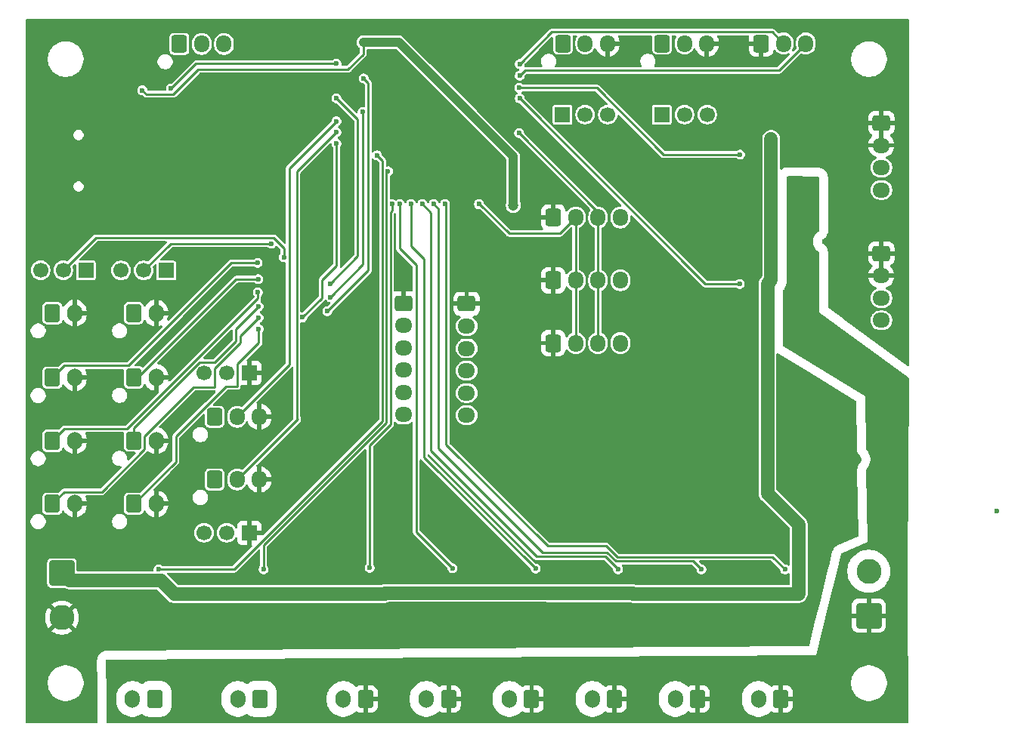
<source format=gbl>
%TF.GenerationSoftware,KiCad,Pcbnew,9.0.6*%
%TF.CreationDate,2026-01-06T18:18:01+01:00*%
%TF.ProjectId,pellet_burner,70656c6c-6574-45f6-9275-726e65722e6b,rev?*%
%TF.SameCoordinates,Original*%
%TF.FileFunction,Copper,L4,Bot*%
%TF.FilePolarity,Positive*%
%FSLAX46Y46*%
G04 Gerber Fmt 4.6, Leading zero omitted, Abs format (unit mm)*
G04 Created by KiCad (PCBNEW 9.0.6) date 2026-01-06 18:18:01*
%MOMM*%
%LPD*%
G01*
G04 APERTURE LIST*
G04 Aperture macros list*
%AMRoundRect*
0 Rectangle with rounded corners*
0 $1 Rounding radius*
0 $2 $3 $4 $5 $6 $7 $8 $9 X,Y pos of 4 corners*
0 Add a 4 corners polygon primitive as box body*
4,1,4,$2,$3,$4,$5,$6,$7,$8,$9,$2,$3,0*
0 Add four circle primitives for the rounded corners*
1,1,$1+$1,$2,$3*
1,1,$1+$1,$4,$5*
1,1,$1+$1,$6,$7*
1,1,$1+$1,$8,$9*
0 Add four rect primitives between the rounded corners*
20,1,$1+$1,$2,$3,$4,$5,0*
20,1,$1+$1,$4,$5,$6,$7,0*
20,1,$1+$1,$6,$7,$8,$9,0*
20,1,$1+$1,$8,$9,$2,$3,0*%
G04 Aperture macros list end*
%TA.AperFunction,HeatsinkPad*%
%ADD10C,0.600000*%
%TD*%
%TA.AperFunction,ComponentPad*%
%ADD11C,2.800000*%
%TD*%
%TA.AperFunction,ComponentPad*%
%ADD12RoundRect,0.250001X-1.149999X1.149999X-1.149999X-1.149999X1.149999X-1.149999X1.149999X1.149999X0*%
%TD*%
%TA.AperFunction,ComponentPad*%
%ADD13O,1.700000X1.950000*%
%TD*%
%TA.AperFunction,ComponentPad*%
%ADD14RoundRect,0.250000X-0.600000X-0.725000X0.600000X-0.725000X0.600000X0.725000X-0.600000X0.725000X0*%
%TD*%
%TA.AperFunction,ComponentPad*%
%ADD15O,1.700000X2.000000*%
%TD*%
%TA.AperFunction,ComponentPad*%
%ADD16RoundRect,0.250000X-0.600000X-0.750000X0.600000X-0.750000X0.600000X0.750000X-0.600000X0.750000X0*%
%TD*%
%TA.AperFunction,ComponentPad*%
%ADD17R,1.700000X1.700000*%
%TD*%
%TA.AperFunction,ComponentPad*%
%ADD18C,1.700000*%
%TD*%
%TA.AperFunction,ComponentPad*%
%ADD19RoundRect,0.250000X0.600000X0.750000X-0.600000X0.750000X-0.600000X-0.750000X0.600000X-0.750000X0*%
%TD*%
%TA.AperFunction,ComponentPad*%
%ADD20RoundRect,0.250000X-0.725000X0.600000X-0.725000X-0.600000X0.725000X-0.600000X0.725000X0.600000X0*%
%TD*%
%TA.AperFunction,ComponentPad*%
%ADD21O,1.950000X1.700000*%
%TD*%
%TA.AperFunction,ComponentPad*%
%ADD22RoundRect,0.250001X1.149999X-1.149999X1.149999X1.149999X-1.149999X1.149999X-1.149999X-1.149999X0*%
%TD*%
%TA.AperFunction,ViaPad*%
%ADD23C,0.600000*%
%TD*%
%TA.AperFunction,ViaPad*%
%ADD24C,1.200000*%
%TD*%
%TA.AperFunction,Conductor*%
%ADD25C,1.500000*%
%TD*%
%TA.AperFunction,Conductor*%
%ADD26C,0.250000*%
%TD*%
%TA.AperFunction,Conductor*%
%ADD27C,1.000000*%
%TD*%
%TA.AperFunction,Conductor*%
%ADD28C,0.500000*%
%TD*%
G04 APERTURE END LIST*
D10*
%TO.P,U3,41,GND*%
%TO.N,GND*%
X95478600Y-70197400D03*
X95478600Y-68797400D03*
X94778600Y-70897400D03*
X94778600Y-69497400D03*
X94778600Y-68097400D03*
X94078600Y-70197400D03*
X94078600Y-68797400D03*
X93378600Y-70897400D03*
X93378600Y-69497400D03*
X93378600Y-68097400D03*
X92678600Y-70197400D03*
X92678600Y-68797400D03*
%TD*%
D11*
%TO.P,J13,2,Pin_2*%
%TO.N,GND*%
X54584600Y-127660400D03*
D12*
%TO.P,J13,1,Pin_1*%
%TO.N,+5V*%
X54584600Y-122660400D03*
%TD*%
D13*
%TO.P,J1,3,3*%
%TO.N,Net-(U3-U0RXD{slash}GPIO44{slash}CLK_OUT2)*%
X137932800Y-63254400D03*
%TO.P,J1,2,2*%
%TO.N,Net-(U3-U0TXD{slash}GPIO43{slash}CLK_OUT1)*%
X135432800Y-63254400D03*
D14*
%TO.P,J1,1,1*%
%TO.N,GND*%
X132932800Y-63254400D03*
%TD*%
D13*
%TO.P,J2,3,3*%
%TO.N,Net-(U15-FORCE-)*%
X72745600Y-63296800D03*
%TO.P,J2,2,2*%
%TO.N,Net-(U15-RTDIN+)*%
X70245600Y-63296800D03*
D14*
%TO.P,J2,1,1*%
%TO.N,Net-(U15-FORCE+)*%
X67745600Y-63296800D03*
%TD*%
D13*
%TO.P,J15,3,3*%
%TO.N,GND*%
X115707800Y-63254400D03*
%TO.P,J15,2,2*%
%TO.N,Net-(U3-GPIO2{slash}TOUCH2{slash}ADC1_CH1)*%
X113207800Y-63254400D03*
D14*
%TO.P,J15,1,1*%
%TO.N,+3.3V*%
X110707800Y-63254400D03*
%TD*%
D13*
%TO.P,J18,3,3*%
%TO.N,GND*%
X126820300Y-63254400D03*
%TO.P,J18,2,2*%
%TO.N,Net-(U3-GPIO1{slash}TOUCH1{slash}ADC1_CH0)*%
X124320300Y-63254400D03*
D14*
%TO.P,J18,1,1*%
%TO.N,+3.3V*%
X121820300Y-63254400D03*
%TD*%
D15*
%TO.P,J21,2,2*%
%TO.N,GND*%
X65137200Y-93497400D03*
D16*
%TO.P,J21,1,1*%
%TO.N,CH0*%
X62637200Y-93497400D03*
%TD*%
D15*
%TO.P,J22,2,2*%
%TO.N,GND*%
X56018600Y-93497400D03*
D16*
%TO.P,J22,1,1*%
%TO.N,CH1*%
X53518600Y-93497400D03*
%TD*%
D15*
%TO.P,J23,2,2*%
%TO.N,GND*%
X56018600Y-100743000D03*
D16*
%TO.P,J23,1,1*%
%TO.N,CH2*%
X53518600Y-100743000D03*
%TD*%
D15*
%TO.P,J24,2,2*%
%TO.N,GND*%
X65137200Y-100711000D03*
D16*
%TO.P,J24,1,1*%
%TO.N,CH3*%
X62637200Y-100711000D03*
%TD*%
D15*
%TO.P,J25,2,2*%
%TO.N,GND*%
X56018600Y-107813600D03*
D16*
%TO.P,J25,1,1*%
%TO.N,CH4*%
X53518600Y-107813600D03*
%TD*%
D15*
%TO.P,J26,2,2*%
%TO.N,GND*%
X65137200Y-107797600D03*
D16*
%TO.P,J26,1,1*%
%TO.N,CH5*%
X62637200Y-107797600D03*
%TD*%
D15*
%TO.P,J27,2,2*%
%TO.N,GND*%
X56018600Y-114884200D03*
D16*
%TO.P,J27,1,1*%
%TO.N,CH6*%
X53518600Y-114884200D03*
%TD*%
D15*
%TO.P,J28,2,2*%
%TO.N,GND*%
X65137200Y-114884200D03*
D16*
%TO.P,J28,1,1*%
%TO.N,CH7*%
X62637200Y-114884200D03*
%TD*%
D13*
%TO.P,J29,3,3*%
%TO.N,GND*%
X76690400Y-112167933D03*
%TO.P,J29,2,2*%
%TO.N,GPIO17*%
X74190400Y-112167933D03*
D14*
%TO.P,J29,1,1*%
%TO.N,+3.3V*%
X71690400Y-112167933D03*
%TD*%
D13*
%TO.P,J34,3,3*%
%TO.N,GND*%
X76690400Y-105120467D03*
%TO.P,J34,2,2*%
%TO.N,GPIO16*%
X74190400Y-105120467D03*
D14*
%TO.P,J34,1,1*%
%TO.N,+3.3V*%
X71690400Y-105120467D03*
%TD*%
D17*
%TO.P,J19,1,1*%
%TO.N,Net-(J19-Pad1)*%
X66282400Y-88722200D03*
D18*
%TO.P,J19,2,2*%
%TO.N,CH0*%
X63742400Y-88722200D03*
%TO.P,J19,3,3*%
%TO.N,Net-(J19-Pad3)*%
X61202400Y-88722200D03*
%TD*%
D14*
%TO.P,J42,1,Pin_1*%
%TO.N,GND*%
X109644800Y-89814400D03*
D13*
%TO.P,J42,2,Pin_2*%
%TO.N,I2C_SCL*%
X112144800Y-89814400D03*
%TO.P,J42,3,Pin_3*%
%TO.N,I2C_SDA*%
X114644800Y-89814400D03*
%TO.P,J42,4,Pin_4*%
%TO.N,+3.3V*%
X117144800Y-89814400D03*
%TD*%
D17*
%TO.P,J20,1,1*%
%TO.N,Net-(J20-Pad1)*%
X57265400Y-88696800D03*
D18*
%TO.P,J20,2,2*%
%TO.N,CH1*%
X54725400Y-88696800D03*
%TO.P,J20,3,3*%
%TO.N,Net-(J20-Pad3)*%
X52185400Y-88696800D03*
%TD*%
D19*
%TO.P,J8,1,Pin_1*%
%TO.N,+24V*%
X97902728Y-136778343D03*
D15*
%TO.P,J8,2,Pin_2*%
%TO.N,Net-(D2-A)*%
X95402728Y-136778343D03*
%TD*%
D19*
%TO.P,J12,1,Pin_1*%
%TO.N,Net-(D20-K)*%
X64994071Y-136778343D03*
D15*
%TO.P,J12,2,Pin_2*%
%TO.N,Net-(D20-A)*%
X62494071Y-136778343D03*
%TD*%
D14*
%TO.P,J38,1,Pin_1*%
%TO.N,GND*%
X109644800Y-96862900D03*
D13*
%TO.P,J38,2,Pin_2*%
%TO.N,I2C_SCL*%
X112144800Y-96862900D03*
%TO.P,J38,3,Pin_3*%
%TO.N,I2C_SDA*%
X114644800Y-96862900D03*
%TO.P,J38,4,Pin_4*%
%TO.N,+3.3V*%
X117144800Y-96862900D03*
%TD*%
D19*
%TO.P,J11,1,Pin_1*%
%TO.N,Net-(D18-K)*%
X76796957Y-136778343D03*
D15*
%TO.P,J11,2,Pin_2*%
%TO.N,Net-(D18-A)*%
X74296957Y-136778343D03*
%TD*%
D17*
%TO.P,J30,1,1*%
%TO.N,GND*%
X75590400Y-118135400D03*
D18*
%TO.P,J30,2,2*%
%TO.N,Net-(J30-Pad2)*%
X73050400Y-118135400D03*
%TO.P,J30,3,3*%
%TO.N,+3.3V*%
X70510400Y-118135400D03*
%TD*%
D19*
%TO.P,J3,1,Pin_1*%
%TO.N,+24V*%
X125811385Y-136778343D03*
D15*
%TO.P,J3,2,Pin_2*%
%TO.N,Net-(D3-A)*%
X123311385Y-136778343D03*
%TD*%
D17*
%TO.P,J16,1,1*%
%TO.N,Net-(J16-Pad1)*%
X110667800Y-71221600D03*
D18*
%TO.P,J16,2,2*%
%TO.N,+3.3V*%
X113207800Y-71221600D03*
%TO.P,J16,3,3*%
%TO.N,Net-(J16-Pad3)*%
X115747800Y-71221600D03*
%TD*%
D14*
%TO.P,J41,1,Pin_1*%
%TO.N,GND*%
X109644800Y-82765900D03*
D13*
%TO.P,J41,2,Pin_2*%
%TO.N,I2C_SCL*%
X112144800Y-82765900D03*
%TO.P,J41,3,Pin_3*%
%TO.N,I2C_SDA*%
X114644800Y-82765900D03*
%TO.P,J41,4,Pin_4*%
%TO.N,+3.3V*%
X117144800Y-82765900D03*
%TD*%
D20*
%TO.P,J14,1,1*%
%TO.N,GND*%
X99923600Y-92452800D03*
D21*
%TO.P,J14,2,2*%
%TO.N,GPIO47*%
X99923600Y-94952800D03*
%TO.P,J14,3,3*%
%TO.N,SPI_CLK*%
X99923600Y-97452800D03*
%TO.P,J14,4,4*%
%TO.N,SPI_MOSI*%
X99923600Y-99952800D03*
%TO.P,J14,5,5*%
%TO.N,SPI_MISO*%
X99923600Y-102452800D03*
%TO.P,J14,6,6*%
%TO.N,+3.3V*%
X99923600Y-104952800D03*
%TD*%
D19*
%TO.P,J4,1,Pin_1*%
%TO.N,+24V*%
X116508500Y-136778343D03*
D15*
%TO.P,J4,2,Pin_2*%
%TO.N,Net-(D4-A)*%
X114008500Y-136778343D03*
%TD*%
D20*
%TO.P,J37,1,1*%
%TO.N,GND*%
X92837000Y-92402000D03*
D21*
%TO.P,J37,2,2*%
%TO.N,GPIO21*%
X92837000Y-94902000D03*
%TO.P,J37,3,3*%
%TO.N,SPI_CLK*%
X92837000Y-97402000D03*
%TO.P,J37,4,4*%
%TO.N,SPI_MOSI*%
X92837000Y-99902000D03*
%TO.P,J37,5,5*%
%TO.N,SPI_MISO*%
X92837000Y-102402000D03*
%TO.P,J37,6,6*%
%TO.N,+3.3V*%
X92837000Y-104902000D03*
%TD*%
D20*
%TO.P,U8,1,1*%
%TO.N,GND*%
X146380200Y-86814000D03*
D21*
%TO.P,U8,2,2*%
X146380200Y-89314000D03*
%TO.P,U8,3,3*%
%TO.N,Net-(D7-K)*%
X146380200Y-91814000D03*
%TO.P,U8,4,4*%
%TO.N,Net-(D9-K)*%
X146380200Y-94314000D03*
%TD*%
D17*
%TO.P,J17,1,1*%
%TO.N,Net-(J17-Pad1)*%
X121780300Y-71221600D03*
D18*
%TO.P,J17,2,2*%
%TO.N,+3.3V*%
X124320300Y-71221600D03*
%TO.P,J17,3,3*%
%TO.N,Net-(J17-Pad3)*%
X126860300Y-71221600D03*
%TD*%
D19*
%TO.P,J9,1,Pin_1*%
%TO.N,+24V*%
X88599842Y-136778343D03*
D15*
%TO.P,J9,2,Pin_2*%
%TO.N,Net-(D5-A)*%
X86099842Y-136778343D03*
%TD*%
D19*
%TO.P,J10,1,Pin_1*%
%TO.N,+24V*%
X135114271Y-136778343D03*
D15*
%TO.P,J10,2,Pin_2*%
%TO.N,Net-(D19-A)*%
X132614271Y-136778343D03*
%TD*%
D17*
%TO.P,J33,1,1*%
%TO.N,GND*%
X75590400Y-100203000D03*
D18*
%TO.P,J33,2,2*%
%TO.N,Net-(J33-Pad2)*%
X73050400Y-100203000D03*
%TO.P,J33,3,3*%
%TO.N,+3.3V*%
X70510400Y-100203000D03*
%TD*%
D20*
%TO.P,U14,1,1*%
%TO.N,GND*%
X146380200Y-72179800D03*
D21*
%TO.P,U14,2,2*%
X146380200Y-74679800D03*
%TO.P,U14,3,3*%
%TO.N,Net-(D12-K)*%
X146380200Y-77179800D03*
%TO.P,U14,4,4*%
%TO.N,Net-(D21-K)*%
X146380200Y-79679800D03*
%TD*%
D22*
%TO.P,J6,1,Pin_1*%
%TO.N,+24V*%
X144976100Y-127446600D03*
D11*
%TO.P,J6,2,Pin_2*%
%TO.N,GND*%
X144976100Y-122446600D03*
%TD*%
D19*
%TO.P,J5,1,Pin_1*%
%TO.N,+24V*%
X107205614Y-136778343D03*
D15*
%TO.P,J5,2,Pin_2*%
%TO.N,Net-(D1-A)*%
X104705614Y-136778343D03*
%TD*%
D23*
%TO.N,GND*%
X136550400Y-101244400D03*
%TO.N,*%
X159334200Y-115722400D03*
%TO.N,GND*%
X98958400Y-117551200D03*
X91363800Y-115976400D03*
X84023200Y-118262400D03*
X84531200Y-103022400D03*
X126034800Y-80848200D03*
X128092200Y-98298000D03*
X104952800Y-110286800D03*
%TO.N,Net-(U3-U0RXD{slash}GPIO44{slash}CLK_OUT2)*%
X105867200Y-66852800D03*
%TO.N,Net-(U3-U0TXD{slash}GPIO43{slash}CLK_OUT1)*%
X105867200Y-65557400D03*
%TO.N,GND*%
X116763800Y-76200000D03*
X73456800Y-86822280D03*
X79095600Y-81762600D03*
X75412600Y-73710800D03*
X54940200Y-81584800D03*
X140030200Y-85457500D03*
D24*
X82321400Y-127508000D03*
X123621800Y-108661200D03*
D23*
X73456800Y-84424520D03*
X103149400Y-61777400D03*
X102539800Y-85344000D03*
X76454000Y-68529200D03*
X73456800Y-89220040D03*
X138353800Y-127279400D03*
X60858400Y-81559400D03*
D24*
X143560800Y-109905800D03*
D23*
X55016400Y-71272400D03*
D24*
X112928400Y-108915200D03*
X93395800Y-126746000D03*
D23*
X89865200Y-85471000D03*
X131648200Y-77444600D03*
X83007200Y-96215200D03*
D24*
X121310400Y-126796800D03*
D23*
X73456800Y-96408320D03*
X131546600Y-92176600D03*
D24*
X102768400Y-126720600D03*
D23*
X61849000Y-71678800D03*
X73456800Y-91617800D03*
X88341200Y-61798200D03*
X81534000Y-88849200D03*
D24*
X112014000Y-126746000D03*
X131572000Y-110667800D03*
X59690000Y-125247400D03*
D23*
X73456800Y-94015560D03*
D24*
X130632200Y-126720600D03*
X71424800Y-126949200D03*
D23*
X133172200Y-120218200D03*
X137642600Y-71323200D03*
D24*
%TO.N,+24V*%
X135178800Y-134391400D03*
X97917000Y-134315200D03*
X88646000Y-134137400D03*
X125755400Y-134518400D03*
X147548600Y-113665000D03*
X136499600Y-97129600D03*
D23*
X147929600Y-111633000D03*
D24*
X116535200Y-134391400D03*
X136347200Y-82296000D03*
X138379200Y-80365600D03*
X107899200Y-134315200D03*
X138379200Y-94996000D03*
X69697600Y-133477000D03*
X81407000Y-133502400D03*
D23*
%TO.N,+3.3V*%
X88341200Y-63119000D03*
D24*
X105156000Y-81407000D03*
D23*
X63601600Y-68503800D03*
%TO.N,+5V*%
X133985000Y-73914000D03*
X134035800Y-88442800D03*
X67132200Y-124968000D03*
X90703400Y-124993400D03*
X109194600Y-124942600D03*
D24*
X134721600Y-114808000D03*
D23*
X137185400Y-125044200D03*
X78943200Y-125018800D03*
X99949000Y-124891800D03*
X127863600Y-124993400D03*
X118541800Y-124942600D03*
%TO.N,CH0*%
X78043000Y-85699600D03*
%TO.N,CH1*%
X79437799Y-87235599D03*
%TO.N,CH7*%
X76631800Y-95275400D03*
%TO.N,CH5*%
X76606400Y-92735400D03*
%TO.N,CH3*%
X76557801Y-89685199D03*
%TO.N,CH2*%
X76501703Y-87861697D03*
%TO.N,CH6*%
X76606400Y-94005400D03*
%TO.N,CH4*%
X76517500Y-91173300D03*
%TO.N,SPI_CLK*%
X84632800Y-90195400D03*
X85344000Y-69397400D03*
%TO.N,SPI_MOSI*%
X88275000Y-70916800D03*
X84630900Y-91695900D03*
%TO.N,SPI_MISO*%
X84328000Y-93294200D03*
X88404700Y-67170300D03*
%TO.N,I2C_SDA*%
X105807208Y-73313592D03*
%TO.N,I2C_SCL*%
X101295200Y-81280000D03*
%TO.N,GPIO42*%
X130556000Y-75717400D03*
X105816400Y-68224400D03*
%TO.N,GPIO43*%
X105867200Y-69418200D03*
X130505200Y-90220800D03*
%TO.N,GPIO4*%
X66802000Y-68326000D03*
X85344000Y-65532000D03*
%TO.N,GPIO16*%
X85344000Y-71983600D03*
%TO.N,GPIO17*%
X85344000Y-73202800D03*
%TO.N,GPIO18*%
X81534000Y-93980000D03*
X85344000Y-74477400D03*
%TO.N,GPIO10*%
X92403600Y-81280000D03*
X98348800Y-122123200D03*
%TO.N,GPIO3*%
X77165200Y-122224800D03*
X91116200Y-77597000D03*
%TO.N,GPIO9*%
X91567200Y-81280000D03*
X89052400Y-122072400D03*
%TO.N,GPIO8*%
X65405000Y-122224800D03*
X89890600Y-75793600D03*
%TO.N,GPIO12*%
X94943600Y-81280000D03*
X116890800Y-122224800D03*
%TO.N,GPIO13*%
X96213600Y-81280000D03*
X126238000Y-122250200D03*
%TO.N,GPIO14*%
X97483600Y-81280000D03*
X135585200Y-122250200D03*
%TO.N,GPIO11*%
X93673600Y-81280000D03*
X107645200Y-122148600D03*
%TD*%
D25*
%TO.N,+5V*%
X134035800Y-88442800D02*
X134035800Y-89814400D01*
X133629400Y-113715800D02*
X134721600Y-114808000D01*
X134035800Y-89814400D02*
X133629400Y-90220800D01*
X133629400Y-90220800D02*
X133629400Y-113715800D01*
X55400000Y-123475800D02*
X65640000Y-123475800D01*
X65640000Y-123475800D02*
X67183000Y-125018800D01*
X54584600Y-122660400D02*
X55400000Y-123475800D01*
X137134600Y-117221000D02*
X134721600Y-114808000D01*
X137134600Y-124993400D02*
X137134600Y-117221000D01*
D26*
%TO.N,CH7*%
X67360800Y-110160600D02*
X62637200Y-114884200D01*
X67360800Y-107315000D02*
X67360800Y-110160600D01*
X70514400Y-104161400D02*
X67360800Y-107315000D01*
X70514400Y-104149953D02*
X70514400Y-104161400D01*
X70844886Y-103819467D02*
X70514400Y-104149953D01*
X72981800Y-101694000D02*
X70856333Y-103819467D01*
X74226400Y-99215000D02*
X74226400Y-101694000D01*
X70856333Y-103819467D02*
X70844886Y-103819467D01*
X76631800Y-96809600D02*
X74226400Y-99215000D01*
X74226400Y-101694000D02*
X72981800Y-101694000D01*
X76631800Y-95275400D02*
X76631800Y-96809600D01*
%TO.N,CH2*%
X62032000Y-99385000D02*
X54876600Y-99385000D01*
X54876600Y-99385000D02*
X53518600Y-100743000D01*
X73555303Y-87861697D02*
X62032000Y-99385000D01*
X76501703Y-87861697D02*
X73555303Y-87861697D01*
%TO.N,CH6*%
X54844600Y-113558200D02*
X53518600Y-114884200D01*
X59048114Y-113558200D02*
X54844600Y-113558200D01*
X63813200Y-108793114D02*
X59048114Y-113558200D01*
X63813200Y-107308485D02*
X63813200Y-108793114D01*
X71686400Y-99701828D02*
X71686400Y-101787285D01*
X71686400Y-101787285D02*
X69334400Y-101787285D01*
X74533800Y-96854428D02*
X71686400Y-99701828D01*
X76606400Y-94005400D02*
X74533800Y-96078000D01*
X69334400Y-101787285D02*
X63813200Y-107308485D01*
X74533800Y-96078000D02*
X74533800Y-96854428D01*
%TO.N,Net-(U3-U0RXD{slash}GPIO44{slash}CLK_OUT2)*%
X134918600Y-66268600D02*
X137932800Y-63254400D01*
X106451400Y-66268600D02*
X134918600Y-66268600D01*
X105867200Y-66852800D02*
X106451400Y-66268600D01*
%TO.N,Net-(U3-U0TXD{slash}GPIO43{slash}CLK_OUT1)*%
X134131800Y-61953400D02*
X135432800Y-63254400D01*
X109471200Y-61953400D02*
X134131800Y-61953400D01*
X105867200Y-65557400D02*
X109471200Y-61953400D01*
%TO.N,+3.3V*%
X64049800Y-68952000D02*
X67061298Y-68952000D01*
X86623000Y-66158000D02*
X88341200Y-64439800D01*
D27*
X92329000Y-63119000D02*
X88341200Y-63119000D01*
D26*
X67061298Y-68952000D02*
X69855298Y-66158000D01*
D27*
X105156000Y-81407000D02*
X105156000Y-75946000D01*
D26*
X63601600Y-68503800D02*
X64049800Y-68952000D01*
X69855298Y-66158000D02*
X86623000Y-66158000D01*
X88341200Y-64439800D02*
X88341200Y-63119000D01*
D27*
X105156000Y-75946000D02*
X92329000Y-63119000D01*
D28*
%TO.N,+5V*%
X67183000Y-125018800D02*
X67132200Y-124968000D01*
D25*
X127863600Y-124993400D02*
X137134600Y-124993400D01*
X90703400Y-124993400D02*
X78968600Y-124993400D01*
X78943200Y-125018800D02*
X67183000Y-125018800D01*
D28*
X118592600Y-124993400D02*
X118541800Y-124942600D01*
D25*
X109143800Y-124891800D02*
X99949000Y-124891800D01*
D28*
X90805000Y-124891800D02*
X90703400Y-124993400D01*
D25*
X118541800Y-124942600D02*
X109194600Y-124942600D01*
D28*
X78968600Y-124993400D02*
X78943200Y-125018800D01*
X137134600Y-124993400D02*
X137185400Y-125044200D01*
D25*
X127863600Y-124993400D02*
X118592600Y-124993400D01*
D28*
X109194600Y-124942600D02*
X109143800Y-124891800D01*
D25*
X134035800Y-88442800D02*
X134035800Y-73964800D01*
X99949000Y-124891800D02*
X90805000Y-124891800D01*
D28*
X134035800Y-73964800D02*
X133985000Y-73914000D01*
D26*
%TO.N,CH0*%
X78043000Y-85699600D02*
X66765000Y-85699600D01*
X66765000Y-85699600D02*
X63742400Y-88722200D01*
%TO.N,CH1*%
X79437799Y-86209101D02*
X78279218Y-85050520D01*
X79437799Y-87235599D02*
X79437799Y-86209101D01*
X58371680Y-85050520D02*
X54725400Y-88696800D01*
X78279218Y-85050520D02*
X58371680Y-85050520D01*
%TO.N,CH5*%
X62637200Y-106413084D02*
X62637200Y-107797600D01*
X76606400Y-92735400D02*
X74082800Y-95259000D01*
X74082800Y-96667618D02*
X71723418Y-99027000D01*
X74082800Y-95259000D02*
X74082800Y-96667618D01*
X70023284Y-99027000D02*
X62637200Y-106413084D01*
X71723418Y-99027000D02*
X70023284Y-99027000D01*
%TO.N,CH3*%
X76557801Y-89685199D02*
X74094001Y-89685199D01*
X63068200Y-100711000D02*
X62637200Y-100711000D01*
X74094001Y-89685199D02*
X63068200Y-100711000D01*
%TO.N,CH4*%
X76517500Y-91173300D02*
X76517500Y-91840158D01*
X61886058Y-106471600D02*
X54860600Y-106471600D01*
X76517500Y-91840158D02*
X61886058Y-106471600D01*
X54860600Y-106471600D02*
X53518600Y-107813600D01*
%TO.N,SPI_CLK*%
X87706200Y-71759600D02*
X87706200Y-87122000D01*
X87706200Y-87122000D02*
X84632800Y-90195400D01*
X85344000Y-69397400D02*
X87706200Y-71759600D01*
X99872800Y-97402000D02*
X99923600Y-97452800D01*
%TO.N,SPI_MOSI*%
X88315800Y-88011000D02*
X88315800Y-70916800D01*
X99872800Y-99902000D02*
X99923600Y-99952800D01*
X84630900Y-91695900D02*
X88315800Y-88011000D01*
%TO.N,SPI_MISO*%
X88900000Y-88722200D02*
X84328000Y-93294200D01*
X88404700Y-67170300D02*
X88900000Y-67665600D01*
X88900000Y-67665600D02*
X88900000Y-88722200D01*
X99872800Y-102402000D02*
X99923600Y-102452800D01*
%TO.N,I2C_SDA*%
X105807208Y-73313592D02*
X114644800Y-82151184D01*
X114644800Y-89814400D02*
X114644800Y-96862900D01*
X114644800Y-82765900D02*
X114644800Y-89814400D01*
X114644800Y-82151184D02*
X114644800Y-82765900D01*
%TO.N,I2C_SCL*%
X101295200Y-81203800D02*
X101320600Y-81203800D01*
X112144800Y-82765900D02*
X112144800Y-89814400D01*
X104673400Y-84556600D02*
X110354100Y-84556600D01*
X110354100Y-84556600D02*
X112144800Y-82765900D01*
X101320600Y-81203800D02*
X104673400Y-84556600D01*
X112144800Y-89814400D02*
X112144800Y-96862900D01*
%TO.N,GPIO42*%
X114503200Y-68224400D02*
X121996200Y-75717400D01*
X121996200Y-75717400D02*
X130556000Y-75717400D01*
X105816400Y-68224400D02*
X114503200Y-68224400D01*
%TO.N,GPIO43*%
X105867200Y-69418200D02*
X126669800Y-90220800D01*
X126669800Y-90220800D02*
X130505200Y-90220800D01*
%TO.N,GPIO4*%
X69596000Y-65532000D02*
X85344000Y-65532000D01*
X66802000Y-68326000D02*
X69596000Y-65532000D01*
%TO.N,GPIO16*%
X85344000Y-71983600D02*
X80063799Y-77263801D01*
X80063799Y-99247068D02*
X74190400Y-105120467D01*
X80063799Y-77263801D02*
X80063799Y-99247068D01*
%TO.N,GPIO17*%
X80908000Y-105266600D02*
X81000600Y-105359200D01*
X80908000Y-77638800D02*
X80908000Y-105266600D01*
X81000600Y-105359200D02*
X74191867Y-112167933D01*
X74191867Y-112167933D02*
X74190400Y-112167933D01*
X85344000Y-73202800D02*
X80908000Y-77638800D01*
%TO.N,GPIO18*%
X83718400Y-89789000D02*
X83718400Y-91795600D01*
X85344000Y-88163400D02*
X83718400Y-89789000D01*
X85344000Y-74477400D02*
X85344000Y-88163400D01*
X83718400Y-91795600D02*
X81534000Y-93980000D01*
%TO.N,GPIO10*%
X94284800Y-88112600D02*
X92403600Y-86231400D01*
X92403600Y-86231400D02*
X92403600Y-81280000D01*
X94284800Y-118059200D02*
X94284800Y-88112600D01*
X98348800Y-122123200D02*
X94284800Y-118059200D01*
%TO.N,GPIO3*%
X77165200Y-119550410D02*
X77165200Y-122224800D01*
X90942200Y-77597000D02*
X90942200Y-105773410D01*
X90942200Y-105773410D02*
X77165200Y-119550410D01*
X91116200Y-77597000D02*
X90942200Y-77597000D01*
%TO.N,GPIO9*%
X91567200Y-82016400D02*
X91393200Y-82190400D01*
X91393200Y-82190400D02*
X91393200Y-105960220D01*
X91567200Y-81457800D02*
X91567200Y-82016400D01*
X91393200Y-105960220D02*
X89052400Y-108301020D01*
X89052400Y-108301020D02*
X89052400Y-122072400D01*
%TO.N,GPIO8*%
X65405000Y-122224800D02*
X73853000Y-122224800D01*
X90491200Y-76394200D02*
X89890600Y-75793600D01*
X90491200Y-105586600D02*
X90491200Y-76394200D01*
X73853000Y-122224800D02*
X90491200Y-105586600D01*
%TO.N,GPIO12*%
X95885000Y-108966000D02*
X107721400Y-120802400D01*
X94943600Y-81280000D02*
X95885000Y-82221400D01*
X115468400Y-120802400D02*
X116890800Y-122224800D01*
X95885000Y-82221400D02*
X95885000Y-108966000D01*
X107721400Y-120802400D02*
X115468400Y-120802400D01*
%TO.N,GPIO13*%
X125298200Y-121310400D02*
X116614210Y-121310400D01*
X96774000Y-81840400D02*
X96213600Y-81280000D01*
X108464200Y-120351400D02*
X96774000Y-108661200D01*
X116614210Y-121310400D02*
X115655210Y-120351400D01*
X115655210Y-120351400D02*
X108464200Y-120351400D01*
X126238000Y-122250200D02*
X125298200Y-121310400D01*
X96774000Y-108661200D02*
X96774000Y-81840400D01*
%TO.N,GPIO14*%
X115550220Y-119608600D02*
X108991400Y-119608600D01*
X116801020Y-120859400D02*
X115550220Y-119608600D01*
X97637600Y-108254800D02*
X97637600Y-81434000D01*
X108991400Y-119608600D02*
X97637600Y-108254800D01*
X135585200Y-122250200D02*
X134194400Y-120859400D01*
X97637600Y-81434000D02*
X97483600Y-81280000D01*
X134194400Y-120859400D02*
X116801020Y-120859400D01*
%TO.N,GPIO11*%
X95148400Y-87426800D02*
X93673600Y-85952000D01*
X95148400Y-109651800D02*
X95148400Y-87426800D01*
X93673600Y-85952000D02*
X93673600Y-81280000D01*
X107645200Y-122148600D02*
X95148400Y-109651800D01*
%TD*%
%TA.AperFunction,Conductor*%
%TO.N,GND*%
G36*
X73626634Y-95364575D02*
G01*
X73682567Y-95406447D01*
X73706984Y-95471911D01*
X73707300Y-95480757D01*
X73707300Y-96460719D01*
X73687615Y-96527758D01*
X73670981Y-96548400D01*
X71604200Y-98615181D01*
X71542877Y-98648666D01*
X71516519Y-98651500D01*
X70536558Y-98651500D01*
X70469519Y-98631815D01*
X70423764Y-98579011D01*
X70413820Y-98509853D01*
X70442845Y-98446297D01*
X70448877Y-98439819D01*
X73495619Y-95393076D01*
X73556942Y-95359591D01*
X73626634Y-95364575D01*
G37*
%TD.AperFunction*%
%TA.AperFunction,Conductor*%
G36*
X146630200Y-88909854D02*
G01*
X146563543Y-88871370D01*
X146442735Y-88839000D01*
X146317665Y-88839000D01*
X146196857Y-88871370D01*
X146130200Y-88909854D01*
X146130200Y-87218145D01*
X146196857Y-87256630D01*
X146317665Y-87289000D01*
X146442735Y-87289000D01*
X146563543Y-87256630D01*
X146630200Y-87218145D01*
X146630200Y-88909854D01*
G37*
%TD.AperFunction*%
%TA.AperFunction,Conductor*%
G36*
X146630200Y-74275654D02*
G01*
X146563543Y-74237170D01*
X146442735Y-74204800D01*
X146317665Y-74204800D01*
X146196857Y-74237170D01*
X146130200Y-74275654D01*
X146130200Y-72583945D01*
X146196857Y-72622430D01*
X146317665Y-72654800D01*
X146442735Y-72654800D01*
X146563543Y-72622430D01*
X146630200Y-72583945D01*
X146630200Y-74275654D01*
G37*
%TD.AperFunction*%
%TA.AperFunction,Conductor*%
G36*
X112197820Y-62332447D02*
G01*
X112210365Y-62331370D01*
X112230710Y-62342104D01*
X112252779Y-62348585D01*
X112261022Y-62358098D01*
X112272160Y-62363975D01*
X112283472Y-62384007D01*
X112298534Y-62401389D01*
X112300325Y-62413850D01*
X112306517Y-62424814D01*
X112305204Y-62447777D01*
X112308478Y-62470547D01*
X112303152Y-62483669D01*
X112302529Y-62494569D01*
X112286059Y-62525785D01*
X112266567Y-62552612D01*
X112187928Y-62706952D01*
X112134397Y-62871702D01*
X112107300Y-63042789D01*
X112107300Y-63466010D01*
X112128112Y-63597416D01*
X112134398Y-63637101D01*
X112187927Y-63801845D01*
X112266568Y-63956188D01*
X112368386Y-64096328D01*
X112490872Y-64218814D01*
X112631012Y-64320632D01*
X112785355Y-64399273D01*
X112950099Y-64452802D01*
X113121189Y-64479900D01*
X113121190Y-64479900D01*
X113294410Y-64479900D01*
X113294411Y-64479900D01*
X113465501Y-64452802D01*
X113630245Y-64399273D01*
X113784588Y-64320632D01*
X113924728Y-64218814D01*
X114047214Y-64096328D01*
X114149032Y-63956188D01*
X114212614Y-63831399D01*
X114260588Y-63780604D01*
X114328409Y-63763808D01*
X114394544Y-63786345D01*
X114437996Y-63841060D01*
X114441030Y-63849376D01*
X114456704Y-63897617D01*
X114553179Y-64086957D01*
X114678072Y-64258859D01*
X114678076Y-64258864D01*
X114828335Y-64409123D01*
X114828340Y-64409127D01*
X115000242Y-64534020D01*
X115189582Y-64630495D01*
X115391671Y-64696157D01*
X115457800Y-64706631D01*
X115457800Y-63658545D01*
X115524457Y-63697030D01*
X115645265Y-63729400D01*
X115770335Y-63729400D01*
X115891143Y-63697030D01*
X115957800Y-63658545D01*
X115957800Y-64706630D01*
X116023926Y-64696157D01*
X116023929Y-64696157D01*
X116226017Y-64630495D01*
X116415357Y-64534020D01*
X116587259Y-64409127D01*
X116587264Y-64409123D01*
X116737523Y-64258864D01*
X116737527Y-64258859D01*
X116862420Y-64086957D01*
X116958895Y-63897617D01*
X117024557Y-63695530D01*
X117024557Y-63695527D01*
X117054830Y-63504400D01*
X116111946Y-63504400D01*
X116150430Y-63437743D01*
X116182800Y-63316935D01*
X116182800Y-63191865D01*
X116150430Y-63071057D01*
X116111946Y-63004400D01*
X117054830Y-63004400D01*
X117024557Y-62813272D01*
X117024557Y-62813269D01*
X116958895Y-62611182D01*
X116906930Y-62509195D01*
X116894034Y-62440526D01*
X116920310Y-62375785D01*
X116977417Y-62335528D01*
X117017415Y-62328900D01*
X120598164Y-62328900D01*
X120665203Y-62348585D01*
X120710958Y-62401389D01*
X120721452Y-62466155D01*
X120720981Y-62470547D01*
X120719800Y-62481524D01*
X120719800Y-64027270D01*
X120719801Y-64027276D01*
X120726208Y-64086883D01*
X120776502Y-64221728D01*
X120776506Y-64221735D01*
X120862752Y-64336944D01*
X120862755Y-64336947D01*
X120977964Y-64423193D01*
X120977971Y-64423197D01*
X121112817Y-64473491D01*
X121112816Y-64473491D01*
X121119744Y-64474235D01*
X121172427Y-64479900D01*
X122468172Y-64479899D01*
X122527783Y-64473491D01*
X122662631Y-64423196D01*
X122777846Y-64336946D01*
X122864096Y-64221731D01*
X122914391Y-64086883D01*
X122920800Y-64027273D01*
X122920799Y-62481528D01*
X122920799Y-62481524D01*
X122920798Y-62481512D01*
X122919147Y-62466156D01*
X122931552Y-62397396D01*
X122979162Y-62346259D01*
X123042436Y-62328900D01*
X123298240Y-62328900D01*
X123365279Y-62348585D01*
X123411034Y-62401389D01*
X123420978Y-62470547D01*
X123398559Y-62525785D01*
X123379067Y-62552612D01*
X123300428Y-62706952D01*
X123246897Y-62871702D01*
X123219800Y-63042789D01*
X123219800Y-63466010D01*
X123240612Y-63597416D01*
X123246898Y-63637101D01*
X123300427Y-63801845D01*
X123379068Y-63956188D01*
X123480886Y-64096328D01*
X123603372Y-64218814D01*
X123743512Y-64320632D01*
X123897855Y-64399273D01*
X124062599Y-64452802D01*
X124233689Y-64479900D01*
X124233690Y-64479900D01*
X124406910Y-64479900D01*
X124406911Y-64479900D01*
X124578001Y-64452802D01*
X124742745Y-64399273D01*
X124897088Y-64320632D01*
X125037228Y-64218814D01*
X125159714Y-64096328D01*
X125261532Y-63956188D01*
X125325114Y-63831399D01*
X125373088Y-63780604D01*
X125440909Y-63763808D01*
X125507044Y-63786345D01*
X125550496Y-63841060D01*
X125553530Y-63849376D01*
X125569204Y-63897617D01*
X125665679Y-64086957D01*
X125790572Y-64258859D01*
X125790576Y-64258864D01*
X125940835Y-64409123D01*
X125940840Y-64409127D01*
X126112742Y-64534020D01*
X126302082Y-64630495D01*
X126504171Y-64696157D01*
X126570300Y-64706631D01*
X126570300Y-63658545D01*
X126636957Y-63697030D01*
X126757765Y-63729400D01*
X126882835Y-63729400D01*
X127003643Y-63697030D01*
X127070300Y-63658545D01*
X127070300Y-64706630D01*
X127136426Y-64696157D01*
X127136429Y-64696157D01*
X127338517Y-64630495D01*
X127527857Y-64534020D01*
X127699759Y-64409127D01*
X127699764Y-64409123D01*
X127850023Y-64258864D01*
X127850027Y-64258859D01*
X127974920Y-64086957D01*
X128071395Y-63897617D01*
X128137057Y-63695530D01*
X128137057Y-63695527D01*
X128167330Y-63504400D01*
X127224446Y-63504400D01*
X127262930Y-63437743D01*
X127295300Y-63316935D01*
X127295300Y-63191865D01*
X127262930Y-63071057D01*
X127224446Y-63004400D01*
X128167330Y-63004400D01*
X128137057Y-62813272D01*
X128137057Y-62813269D01*
X128071395Y-62611182D01*
X128019430Y-62509195D01*
X128006534Y-62440526D01*
X128032810Y-62375785D01*
X128089917Y-62335528D01*
X128129915Y-62328900D01*
X131460864Y-62328900D01*
X131527903Y-62348585D01*
X131573658Y-62401389D01*
X131584222Y-62465504D01*
X131582800Y-62479416D01*
X131582800Y-63004400D01*
X132528654Y-63004400D01*
X132490170Y-63071057D01*
X132457800Y-63191865D01*
X132457800Y-63316935D01*
X132490170Y-63437743D01*
X132528654Y-63504400D01*
X131582801Y-63504400D01*
X131582801Y-64029386D01*
X131593294Y-64132097D01*
X131648441Y-64298519D01*
X131648443Y-64298524D01*
X131740484Y-64447745D01*
X131864454Y-64571715D01*
X132013675Y-64663756D01*
X132013680Y-64663758D01*
X132180102Y-64718905D01*
X132180109Y-64718906D01*
X132282819Y-64729399D01*
X132682799Y-64729399D01*
X132682800Y-64729398D01*
X132682800Y-63658545D01*
X132749457Y-63697030D01*
X132870265Y-63729400D01*
X132995335Y-63729400D01*
X133116143Y-63697030D01*
X133182800Y-63658545D01*
X133182800Y-64729399D01*
X133582772Y-64729399D01*
X133582786Y-64729398D01*
X133685497Y-64718905D01*
X133851919Y-64663758D01*
X133851924Y-64663756D01*
X134001145Y-64571715D01*
X134125115Y-64447745D01*
X134217156Y-64298524D01*
X134217158Y-64298519D01*
X134272305Y-64132097D01*
X134272306Y-64132089D01*
X134282118Y-64036052D01*
X134308514Y-63971360D01*
X134365695Y-63931209D01*
X134435506Y-63928345D01*
X134495782Y-63963679D01*
X134505791Y-63975765D01*
X134593386Y-64096328D01*
X134715872Y-64218814D01*
X134856012Y-64320632D01*
X135010355Y-64399273D01*
X135175099Y-64452802D01*
X135346189Y-64479900D01*
X135346190Y-64479900D01*
X135519410Y-64479900D01*
X135519411Y-64479900D01*
X135690501Y-64452802D01*
X135855245Y-64399273D01*
X135976562Y-64337459D01*
X136045228Y-64324564D01*
X136109968Y-64350840D01*
X136150226Y-64407946D01*
X136153218Y-64477752D01*
X136120535Y-64535626D01*
X134799382Y-65856781D01*
X134738059Y-65890266D01*
X134711701Y-65893100D01*
X121048409Y-65893100D01*
X120981370Y-65873415D01*
X120935615Y-65820611D01*
X120925671Y-65751453D01*
X120945307Y-65700209D01*
X120945674Y-65699660D01*
X120974003Y-65657263D01*
X121038116Y-65502482D01*
X121070800Y-65338167D01*
X121070800Y-65170633D01*
X121038116Y-65006318D01*
X120981187Y-64868880D01*
X120974004Y-64851539D01*
X120880926Y-64712237D01*
X120762462Y-64593773D01*
X120623160Y-64500695D01*
X120468382Y-64436584D01*
X120468374Y-64436582D01*
X120304071Y-64403900D01*
X120304067Y-64403900D01*
X120136533Y-64403900D01*
X120136528Y-64403900D01*
X119972225Y-64436582D01*
X119972217Y-64436584D01*
X119817439Y-64500695D01*
X119678137Y-64593773D01*
X119559673Y-64712237D01*
X119466595Y-64851539D01*
X119402484Y-65006317D01*
X119402482Y-65006325D01*
X119369800Y-65170628D01*
X119369800Y-65338171D01*
X119402482Y-65502474D01*
X119402484Y-65502482D01*
X119466595Y-65657260D01*
X119495293Y-65700209D01*
X119516171Y-65766887D01*
X119497686Y-65834267D01*
X119445708Y-65880957D01*
X119392191Y-65893100D01*
X109935909Y-65893100D01*
X109868870Y-65873415D01*
X109823115Y-65820611D01*
X109813171Y-65751453D01*
X109832807Y-65700209D01*
X109833174Y-65699660D01*
X109861503Y-65657263D01*
X109925616Y-65502482D01*
X109958300Y-65338167D01*
X109958300Y-65170633D01*
X109925616Y-65006318D01*
X109868687Y-64868880D01*
X109861504Y-64851539D01*
X109768426Y-64712237D01*
X109649962Y-64593773D01*
X109510660Y-64500695D01*
X109355882Y-64436584D01*
X109355874Y-64436582D01*
X109191571Y-64403900D01*
X109191567Y-64403900D01*
X109024033Y-64403900D01*
X109024028Y-64403900D01*
X108859725Y-64436582D01*
X108859717Y-64436584D01*
X108704939Y-64500695D01*
X108565637Y-64593773D01*
X108447173Y-64712237D01*
X108354095Y-64851539D01*
X108289984Y-65006317D01*
X108289982Y-65006325D01*
X108257300Y-65170628D01*
X108257300Y-65338171D01*
X108289982Y-65502474D01*
X108289984Y-65502482D01*
X108354095Y-65657260D01*
X108382793Y-65700209D01*
X108403671Y-65766887D01*
X108385186Y-65834267D01*
X108333208Y-65880957D01*
X108279691Y-65893100D01*
X106508768Y-65893100D01*
X106489433Y-65887422D01*
X106469297Y-65886650D01*
X106456593Y-65877779D01*
X106441729Y-65873415D01*
X106428534Y-65858187D01*
X106412011Y-65846650D01*
X106406119Y-65832319D01*
X106395974Y-65820611D01*
X106393106Y-65800665D01*
X106385444Y-65782028D01*
X106387208Y-65759647D01*
X106386030Y-65751453D01*
X106386797Y-65746760D01*
X106387696Y-65741846D01*
X106417700Y-65629875D01*
X106417700Y-65578036D01*
X106419729Y-65566959D01*
X106430587Y-65545408D01*
X106437385Y-65522260D01*
X106450373Y-65506142D01*
X106451169Y-65504563D01*
X106452077Y-65504027D01*
X106454019Y-65501618D01*
X107999451Y-63956186D01*
X109395621Y-62560016D01*
X109456942Y-62526533D01*
X109526634Y-62531517D01*
X109582567Y-62573389D01*
X109606984Y-62638853D01*
X109607300Y-62647699D01*
X109607300Y-64027270D01*
X109607301Y-64027276D01*
X109613708Y-64086883D01*
X109664002Y-64221728D01*
X109664006Y-64221735D01*
X109750252Y-64336944D01*
X109750255Y-64336947D01*
X109865464Y-64423193D01*
X109865471Y-64423197D01*
X110000317Y-64473491D01*
X110000316Y-64473491D01*
X110007244Y-64474235D01*
X110059927Y-64479900D01*
X111355672Y-64479899D01*
X111415283Y-64473491D01*
X111550131Y-64423196D01*
X111665346Y-64336946D01*
X111751596Y-64221731D01*
X111801891Y-64086883D01*
X111808300Y-64027273D01*
X111808299Y-62481528D01*
X111808299Y-62481524D01*
X111808298Y-62481512D01*
X111806647Y-62466156D01*
X111819052Y-62397396D01*
X111866662Y-62346259D01*
X111929936Y-62328900D01*
X112185740Y-62328900D01*
X112197820Y-62332447D01*
G37*
%TD.AperFunction*%
%TA.AperFunction,Conductor*%
G36*
X149442539Y-60520185D02*
G01*
X149488294Y-60572989D01*
X149499500Y-60624500D01*
X149499500Y-99309987D01*
X149479815Y-99377026D01*
X149427011Y-99422781D01*
X149357853Y-99432725D01*
X149302116Y-99409941D01*
X142372631Y-94322471D01*
X142243123Y-94227389D01*
X145154700Y-94227389D01*
X145154700Y-94400611D01*
X145161875Y-94445911D01*
X145174696Y-94526864D01*
X145181798Y-94571701D01*
X145235327Y-94736445D01*
X145313968Y-94890788D01*
X145415786Y-95030928D01*
X145538272Y-95153414D01*
X145678412Y-95255232D01*
X145832755Y-95333873D01*
X145997499Y-95387402D01*
X146168589Y-95414500D01*
X146168590Y-95414500D01*
X146591810Y-95414500D01*
X146591811Y-95414500D01*
X146762901Y-95387402D01*
X146927645Y-95333873D01*
X147081988Y-95255232D01*
X147222128Y-95153414D01*
X147344614Y-95030928D01*
X147446432Y-94890788D01*
X147525073Y-94736445D01*
X147578602Y-94571701D01*
X147605700Y-94400611D01*
X147605700Y-94227389D01*
X147578602Y-94056299D01*
X147525073Y-93891555D01*
X147446432Y-93737212D01*
X147344614Y-93597072D01*
X147222128Y-93474586D01*
X147081988Y-93372768D01*
X146927645Y-93294127D01*
X146762901Y-93240598D01*
X146762899Y-93240597D01*
X146762898Y-93240597D01*
X146631471Y-93219781D01*
X146591811Y-93213500D01*
X146168589Y-93213500D01*
X146128928Y-93219781D01*
X145997502Y-93240597D01*
X145832752Y-93294128D01*
X145678411Y-93372768D01*
X145628627Y-93408939D01*
X145538272Y-93474586D01*
X145538270Y-93474588D01*
X145538269Y-93474588D01*
X145415788Y-93597069D01*
X145415788Y-93597070D01*
X145415786Y-93597072D01*
X145390256Y-93632211D01*
X145313968Y-93737211D01*
X145235328Y-93891552D01*
X145181797Y-94056302D01*
X145172756Y-94113386D01*
X145154700Y-94227389D01*
X142243123Y-94227389D01*
X140613929Y-93031272D01*
X140500207Y-92947780D01*
X140457818Y-92892239D01*
X140449593Y-92848243D01*
X140435503Y-88621054D01*
X140430144Y-87013051D01*
X140429034Y-86680193D01*
X140427035Y-86620091D01*
X140427035Y-86620090D01*
X140393719Y-86419387D01*
X140381998Y-86376339D01*
X140376810Y-86357285D01*
X140376807Y-86357278D01*
X140329365Y-86221963D01*
X140329364Y-86221959D01*
X140329044Y-86221387D01*
X140296957Y-86164013D01*
X144905200Y-86164013D01*
X144905200Y-86564000D01*
X145976054Y-86564000D01*
X145937570Y-86630657D01*
X145905200Y-86751465D01*
X145905200Y-86876535D01*
X145937570Y-86997343D01*
X145976054Y-87064000D01*
X144905201Y-87064000D01*
X144905201Y-87463986D01*
X144915694Y-87566697D01*
X144970841Y-87733119D01*
X144970843Y-87733124D01*
X145062884Y-87882345D01*
X145186854Y-88006315D01*
X145342122Y-88102085D01*
X145388846Y-88154033D01*
X145400069Y-88222996D01*
X145372225Y-88287078D01*
X145364707Y-88295305D01*
X145225471Y-88434541D01*
X145100579Y-88606442D01*
X145004104Y-88795782D01*
X144938442Y-88997870D01*
X144938442Y-88997873D01*
X144927969Y-89064000D01*
X145976054Y-89064000D01*
X145937570Y-89130657D01*
X145905200Y-89251465D01*
X145905200Y-89376535D01*
X145937570Y-89497343D01*
X145976054Y-89564000D01*
X144927969Y-89564000D01*
X144938442Y-89630126D01*
X144938442Y-89630129D01*
X145004104Y-89832217D01*
X145100579Y-90021557D01*
X145225472Y-90193459D01*
X145225476Y-90193464D01*
X145375735Y-90343723D01*
X145375740Y-90343727D01*
X145547642Y-90468620D01*
X145736978Y-90565093D01*
X145785222Y-90580768D01*
X145842898Y-90620205D01*
X145870097Y-90684563D01*
X145858183Y-90753410D01*
X145810940Y-90804886D01*
X145803200Y-90809185D01*
X145678411Y-90872768D01*
X145598456Y-90930859D01*
X145538272Y-90974586D01*
X145538270Y-90974588D01*
X145538269Y-90974588D01*
X145415788Y-91097069D01*
X145415788Y-91097070D01*
X145415786Y-91097072D01*
X145382733Y-91142566D01*
X145313968Y-91237211D01*
X145235328Y-91391552D01*
X145181797Y-91556302D01*
X145154700Y-91727389D01*
X145154700Y-91900610D01*
X145181642Y-92070721D01*
X145181798Y-92071701D01*
X145235327Y-92236445D01*
X145313968Y-92390788D01*
X145415786Y-92530928D01*
X145538272Y-92653414D01*
X145678412Y-92755232D01*
X145832755Y-92833873D01*
X145997499Y-92887402D01*
X146168589Y-92914500D01*
X146168590Y-92914500D01*
X146591810Y-92914500D01*
X146591811Y-92914500D01*
X146762901Y-92887402D01*
X146927645Y-92833873D01*
X147081988Y-92755232D01*
X147222128Y-92653414D01*
X147344614Y-92530928D01*
X147446432Y-92390788D01*
X147525073Y-92236445D01*
X147578602Y-92071701D01*
X147605700Y-91900611D01*
X147605700Y-91727389D01*
X147578602Y-91556299D01*
X147525073Y-91391555D01*
X147446432Y-91237212D01*
X147344614Y-91097072D01*
X147222128Y-90974586D01*
X147081988Y-90872768D01*
X146957199Y-90809185D01*
X146906403Y-90761210D01*
X146889608Y-90693389D01*
X146912145Y-90627255D01*
X146966860Y-90583803D01*
X146975178Y-90580768D01*
X147023419Y-90565094D01*
X147212757Y-90468620D01*
X147384659Y-90343727D01*
X147384664Y-90343723D01*
X147534923Y-90193464D01*
X147534927Y-90193459D01*
X147659820Y-90021557D01*
X147756295Y-89832217D01*
X147821957Y-89630129D01*
X147821957Y-89630126D01*
X147832431Y-89564000D01*
X146784346Y-89564000D01*
X146822830Y-89497343D01*
X146855200Y-89376535D01*
X146855200Y-89251465D01*
X146822830Y-89130657D01*
X146784346Y-89064000D01*
X147832431Y-89064000D01*
X147821957Y-88997873D01*
X147821957Y-88997870D01*
X147756295Y-88795782D01*
X147659820Y-88606442D01*
X147534927Y-88434540D01*
X147534923Y-88434535D01*
X147395693Y-88295305D01*
X147362208Y-88233982D01*
X147367192Y-88164290D01*
X147409064Y-88108357D01*
X147418278Y-88102085D01*
X147573543Y-88006317D01*
X147697515Y-87882345D01*
X147789556Y-87733124D01*
X147789558Y-87733119D01*
X147844705Y-87566697D01*
X147844706Y-87566690D01*
X147855199Y-87463986D01*
X147855200Y-87463973D01*
X147855200Y-87064000D01*
X146784346Y-87064000D01*
X146822830Y-86997343D01*
X146855200Y-86876535D01*
X146855200Y-86751465D01*
X146822830Y-86630657D01*
X146784346Y-86564000D01*
X147855199Y-86564000D01*
X147855199Y-86164028D01*
X147855198Y-86164013D01*
X147844705Y-86061302D01*
X147789558Y-85894880D01*
X147789556Y-85894875D01*
X147697515Y-85745654D01*
X147573545Y-85621684D01*
X147424324Y-85529643D01*
X147424319Y-85529641D01*
X147257897Y-85474494D01*
X147257890Y-85474493D01*
X147155186Y-85464000D01*
X146630200Y-85464000D01*
X146630200Y-86409854D01*
X146563543Y-86371370D01*
X146442735Y-86339000D01*
X146317665Y-86339000D01*
X146196857Y-86371370D01*
X146130200Y-86409854D01*
X146130200Y-85464000D01*
X145605228Y-85464000D01*
X145605212Y-85464001D01*
X145502502Y-85474494D01*
X145336080Y-85529641D01*
X145336075Y-85529643D01*
X145186854Y-85621684D01*
X145062884Y-85745654D01*
X144970843Y-85894875D01*
X144970841Y-85894880D01*
X144915694Y-86061302D01*
X144915693Y-86061309D01*
X144905200Y-86164013D01*
X140296957Y-86164013D01*
X140230057Y-86044391D01*
X140097039Y-85890449D01*
X140046244Y-85842475D01*
X139983366Y-85787835D01*
X139983367Y-85787835D01*
X139983364Y-85787833D01*
X139982863Y-85787510D01*
X139977182Y-85783619D01*
X139845914Y-85688248D01*
X139831118Y-85675611D01*
X139812083Y-85656576D01*
X139799445Y-85641779D01*
X139790307Y-85629202D01*
X139783629Y-85620010D01*
X139773470Y-85603432D01*
X139761238Y-85579427D01*
X139753798Y-85561462D01*
X139745480Y-85535863D01*
X139740936Y-85516937D01*
X139736726Y-85490351D01*
X139735200Y-85470957D01*
X139735200Y-85444040D01*
X139736726Y-85424646D01*
X139740936Y-85398060D01*
X139745480Y-85379134D01*
X139753798Y-85353535D01*
X139761236Y-85335575D01*
X139773473Y-85311559D01*
X139783625Y-85294992D01*
X139799450Y-85273211D01*
X139812077Y-85258427D01*
X139831128Y-85239376D01*
X139845912Y-85226749D01*
X139939599Y-85158684D01*
X139939598Y-85158683D01*
X139965191Y-85140090D01*
X139981952Y-85124965D01*
X140000069Y-85111877D01*
X140000545Y-85111709D01*
X140001748Y-85110666D01*
X140001748Y-85110665D01*
X140001756Y-85110660D01*
X140004607Y-85107706D01*
X140010449Y-85102040D01*
X140028011Y-85086095D01*
X140028012Y-85086096D01*
X140071813Y-85046328D01*
X140172915Y-84940089D01*
X140285479Y-84770616D01*
X140361624Y-84581953D01*
X140381085Y-84514849D01*
X140400964Y-84433904D01*
X140420871Y-84231431D01*
X140419703Y-83881033D01*
X140405412Y-79593189D01*
X145154700Y-79593189D01*
X145154700Y-79766411D01*
X145181798Y-79937501D01*
X145235327Y-80102245D01*
X145313968Y-80256588D01*
X145415786Y-80396728D01*
X145538272Y-80519214D01*
X145678412Y-80621032D01*
X145832755Y-80699673D01*
X145997499Y-80753202D01*
X146168589Y-80780300D01*
X146168590Y-80780300D01*
X146591810Y-80780300D01*
X146591811Y-80780300D01*
X146762901Y-80753202D01*
X146927645Y-80699673D01*
X147081988Y-80621032D01*
X147222128Y-80519214D01*
X147344614Y-80396728D01*
X147446432Y-80256588D01*
X147525073Y-80102245D01*
X147578602Y-79937501D01*
X147605700Y-79766411D01*
X147605700Y-79593189D01*
X147578602Y-79422099D01*
X147525073Y-79257355D01*
X147446432Y-79103012D01*
X147344614Y-78962872D01*
X147222128Y-78840386D01*
X147081988Y-78738568D01*
X146927645Y-78659927D01*
X146762901Y-78606398D01*
X146762899Y-78606397D01*
X146762898Y-78606397D01*
X146631471Y-78585581D01*
X146591811Y-78579300D01*
X146168589Y-78579300D01*
X146128928Y-78585581D01*
X145997502Y-78606397D01*
X145832752Y-78659928D01*
X145678411Y-78738568D01*
X145598456Y-78796659D01*
X145538272Y-78840386D01*
X145538270Y-78840388D01*
X145538269Y-78840388D01*
X145415788Y-78962869D01*
X145415788Y-78962870D01*
X145415786Y-78962872D01*
X145372059Y-79023056D01*
X145313968Y-79103011D01*
X145235328Y-79257352D01*
X145181797Y-79422102D01*
X145155406Y-79588730D01*
X145154700Y-79593189D01*
X140405412Y-79593189D01*
X140405397Y-79588730D01*
X140401102Y-78300066D01*
X140401081Y-78296133D01*
X140401081Y-78296120D01*
X140379053Y-78093867D01*
X140368461Y-78044131D01*
X140359038Y-78007716D01*
X140346617Y-77959711D01*
X140346612Y-77959696D01*
X140336235Y-77935011D01*
X140267773Y-77772146D01*
X140152793Y-77604303D01*
X140151054Y-77602247D01*
X140107677Y-77550952D01*
X140107668Y-77550942D01*
X139989991Y-77433139D01*
X139822270Y-77317978D01*
X139822268Y-77317977D01*
X139634800Y-77238937D01*
X139568006Y-77218446D01*
X139487361Y-77197321D01*
X139487358Y-77197320D01*
X139487356Y-77197320D01*
X139389127Y-77186134D01*
X139285218Y-77174301D01*
X139010827Y-77170995D01*
X135923863Y-77133803D01*
X135906262Y-77133745D01*
X135703967Y-77155442D01*
X135650962Y-77166639D01*
X135650955Y-77166641D01*
X135553365Y-77192435D01*
X135553357Y-77192438D01*
X135366775Y-77273527D01*
X135366768Y-77273531D01*
X135231605Y-77368535D01*
X135165439Y-77390981D01*
X135097641Y-77374092D01*
X135049737Y-77323230D01*
X135036300Y-77267088D01*
X135036300Y-73866256D01*
X134997852Y-73672970D01*
X134997851Y-73672969D01*
X134997851Y-73672965D01*
X134997849Y-73672960D01*
X134922435Y-73490892D01*
X134922428Y-73490879D01*
X134812939Y-73327018D01*
X134812936Y-73327014D01*
X134673585Y-73187663D01*
X134673581Y-73187660D01*
X134509720Y-73078171D01*
X134509707Y-73078164D01*
X134327639Y-73002750D01*
X134327629Y-73002747D01*
X134134343Y-72964300D01*
X134134341Y-72964300D01*
X133937259Y-72964300D01*
X133937257Y-72964300D01*
X133743970Y-73002747D01*
X133743960Y-73002750D01*
X133561892Y-73078164D01*
X133561879Y-73078171D01*
X133398018Y-73187660D01*
X133398014Y-73187663D01*
X133258663Y-73327014D01*
X133258660Y-73327018D01*
X133149171Y-73490879D01*
X133149164Y-73490892D01*
X133073750Y-73672960D01*
X133073747Y-73672970D01*
X133035300Y-73866256D01*
X133035300Y-89348617D01*
X133026655Y-89378057D01*
X133020132Y-89408044D01*
X133016377Y-89413059D01*
X133015615Y-89415656D01*
X132998981Y-89436298D01*
X132991620Y-89443659D01*
X132991618Y-89443661D01*
X132946754Y-89488525D01*
X132852259Y-89583019D01*
X132742771Y-89746879D01*
X132742764Y-89746892D01*
X132711575Y-89822192D01*
X132711575Y-89822193D01*
X132667350Y-89928961D01*
X132667347Y-89928970D01*
X132656068Y-89985675D01*
X132628900Y-90122254D01*
X132628900Y-90122259D01*
X132628900Y-113814341D01*
X132628900Y-113814343D01*
X132628899Y-113814343D01*
X132667347Y-114007629D01*
X132667350Y-114007639D01*
X132742764Y-114189707D01*
X132742771Y-114189720D01*
X132852260Y-114353581D01*
X132852263Y-114353585D01*
X132995937Y-114497259D01*
X132995959Y-114497279D01*
X136097781Y-117599101D01*
X136131266Y-117660424D01*
X136134100Y-117686782D01*
X136134100Y-121721214D01*
X136114415Y-121788253D01*
X136061611Y-121834008D01*
X135992453Y-121843952D01*
X135928897Y-121814927D01*
X135923553Y-121809951D01*
X135923211Y-121809688D01*
X135797688Y-121737217D01*
X135797689Y-121737217D01*
X135786206Y-121734140D01*
X135657675Y-121699700D01*
X135657672Y-121699700D01*
X135617099Y-121699700D01*
X135550060Y-121680015D01*
X135529418Y-121663381D01*
X134424963Y-120558926D01*
X134424962Y-120558925D01*
X134339338Y-120509490D01*
X134290250Y-120496337D01*
X134290248Y-120496336D01*
X134290246Y-120496335D01*
X134243836Y-120483900D01*
X134243835Y-120483900D01*
X117007919Y-120483900D01*
X116940880Y-120464215D01*
X116920238Y-120447581D01*
X115780783Y-119308126D01*
X115780782Y-119308125D01*
X115695158Y-119258690D01*
X115647406Y-119245895D01*
X115647404Y-119245894D01*
X115647402Y-119245893D01*
X115599656Y-119233100D01*
X115599655Y-119233100D01*
X109198299Y-119233100D01*
X109131260Y-119213415D01*
X109110618Y-119196781D01*
X98049419Y-108135582D01*
X98015934Y-108074259D01*
X98013100Y-108047901D01*
X98013100Y-104866189D01*
X98698100Y-104866189D01*
X98698100Y-105039411D01*
X98702148Y-105064970D01*
X98720842Y-105183002D01*
X98725198Y-105210501D01*
X98778727Y-105375245D01*
X98857368Y-105529588D01*
X98959186Y-105669728D01*
X99081672Y-105792214D01*
X99221812Y-105894032D01*
X99376155Y-105972673D01*
X99540899Y-106026202D01*
X99711989Y-106053300D01*
X99711990Y-106053300D01*
X100135210Y-106053300D01*
X100135211Y-106053300D01*
X100306301Y-106026202D01*
X100471045Y-105972673D01*
X100625388Y-105894032D01*
X100765528Y-105792214D01*
X100888014Y-105669728D01*
X100989832Y-105529588D01*
X101068473Y-105375245D01*
X101122002Y-105210501D01*
X101149100Y-105039411D01*
X101149100Y-104866189D01*
X101122002Y-104695099D01*
X101068473Y-104530355D01*
X100989832Y-104376012D01*
X100888014Y-104235872D01*
X100765528Y-104113386D01*
X100625388Y-104011568D01*
X100507836Y-103951673D01*
X100471047Y-103932928D01*
X100471046Y-103932927D01*
X100471045Y-103932927D01*
X100306301Y-103879398D01*
X100306299Y-103879397D01*
X100306298Y-103879397D01*
X100174871Y-103858581D01*
X100135211Y-103852300D01*
X99711989Y-103852300D01*
X99672328Y-103858581D01*
X99540902Y-103879397D01*
X99376152Y-103932928D01*
X99221811Y-104011568D01*
X99182410Y-104040195D01*
X99081672Y-104113386D01*
X99081670Y-104113388D01*
X99081669Y-104113388D01*
X98959188Y-104235869D01*
X98959188Y-104235870D01*
X98959186Y-104235872D01*
X98928189Y-104278536D01*
X98857368Y-104376011D01*
X98778728Y-104530352D01*
X98725197Y-104695102D01*
X98718027Y-104740372D01*
X98698100Y-104866189D01*
X98013100Y-104866189D01*
X98013100Y-102366189D01*
X98698100Y-102366189D01*
X98698100Y-102539411D01*
X98725198Y-102710501D01*
X98778727Y-102875245D01*
X98857368Y-103029588D01*
X98959186Y-103169728D01*
X99081672Y-103292214D01*
X99221812Y-103394032D01*
X99376155Y-103472673D01*
X99540899Y-103526202D01*
X99711989Y-103553300D01*
X99711990Y-103553300D01*
X100135210Y-103553300D01*
X100135211Y-103553300D01*
X100306301Y-103526202D01*
X100471045Y-103472673D01*
X100625388Y-103394032D01*
X100765528Y-103292214D01*
X100888014Y-103169728D01*
X100989832Y-103029588D01*
X101068473Y-102875245D01*
X101122002Y-102710501D01*
X101149100Y-102539411D01*
X101149100Y-102366189D01*
X101122002Y-102195099D01*
X101068473Y-102030355D01*
X100989832Y-101876012D01*
X100888014Y-101735872D01*
X100765528Y-101613386D01*
X100625388Y-101511568D01*
X100576797Y-101486810D01*
X100471047Y-101432928D01*
X100471046Y-101432927D01*
X100471045Y-101432927D01*
X100306301Y-101379398D01*
X100306299Y-101379397D01*
X100306298Y-101379397D01*
X100174871Y-101358581D01*
X100135211Y-101352300D01*
X99711989Y-101352300D01*
X99672328Y-101358581D01*
X99540902Y-101379397D01*
X99376152Y-101432928D01*
X99221811Y-101511568D01*
X99181477Y-101540873D01*
X99081672Y-101613386D01*
X99081670Y-101613388D01*
X99081669Y-101613388D01*
X98959188Y-101735869D01*
X98959188Y-101735870D01*
X98959186Y-101735872D01*
X98932604Y-101772459D01*
X98857368Y-101876011D01*
X98778728Y-102030352D01*
X98725197Y-102195102D01*
X98707294Y-102308139D01*
X98698100Y-102366189D01*
X98013100Y-102366189D01*
X98013100Y-99866189D01*
X98698100Y-99866189D01*
X98698100Y-100039411D01*
X98725198Y-100210501D01*
X98778727Y-100375245D01*
X98857368Y-100529588D01*
X98959186Y-100669728D01*
X99081672Y-100792214D01*
X99221812Y-100894032D01*
X99376155Y-100972673D01*
X99540899Y-101026202D01*
X99711989Y-101053300D01*
X99711990Y-101053300D01*
X100135210Y-101053300D01*
X100135211Y-101053300D01*
X100306301Y-101026202D01*
X100471045Y-100972673D01*
X100625388Y-100894032D01*
X100765528Y-100792214D01*
X100888014Y-100669728D01*
X100989832Y-100529588D01*
X101068473Y-100375245D01*
X101122002Y-100210501D01*
X101149100Y-100039411D01*
X101149100Y-99866189D01*
X101122002Y-99695099D01*
X101068473Y-99530355D01*
X100989832Y-99376012D01*
X100888014Y-99235872D01*
X100765528Y-99113386D01*
X100625388Y-99011568D01*
X100471045Y-98932927D01*
X100306301Y-98879398D01*
X100306299Y-98879397D01*
X100306298Y-98879397D01*
X100174871Y-98858581D01*
X100135211Y-98852300D01*
X99711989Y-98852300D01*
X99672328Y-98858581D01*
X99540902Y-98879397D01*
X99376152Y-98932928D01*
X99221811Y-99011568D01*
X99154277Y-99060635D01*
X99081672Y-99113386D01*
X99081670Y-99113388D01*
X99081669Y-99113388D01*
X98959188Y-99235869D01*
X98959188Y-99235870D01*
X98959186Y-99235872D01*
X98926210Y-99281259D01*
X98857368Y-99376011D01*
X98778728Y-99530352D01*
X98725197Y-99695102D01*
X98703358Y-99832989D01*
X98698100Y-99866189D01*
X98013100Y-99866189D01*
X98013100Y-97366189D01*
X98698100Y-97366189D01*
X98698100Y-97539411D01*
X98705205Y-97584268D01*
X98724299Y-97704830D01*
X98725198Y-97710501D01*
X98778727Y-97875245D01*
X98857368Y-98029588D01*
X98959186Y-98169728D01*
X99081672Y-98292214D01*
X99221812Y-98394032D01*
X99376155Y-98472673D01*
X99540899Y-98526202D01*
X99711989Y-98553300D01*
X99711990Y-98553300D01*
X100135210Y-98553300D01*
X100135211Y-98553300D01*
X100306301Y-98526202D01*
X100471045Y-98472673D01*
X100625388Y-98394032D01*
X100765528Y-98292214D01*
X100888014Y-98169728D01*
X100989832Y-98029588D01*
X101068473Y-97875245D01*
X101122002Y-97710501D01*
X101149100Y-97539411D01*
X101149100Y-97366189D01*
X101122002Y-97195099D01*
X101068473Y-97030355D01*
X100989832Y-96876012D01*
X100888014Y-96735872D01*
X100765528Y-96613386D01*
X100625388Y-96511568D01*
X100471045Y-96432927D01*
X100306301Y-96379398D01*
X100306299Y-96379397D01*
X100306298Y-96379397D01*
X100174871Y-96358581D01*
X100135211Y-96352300D01*
X99711989Y-96352300D01*
X99672328Y-96358581D01*
X99540902Y-96379397D01*
X99376152Y-96432928D01*
X99221811Y-96511568D01*
X99199528Y-96527758D01*
X99081672Y-96613386D01*
X99081670Y-96613388D01*
X99081669Y-96613388D01*
X98959188Y-96735869D01*
X98959188Y-96735870D01*
X98959186Y-96735872D01*
X98915459Y-96796056D01*
X98857368Y-96876011D01*
X98778728Y-97030352D01*
X98725197Y-97195102D01*
X98698100Y-97366189D01*
X98013100Y-97366189D01*
X98013100Y-91802813D01*
X98448600Y-91802813D01*
X98448600Y-92202800D01*
X99519454Y-92202800D01*
X99480970Y-92269457D01*
X99448600Y-92390265D01*
X99448600Y-92515335D01*
X99480970Y-92636143D01*
X99519454Y-92702800D01*
X98448601Y-92702800D01*
X98448601Y-93102786D01*
X98459094Y-93205497D01*
X98514241Y-93371919D01*
X98514243Y-93371924D01*
X98606284Y-93521145D01*
X98730254Y-93645115D01*
X98879475Y-93737156D01*
X98879480Y-93737158D01*
X99045902Y-93792305D01*
X99045910Y-93792306D01*
X99141947Y-93802118D01*
X99206639Y-93828514D01*
X99246791Y-93885695D01*
X99249654Y-93955506D01*
X99214320Y-94015782D01*
X99202231Y-94025794D01*
X99081670Y-94113387D01*
X98959188Y-94235869D01*
X98959188Y-94235870D01*
X98959186Y-94235872D01*
X98945142Y-94255202D01*
X98857368Y-94376011D01*
X98778728Y-94530352D01*
X98778727Y-94530354D01*
X98778727Y-94530355D01*
X98777443Y-94534307D01*
X98725197Y-94695102D01*
X98698100Y-94866189D01*
X98698100Y-95039410D01*
X98725049Y-95209565D01*
X98725198Y-95210501D01*
X98778727Y-95375245D01*
X98857368Y-95529588D01*
X98959186Y-95669728D01*
X99081672Y-95792214D01*
X99221812Y-95894032D01*
X99376155Y-95972673D01*
X99540899Y-96026202D01*
X99711989Y-96053300D01*
X99711990Y-96053300D01*
X100135210Y-96053300D01*
X100135211Y-96053300D01*
X100306301Y-96026202D01*
X100471045Y-95972673D01*
X100625388Y-95894032D01*
X100765528Y-95792214D01*
X100888014Y-95669728D01*
X100989832Y-95529588D01*
X101068473Y-95375245D01*
X101122002Y-95210501D01*
X101149100Y-95039411D01*
X101149100Y-94866189D01*
X101122002Y-94695099D01*
X101068473Y-94530355D01*
X100989832Y-94376012D01*
X100888014Y-94235872D01*
X100765528Y-94113386D01*
X100644967Y-94025793D01*
X100602302Y-93970463D01*
X100596323Y-93900849D01*
X100628929Y-93839054D01*
X100689768Y-93804697D01*
X100705252Y-93802117D01*
X100801296Y-93792305D01*
X100967719Y-93737158D01*
X100967724Y-93737156D01*
X101116945Y-93645115D01*
X101240915Y-93521145D01*
X101332956Y-93371924D01*
X101332958Y-93371919D01*
X101388105Y-93205497D01*
X101388106Y-93205490D01*
X101398599Y-93102786D01*
X101398600Y-93102773D01*
X101398600Y-92702800D01*
X100327746Y-92702800D01*
X100366230Y-92636143D01*
X100398600Y-92515335D01*
X100398600Y-92390265D01*
X100366230Y-92269457D01*
X100327746Y-92202800D01*
X101398599Y-92202800D01*
X101398599Y-91802828D01*
X101398598Y-91802813D01*
X101388105Y-91700102D01*
X101332958Y-91533680D01*
X101332956Y-91533675D01*
X101240915Y-91384454D01*
X101116945Y-91260484D01*
X100967724Y-91168443D01*
X100967719Y-91168441D01*
X100801297Y-91113294D01*
X100801290Y-91113293D01*
X100698586Y-91102800D01*
X100173600Y-91102800D01*
X100173600Y-92048654D01*
X100106943Y-92010170D01*
X99986135Y-91977800D01*
X99861065Y-91977800D01*
X99740257Y-92010170D01*
X99673600Y-92048654D01*
X99673600Y-91102800D01*
X99148628Y-91102800D01*
X99148612Y-91102801D01*
X99045902Y-91113294D01*
X98879480Y-91168441D01*
X98879475Y-91168443D01*
X98730254Y-91260484D01*
X98606284Y-91384454D01*
X98514243Y-91533675D01*
X98514241Y-91533680D01*
X98459094Y-91700102D01*
X98459093Y-91700109D01*
X98448600Y-91802813D01*
X98013100Y-91802813D01*
X98013100Y-81447172D01*
X98013543Y-81436700D01*
X98014473Y-81425721D01*
X98034100Y-81352475D01*
X98034100Y-81207525D01*
X100744700Y-81207525D01*
X100744700Y-81352475D01*
X100779975Y-81484120D01*
X100782217Y-81492488D01*
X100854688Y-81618011D01*
X100854690Y-81618013D01*
X100854691Y-81618015D01*
X100957185Y-81720509D01*
X100957186Y-81720510D01*
X100957188Y-81720511D01*
X101082711Y-81792982D01*
X101082712Y-81792982D01*
X101082715Y-81792984D01*
X101222725Y-81830500D01*
X101222728Y-81830500D01*
X101364901Y-81830500D01*
X101431940Y-81850185D01*
X101452582Y-81866819D01*
X104372925Y-84787162D01*
X104442838Y-84857075D01*
X104528459Y-84906508D01*
X104528462Y-84906510D01*
X104576211Y-84919305D01*
X104576212Y-84919305D01*
X104586303Y-84922008D01*
X104623964Y-84932100D01*
X104623965Y-84932100D01*
X104623966Y-84932100D01*
X110403535Y-84932100D01*
X110403536Y-84932100D01*
X110451286Y-84919305D01*
X110499038Y-84906510D01*
X110584662Y-84857075D01*
X110654575Y-84787162D01*
X111531863Y-83909872D01*
X111553554Y-83898028D01*
X111572911Y-83882657D01*
X111583683Y-83881576D01*
X111593184Y-83876389D01*
X111617837Y-83878152D01*
X111642432Y-83875686D01*
X111658121Y-83881033D01*
X111662875Y-83881373D01*
X111675822Y-83887063D01*
X111701597Y-83900196D01*
X111752392Y-83948172D01*
X111769300Y-84010680D01*
X111769300Y-88569619D01*
X111749615Y-88636658D01*
X111701595Y-88680104D01*
X111568011Y-88748168D01*
X111519504Y-88783411D01*
X111427872Y-88849986D01*
X111427870Y-88849988D01*
X111427869Y-88849988D01*
X111305388Y-88972469D01*
X111305381Y-88972478D01*
X111217792Y-89093032D01*
X111162462Y-89135698D01*
X111092849Y-89141676D01*
X111031054Y-89109070D01*
X110996697Y-89048231D01*
X110994117Y-89032747D01*
X110984306Y-88936703D01*
X110929158Y-88770280D01*
X110929156Y-88770275D01*
X110837115Y-88621054D01*
X110713145Y-88497084D01*
X110563924Y-88405043D01*
X110563919Y-88405041D01*
X110397497Y-88349894D01*
X110397490Y-88349893D01*
X110294786Y-88339400D01*
X109894800Y-88339400D01*
X109894800Y-89410254D01*
X109828143Y-89371770D01*
X109707335Y-89339400D01*
X109582265Y-89339400D01*
X109461457Y-89371770D01*
X109394800Y-89410254D01*
X109394800Y-88339400D01*
X108994828Y-88339400D01*
X108994812Y-88339401D01*
X108892102Y-88349894D01*
X108725680Y-88405041D01*
X108725675Y-88405043D01*
X108576454Y-88497084D01*
X108452484Y-88621054D01*
X108360443Y-88770275D01*
X108360441Y-88770280D01*
X108305294Y-88936702D01*
X108305293Y-88936709D01*
X108294800Y-89039413D01*
X108294800Y-89564400D01*
X109240654Y-89564400D01*
X109202170Y-89631057D01*
X109169800Y-89751865D01*
X109169800Y-89876935D01*
X109202170Y-89997743D01*
X109240654Y-90064400D01*
X108294801Y-90064400D01*
X108294801Y-90589386D01*
X108305294Y-90692097D01*
X108360441Y-90858519D01*
X108360443Y-90858524D01*
X108452484Y-91007745D01*
X108576454Y-91131715D01*
X108725675Y-91223756D01*
X108725680Y-91223758D01*
X108892102Y-91278905D01*
X108892109Y-91278906D01*
X108994819Y-91289399D01*
X109394799Y-91289399D01*
X109394800Y-91289398D01*
X109394800Y-90218545D01*
X109461457Y-90257030D01*
X109582265Y-90289400D01*
X109707335Y-90289400D01*
X109828143Y-90257030D01*
X109894800Y-90218545D01*
X109894800Y-91289399D01*
X110294772Y-91289399D01*
X110294786Y-91289398D01*
X110397497Y-91278905D01*
X110563919Y-91223758D01*
X110563924Y-91223756D01*
X110713145Y-91131715D01*
X110837115Y-91007745D01*
X110929156Y-90858524D01*
X110929158Y-90858519D01*
X110984305Y-90692097D01*
X110984306Y-90692089D01*
X110994118Y-90596052D01*
X111020514Y-90531360D01*
X111077695Y-90491209D01*
X111147506Y-90488345D01*
X111207782Y-90523679D01*
X111217791Y-90535765D01*
X111305386Y-90656328D01*
X111427872Y-90778814D01*
X111522561Y-90847610D01*
X111568013Y-90880633D01*
X111701594Y-90948695D01*
X111752391Y-90996669D01*
X111769300Y-91059180D01*
X111769300Y-95618119D01*
X111749615Y-95685158D01*
X111701595Y-95728604D01*
X111568011Y-95796668D01*
X111503924Y-95843231D01*
X111427872Y-95898486D01*
X111427870Y-95898488D01*
X111427869Y-95898488D01*
X111305388Y-96020969D01*
X111305381Y-96020978D01*
X111217792Y-96141532D01*
X111162462Y-96184198D01*
X111092849Y-96190176D01*
X111031054Y-96157570D01*
X110996697Y-96096731D01*
X110994117Y-96081247D01*
X110984306Y-95985203D01*
X110929158Y-95818780D01*
X110929156Y-95818775D01*
X110837115Y-95669554D01*
X110713145Y-95545584D01*
X110563924Y-95453543D01*
X110563919Y-95453541D01*
X110397497Y-95398394D01*
X110397490Y-95398393D01*
X110294786Y-95387900D01*
X109894800Y-95387900D01*
X109894800Y-96458754D01*
X109828143Y-96420270D01*
X109707335Y-96387900D01*
X109582265Y-96387900D01*
X109461457Y-96420270D01*
X109394800Y-96458754D01*
X109394800Y-95387900D01*
X108994828Y-95387900D01*
X108994812Y-95387901D01*
X108892102Y-95398394D01*
X108725680Y-95453541D01*
X108725675Y-95453543D01*
X108576454Y-95545584D01*
X108452484Y-95669554D01*
X108360443Y-95818775D01*
X108360441Y-95818780D01*
X108305294Y-95985202D01*
X108305293Y-95985209D01*
X108294800Y-96087913D01*
X108294800Y-96612900D01*
X109240654Y-96612900D01*
X109202170Y-96679557D01*
X109169800Y-96800365D01*
X109169800Y-96925435D01*
X109202170Y-97046243D01*
X109240654Y-97112900D01*
X108294801Y-97112900D01*
X108294801Y-97637886D01*
X108305294Y-97740597D01*
X108360441Y-97907019D01*
X108360443Y-97907024D01*
X108452484Y-98056245D01*
X108576454Y-98180215D01*
X108725675Y-98272256D01*
X108725680Y-98272258D01*
X108892102Y-98327405D01*
X108892109Y-98327406D01*
X108994819Y-98337899D01*
X109394799Y-98337899D01*
X109394800Y-98337898D01*
X109394800Y-97267045D01*
X109461457Y-97305530D01*
X109582265Y-97337900D01*
X109707335Y-97337900D01*
X109828143Y-97305530D01*
X109894800Y-97267045D01*
X109894800Y-98337899D01*
X110294772Y-98337899D01*
X110294786Y-98337898D01*
X110397497Y-98327405D01*
X110563919Y-98272258D01*
X110563924Y-98272256D01*
X110713145Y-98180215D01*
X110837115Y-98056245D01*
X110929156Y-97907024D01*
X110929158Y-97907019D01*
X110984305Y-97740597D01*
X110984306Y-97740589D01*
X110994118Y-97644552D01*
X111020514Y-97579860D01*
X111077695Y-97539709D01*
X111147506Y-97536845D01*
X111207782Y-97572179D01*
X111217791Y-97584265D01*
X111305386Y-97704828D01*
X111427872Y-97827314D01*
X111568012Y-97929132D01*
X111722355Y-98007773D01*
X111887099Y-98061302D01*
X112058189Y-98088400D01*
X112058190Y-98088400D01*
X112231410Y-98088400D01*
X112231411Y-98088400D01*
X112402501Y-98061302D01*
X112567245Y-98007773D01*
X112721588Y-97929132D01*
X112861728Y-97827314D01*
X112984214Y-97704828D01*
X113086032Y-97564688D01*
X113164673Y-97410345D01*
X113218202Y-97245601D01*
X113245300Y-97074511D01*
X113245300Y-96651289D01*
X113218202Y-96480199D01*
X113164673Y-96315455D01*
X113086032Y-96161112D01*
X112984214Y-96020972D01*
X112861728Y-95898486D01*
X112721588Y-95796668D01*
X112588005Y-95728604D01*
X112537209Y-95680629D01*
X112520300Y-95618119D01*
X112520300Y-91059180D01*
X112539985Y-90992141D01*
X112588006Y-90948695D01*
X112721586Y-90880633D01*
X112721585Y-90880633D01*
X112721588Y-90880632D01*
X112861728Y-90778814D01*
X112984214Y-90656328D01*
X113086032Y-90516188D01*
X113164673Y-90361845D01*
X113218202Y-90197101D01*
X113245300Y-90026011D01*
X113245300Y-89602789D01*
X113218202Y-89431699D01*
X113164673Y-89266955D01*
X113086032Y-89112612D01*
X112984214Y-88972472D01*
X112861728Y-88849986D01*
X112721588Y-88748168D01*
X112588005Y-88680104D01*
X112537209Y-88632129D01*
X112520300Y-88569619D01*
X112520300Y-84010680D01*
X112539985Y-83943641D01*
X112588006Y-83900195D01*
X112721586Y-83832133D01*
X112721585Y-83832133D01*
X112721588Y-83832132D01*
X112861728Y-83730314D01*
X112984214Y-83607828D01*
X113086032Y-83467688D01*
X113164673Y-83313345D01*
X113218202Y-83148601D01*
X113245300Y-82977511D01*
X113245300Y-82554289D01*
X113218202Y-82383199D01*
X113164673Y-82218455D01*
X113086032Y-82064112D01*
X112984214Y-81923972D01*
X112861728Y-81801486D01*
X112721588Y-81699668D01*
X112567245Y-81621027D01*
X112402501Y-81567498D01*
X112402499Y-81567497D01*
X112402498Y-81567497D01*
X112271071Y-81546681D01*
X112231411Y-81540400D01*
X112058189Y-81540400D01*
X112018528Y-81546681D01*
X111887102Y-81567497D01*
X111722352Y-81621028D01*
X111568011Y-81699668D01*
X111520227Y-81734386D01*
X111427872Y-81801486D01*
X111427870Y-81801488D01*
X111427869Y-81801488D01*
X111305388Y-81923969D01*
X111305381Y-81923978D01*
X111217792Y-82044532D01*
X111162462Y-82087198D01*
X111092849Y-82093176D01*
X111031054Y-82060570D01*
X110996697Y-81999731D01*
X110994117Y-81984247D01*
X110984306Y-81888203D01*
X110929158Y-81721780D01*
X110929156Y-81721775D01*
X110837115Y-81572554D01*
X110713145Y-81448584D01*
X110563924Y-81356543D01*
X110563919Y-81356541D01*
X110397497Y-81301394D01*
X110397490Y-81301393D01*
X110294786Y-81290900D01*
X109894800Y-81290900D01*
X109894800Y-82361754D01*
X109828143Y-82323270D01*
X109707335Y-82290900D01*
X109582265Y-82290900D01*
X109461457Y-82323270D01*
X109394800Y-82361754D01*
X109394800Y-81290900D01*
X108994828Y-81290900D01*
X108994812Y-81290901D01*
X108892102Y-81301394D01*
X108725680Y-81356541D01*
X108725675Y-81356543D01*
X108576454Y-81448584D01*
X108452484Y-81572554D01*
X108360443Y-81721775D01*
X108360441Y-81721780D01*
X108305294Y-81888202D01*
X108305293Y-81888209D01*
X108294800Y-81990913D01*
X108294800Y-82515900D01*
X109240654Y-82515900D01*
X109202170Y-82582557D01*
X109169800Y-82703365D01*
X109169800Y-82828435D01*
X109202170Y-82949243D01*
X109240654Y-83015900D01*
X108294801Y-83015900D01*
X108294801Y-83540886D01*
X108305294Y-83643597D01*
X108360441Y-83810019D01*
X108360443Y-83810024D01*
X108452484Y-83959245D01*
X108462658Y-83969419D01*
X108496143Y-84030742D01*
X108491159Y-84100434D01*
X108449287Y-84156367D01*
X108383823Y-84180784D01*
X108374977Y-84181100D01*
X104880299Y-84181100D01*
X104813260Y-84161415D01*
X104792618Y-84144781D01*
X101865657Y-81217820D01*
X101833564Y-81162235D01*
X101808184Y-81067515D01*
X101735709Y-80941985D01*
X101633215Y-80839491D01*
X101633213Y-80839490D01*
X101633211Y-80839488D01*
X101507688Y-80767017D01*
X101507689Y-80767017D01*
X101496206Y-80763940D01*
X101367675Y-80729500D01*
X101222725Y-80729500D01*
X101094193Y-80763940D01*
X101082711Y-80767017D01*
X100957188Y-80839488D01*
X100957182Y-80839493D01*
X100854693Y-80941982D01*
X100854688Y-80941988D01*
X100782217Y-81067511D01*
X100782216Y-81067515D01*
X100744700Y-81207525D01*
X98034100Y-81207525D01*
X97996584Y-81067515D01*
X97924109Y-80941985D01*
X97821615Y-80839491D01*
X97821613Y-80839490D01*
X97821611Y-80839488D01*
X97696088Y-80767017D01*
X97696089Y-80767017D01*
X97684606Y-80763940D01*
X97556075Y-80729500D01*
X97411125Y-80729500D01*
X97282593Y-80763940D01*
X97271111Y-80767017D01*
X97145588Y-80839488D01*
X97145582Y-80839493D01*
X97043093Y-80941982D01*
X97043088Y-80941988D01*
X96970617Y-81067511D01*
X96970615Y-81067516D01*
X96968374Y-81075881D01*
X96932009Y-81135541D01*
X96869161Y-81166069D01*
X96799786Y-81157774D01*
X96745909Y-81113288D01*
X96728826Y-81075881D01*
X96726584Y-81067516D01*
X96726582Y-81067511D01*
X96654111Y-80941988D01*
X96654106Y-80941982D01*
X96551617Y-80839493D01*
X96551611Y-80839488D01*
X96426088Y-80767017D01*
X96426089Y-80767017D01*
X96414606Y-80763940D01*
X96286075Y-80729500D01*
X96141125Y-80729500D01*
X96012593Y-80763940D01*
X96001111Y-80767017D01*
X95875588Y-80839488D01*
X95875582Y-80839493D01*
X95773093Y-80941982D01*
X95773088Y-80941988D01*
X95700617Y-81067511D01*
X95700615Y-81067516D01*
X95698374Y-81075881D01*
X95662009Y-81135541D01*
X95599161Y-81166069D01*
X95529786Y-81157774D01*
X95475909Y-81113288D01*
X95458826Y-81075881D01*
X95456584Y-81067516D01*
X95456582Y-81067511D01*
X95384111Y-80941988D01*
X95384106Y-80941982D01*
X95281617Y-80839493D01*
X95281611Y-80839488D01*
X95156088Y-80767017D01*
X95156089Y-80767017D01*
X95144606Y-80763940D01*
X95016075Y-80729500D01*
X94871125Y-80729500D01*
X94742593Y-80763940D01*
X94731111Y-80767017D01*
X94605588Y-80839488D01*
X94605582Y-80839493D01*
X94503093Y-80941982D01*
X94503088Y-80941988D01*
X94430617Y-81067511D01*
X94430615Y-81067516D01*
X94428374Y-81075881D01*
X94392009Y-81135541D01*
X94329161Y-81166069D01*
X94259786Y-81157774D01*
X94205909Y-81113288D01*
X94188826Y-81075881D01*
X94186584Y-81067516D01*
X94186582Y-81067511D01*
X94114111Y-80941988D01*
X94114106Y-80941982D01*
X94011617Y-80839493D01*
X94011611Y-80839488D01*
X93886088Y-80767017D01*
X93886089Y-80767017D01*
X93874606Y-80763940D01*
X93746075Y-80729500D01*
X93601125Y-80729500D01*
X93472593Y-80763940D01*
X93461111Y-80767017D01*
X93335588Y-80839488D01*
X93335582Y-80839493D01*
X93233093Y-80941982D01*
X93233088Y-80941988D01*
X93160617Y-81067511D01*
X93160615Y-81067516D01*
X93158374Y-81075881D01*
X93122009Y-81135541D01*
X93059161Y-81166069D01*
X92989786Y-81157774D01*
X92935909Y-81113288D01*
X92918826Y-81075881D01*
X92916584Y-81067516D01*
X92916582Y-81067511D01*
X92844111Y-80941988D01*
X92844106Y-80941982D01*
X92741617Y-80839493D01*
X92741611Y-80839488D01*
X92616088Y-80767017D01*
X92616089Y-80767017D01*
X92604606Y-80763940D01*
X92476075Y-80729500D01*
X92331125Y-80729500D01*
X92202593Y-80763940D01*
X92191111Y-80767017D01*
X92065581Y-80839493D01*
X92060883Y-80843098D01*
X91995713Y-80868290D01*
X91927269Y-80854250D01*
X91909917Y-80843098D01*
X91905218Y-80839493D01*
X91905209Y-80839488D01*
X91871583Y-80820073D01*
X91779688Y-80767017D01*
X91779689Y-80767017D01*
X91768206Y-80763940D01*
X91639675Y-80729500D01*
X91494725Y-80729500D01*
X91473792Y-80735108D01*
X91403943Y-80733446D01*
X91346081Y-80694283D01*
X91318577Y-80630055D01*
X91317700Y-80615334D01*
X91317700Y-78187917D01*
X91337385Y-78120878D01*
X91379698Y-78080530D01*
X91454215Y-78037509D01*
X91556709Y-77935015D01*
X91629184Y-77809485D01*
X91666700Y-77669475D01*
X91666700Y-77524525D01*
X91629184Y-77384515D01*
X91623166Y-77374092D01*
X91556711Y-77258988D01*
X91556706Y-77258982D01*
X91454217Y-77156493D01*
X91454211Y-77156488D01*
X91328688Y-77084017D01*
X91328689Y-77084017D01*
X91317206Y-77080940D01*
X91188675Y-77046500D01*
X91043725Y-77046500D01*
X91022792Y-77052108D01*
X90952943Y-77050446D01*
X90895081Y-77011283D01*
X90867577Y-76947055D01*
X90866700Y-76932334D01*
X90866700Y-76344763D01*
X90865528Y-76340390D01*
X90865527Y-76340386D01*
X90841111Y-76249263D01*
X90791675Y-76163637D01*
X90477419Y-75849381D01*
X90443934Y-75788058D01*
X90441100Y-75761700D01*
X90441100Y-75721127D01*
X90441100Y-75721125D01*
X90403584Y-75581115D01*
X90390968Y-75559264D01*
X90331111Y-75455588D01*
X90331106Y-75455582D01*
X90228617Y-75353093D01*
X90228611Y-75353088D01*
X90103088Y-75280617D01*
X90103089Y-75280617D01*
X90089172Y-75276888D01*
X89963075Y-75243100D01*
X89818125Y-75243100D01*
X89692028Y-75276888D01*
X89678111Y-75280617D01*
X89552588Y-75353088D01*
X89552582Y-75353093D01*
X89487181Y-75418495D01*
X89425858Y-75451980D01*
X89356166Y-75446996D01*
X89300233Y-75405124D01*
X89275816Y-75339660D01*
X89275500Y-75330814D01*
X89275500Y-67616167D01*
X89275500Y-67616165D01*
X89249910Y-67520662D01*
X89200475Y-67435038D01*
X89130562Y-67365125D01*
X88991519Y-67226082D01*
X88958034Y-67164759D01*
X88955200Y-67138401D01*
X88955200Y-67097827D01*
X88955200Y-67097825D01*
X88917684Y-66957815D01*
X88898895Y-66925272D01*
X88845211Y-66832288D01*
X88845206Y-66832282D01*
X88742717Y-66729793D01*
X88742711Y-66729788D01*
X88617188Y-66657317D01*
X88617189Y-66657317D01*
X88578439Y-66646934D01*
X88477175Y-66619800D01*
X88332225Y-66619800D01*
X88230961Y-66646934D01*
X88192211Y-66657317D01*
X88066688Y-66729788D01*
X88066682Y-66729793D01*
X87964193Y-66832282D01*
X87964188Y-66832288D01*
X87891717Y-66957811D01*
X87891716Y-66957815D01*
X87854200Y-67097825D01*
X87854200Y-67242775D01*
X87886984Y-67365125D01*
X87891717Y-67382788D01*
X87964188Y-67508311D01*
X87964190Y-67508313D01*
X87964191Y-67508315D01*
X88066685Y-67610809D01*
X88066686Y-67610810D01*
X88066688Y-67610811D01*
X88192211Y-67683282D01*
X88192212Y-67683282D01*
X88192215Y-67683284D01*
X88332225Y-67720800D01*
X88372801Y-67720800D01*
X88402241Y-67729444D01*
X88432228Y-67735968D01*
X88437243Y-67739722D01*
X88439840Y-67740485D01*
X88460482Y-67757119D01*
X88488181Y-67784818D01*
X88521666Y-67846141D01*
X88524500Y-67872499D01*
X88524500Y-70252134D01*
X88504815Y-70319173D01*
X88452011Y-70364928D01*
X88382853Y-70374872D01*
X88368410Y-70371909D01*
X88347475Y-70366300D01*
X88202525Y-70366300D01*
X88073993Y-70400740D01*
X88062511Y-70403817D01*
X87936988Y-70476288D01*
X87936982Y-70476293D01*
X87834493Y-70578782D01*
X87834488Y-70578788D01*
X87762017Y-70704311D01*
X87762016Y-70704315D01*
X87724500Y-70844325D01*
X87724500Y-70844327D01*
X87724500Y-70947501D01*
X87704815Y-71014540D01*
X87652011Y-71060295D01*
X87582853Y-71070239D01*
X87519297Y-71041214D01*
X87512819Y-71035182D01*
X85930819Y-69453182D01*
X85897334Y-69391859D01*
X85894500Y-69365501D01*
X85894500Y-69324927D01*
X85894500Y-69324925D01*
X85856984Y-69184915D01*
X85855625Y-69182562D01*
X85784511Y-69059388D01*
X85784506Y-69059382D01*
X85682017Y-68956893D01*
X85682011Y-68956888D01*
X85556488Y-68884417D01*
X85556489Y-68884417D01*
X85545006Y-68881340D01*
X85416475Y-68846900D01*
X85271525Y-68846900D01*
X85142993Y-68881340D01*
X85131511Y-68884417D01*
X85005988Y-68956888D01*
X85005982Y-68956893D01*
X84903493Y-69059382D01*
X84903488Y-69059388D01*
X84831017Y-69184911D01*
X84831016Y-69184915D01*
X84793500Y-69324925D01*
X84793500Y-69469875D01*
X84831016Y-69609885D01*
X84831017Y-69609888D01*
X84903488Y-69735411D01*
X84903490Y-69735413D01*
X84903491Y-69735415D01*
X85005985Y-69837909D01*
X85005986Y-69837910D01*
X85005988Y-69837911D01*
X85131511Y-69910382D01*
X85131512Y-69910382D01*
X85131515Y-69910384D01*
X85271525Y-69947900D01*
X85312101Y-69947900D01*
X85379140Y-69967585D01*
X85399782Y-69984219D01*
X87294381Y-71878818D01*
X87327866Y-71940141D01*
X87330700Y-71966499D01*
X87330700Y-86915101D01*
X87311015Y-86982140D01*
X87294381Y-87002782D01*
X85913194Y-88383968D01*
X85851871Y-88417453D01*
X85782179Y-88412469D01*
X85726246Y-88370597D01*
X85701829Y-88305133D01*
X85705737Y-88264199D01*
X85719500Y-88212836D01*
X85719500Y-88113964D01*
X85719500Y-74931786D01*
X85739185Y-74864747D01*
X85755819Y-74844105D01*
X85784509Y-74815415D01*
X85856984Y-74689885D01*
X85894500Y-74549875D01*
X85894500Y-74404925D01*
X85856984Y-74264915D01*
X85840965Y-74237170D01*
X85784511Y-74139388D01*
X85784506Y-74139382D01*
X85682017Y-74036893D01*
X85682011Y-74036888D01*
X85556488Y-73964417D01*
X85556485Y-73964416D01*
X85539534Y-73959874D01*
X85479875Y-73923510D01*
X85449346Y-73860664D01*
X85457640Y-73791288D01*
X85502126Y-73737410D01*
X85539533Y-73720326D01*
X85556485Y-73715784D01*
X85682015Y-73643309D01*
X85784509Y-73540815D01*
X85856984Y-73415285D01*
X85894500Y-73275275D01*
X85894500Y-73130325D01*
X85856984Y-72990315D01*
X85848473Y-72975574D01*
X85784511Y-72864788D01*
X85784506Y-72864782D01*
X85682017Y-72762293D01*
X85682015Y-72762291D01*
X85575141Y-72700587D01*
X85526925Y-72650020D01*
X85513703Y-72581413D01*
X85539671Y-72516548D01*
X85575141Y-72485813D01*
X85600006Y-72471457D01*
X85682015Y-72424109D01*
X85784509Y-72321615D01*
X85856984Y-72196085D01*
X85894500Y-72056075D01*
X85894500Y-71911125D01*
X85856984Y-71771115D01*
X85784509Y-71645585D01*
X85682015Y-71543091D01*
X85682013Y-71543090D01*
X85682011Y-71543088D01*
X85556488Y-71470617D01*
X85556489Y-71470617D01*
X85513600Y-71459125D01*
X85416475Y-71433100D01*
X85271525Y-71433100D01*
X85174400Y-71459125D01*
X85131511Y-71470617D01*
X85005988Y-71543088D01*
X85005982Y-71543093D01*
X84903493Y-71645582D01*
X84903488Y-71645588D01*
X84831017Y-71771111D01*
X84831016Y-71771115D01*
X84793500Y-71911125D01*
X84793500Y-71911127D01*
X84793500Y-71951700D01*
X84773815Y-72018739D01*
X84757181Y-72039381D01*
X79833237Y-76963326D01*
X79763325Y-77033237D01*
X79713890Y-77118860D01*
X79713890Y-77118861D01*
X79713889Y-77118863D01*
X79688299Y-77214366D01*
X79688299Y-77214368D01*
X79688299Y-85629202D01*
X79668614Y-85696241D01*
X79615810Y-85741996D01*
X79546652Y-85751940D01*
X79483096Y-85722915D01*
X79476618Y-85716883D01*
X78509781Y-84750046D01*
X78509780Y-84750045D01*
X78424156Y-84700610D01*
X78376404Y-84687815D01*
X78376402Y-84687814D01*
X78376400Y-84687813D01*
X78328654Y-84675020D01*
X78328653Y-84675020D01*
X58421116Y-84675020D01*
X58322244Y-84675020D01*
X58226743Y-84700609D01*
X58226740Y-84700610D01*
X58141120Y-84750042D01*
X58141115Y-84750046D01*
X55251684Y-87639477D01*
X55190361Y-87672962D01*
X55125686Y-87669727D01*
X54983101Y-87623398D01*
X54983099Y-87623397D01*
X54983098Y-87623397D01*
X54848094Y-87602015D01*
X54812011Y-87596300D01*
X54638789Y-87596300D01*
X54602706Y-87602015D01*
X54467702Y-87623397D01*
X54467699Y-87623398D01*
X54305470Y-87676110D01*
X54302952Y-87676928D01*
X54148611Y-87755568D01*
X54081812Y-87804101D01*
X54008472Y-87857386D01*
X54008470Y-87857388D01*
X54008469Y-87857388D01*
X53885988Y-87979869D01*
X53885988Y-87979870D01*
X53885986Y-87979872D01*
X53861635Y-88013388D01*
X53784168Y-88120011D01*
X53705528Y-88274352D01*
X53705527Y-88274354D01*
X53705527Y-88274355D01*
X53690859Y-88319499D01*
X53651997Y-88439102D01*
X53624900Y-88610189D01*
X53624900Y-88783410D01*
X53651722Y-88952763D01*
X53651998Y-88954501D01*
X53705527Y-89119245D01*
X53784168Y-89273588D01*
X53885986Y-89413728D01*
X54008472Y-89536214D01*
X54148612Y-89638032D01*
X54302955Y-89716673D01*
X54467699Y-89770202D01*
X54638789Y-89797300D01*
X54638790Y-89797300D01*
X54812010Y-89797300D01*
X54812011Y-89797300D01*
X54983101Y-89770202D01*
X55147845Y-89716673D01*
X55302188Y-89638032D01*
X55442328Y-89536214D01*
X55564814Y-89413728D01*
X55666632Y-89273588D01*
X55745273Y-89119245D01*
X55798802Y-88954501D01*
X55825900Y-88783411D01*
X55825900Y-88610189D01*
X55798802Y-88439099D01*
X55752471Y-88296510D01*
X55750477Y-88226671D01*
X55782720Y-88170515D01*
X55953220Y-88000016D01*
X56014542Y-87966532D01*
X56084234Y-87971516D01*
X56140167Y-88013388D01*
X56164584Y-88078852D01*
X56164900Y-88087698D01*
X56164900Y-89571478D01*
X56179432Y-89644535D01*
X56179433Y-89644539D01*
X56192056Y-89663431D01*
X56234799Y-89727401D01*
X56313951Y-89780288D01*
X56317660Y-89782766D01*
X56317664Y-89782767D01*
X56390721Y-89797299D01*
X56390724Y-89797300D01*
X56390726Y-89797300D01*
X58140076Y-89797300D01*
X58140077Y-89797299D01*
X58213140Y-89782766D01*
X58296001Y-89727401D01*
X58351366Y-89644540D01*
X58365900Y-89571474D01*
X58365900Y-88635589D01*
X60101900Y-88635589D01*
X60101900Y-88808811D01*
X60108422Y-88849988D01*
X60124699Y-88952763D01*
X60128998Y-88979901D01*
X60181562Y-89141676D01*
X60182528Y-89144647D01*
X60233502Y-89244690D01*
X60261168Y-89298988D01*
X60362986Y-89439128D01*
X60485472Y-89561614D01*
X60625612Y-89663432D01*
X60779955Y-89742073D01*
X60944699Y-89795602D01*
X61115789Y-89822700D01*
X61115790Y-89822700D01*
X61289010Y-89822700D01*
X61289011Y-89822700D01*
X61460101Y-89795602D01*
X61624845Y-89742073D01*
X61779188Y-89663432D01*
X61919328Y-89561614D01*
X62041814Y-89439128D01*
X62143632Y-89298988D01*
X62222273Y-89144645D01*
X62275802Y-88979901D01*
X62302900Y-88808811D01*
X62302900Y-88635589D01*
X62275802Y-88464499D01*
X62222273Y-88299755D01*
X62143632Y-88145412D01*
X62041814Y-88005272D01*
X61919328Y-87882786D01*
X61779188Y-87780968D01*
X61624845Y-87702327D01*
X61460101Y-87648798D01*
X61460099Y-87648797D01*
X61460098Y-87648797D01*
X61328671Y-87627981D01*
X61289011Y-87621700D01*
X61115789Y-87621700D01*
X61076128Y-87627981D01*
X60944702Y-87648797D01*
X60779952Y-87702328D01*
X60625611Y-87780968D01*
X60570452Y-87821044D01*
X60485472Y-87882786D01*
X60485470Y-87882788D01*
X60485469Y-87882788D01*
X60362988Y-88005269D01*
X60362988Y-88005270D01*
X60362986Y-88005272D01*
X60348350Y-88025417D01*
X60261168Y-88145411D01*
X60182528Y-88299752D01*
X60128997Y-88464502D01*
X60109295Y-88588900D01*
X60101900Y-88635589D01*
X58365900Y-88635589D01*
X58365900Y-87822126D01*
X58365900Y-87822123D01*
X58365899Y-87822121D01*
X58351367Y-87749064D01*
X58351366Y-87749060D01*
X58340715Y-87733119D01*
X58296001Y-87666199D01*
X58231942Y-87623397D01*
X58213139Y-87610833D01*
X58213135Y-87610832D01*
X58140077Y-87596300D01*
X58140074Y-87596300D01*
X56656299Y-87596300D01*
X56589260Y-87576615D01*
X56543505Y-87523811D01*
X56533561Y-87454653D01*
X56562586Y-87391097D01*
X56568618Y-87384619D01*
X57491275Y-86461963D01*
X58490899Y-85462339D01*
X58552222Y-85428854D01*
X58578580Y-85426020D01*
X66208181Y-85426020D01*
X66275220Y-85445705D01*
X66320975Y-85498509D01*
X66330919Y-85567667D01*
X66301894Y-85631223D01*
X66295862Y-85637701D01*
X64268684Y-87664877D01*
X64207361Y-87698362D01*
X64142686Y-87695127D01*
X64000101Y-87648798D01*
X64000099Y-87648797D01*
X64000098Y-87648797D01*
X63868671Y-87627981D01*
X63829011Y-87621700D01*
X63655789Y-87621700D01*
X63616128Y-87627981D01*
X63484702Y-87648797D01*
X63319952Y-87702328D01*
X63165611Y-87780968D01*
X63110452Y-87821044D01*
X63025472Y-87882786D01*
X63025470Y-87882788D01*
X63025469Y-87882788D01*
X62902988Y-88005269D01*
X62902988Y-88005270D01*
X62902986Y-88005272D01*
X62888350Y-88025417D01*
X62801168Y-88145411D01*
X62722528Y-88299752D01*
X62668997Y-88464502D01*
X62649295Y-88588900D01*
X62641900Y-88635589D01*
X62641900Y-88808811D01*
X62648422Y-88849988D01*
X62664699Y-88952763D01*
X62668998Y-88979901D01*
X62721562Y-89141676D01*
X62722528Y-89144647D01*
X62773502Y-89244690D01*
X62801168Y-89298988D01*
X62902986Y-89439128D01*
X63025472Y-89561614D01*
X63165612Y-89663432D01*
X63319955Y-89742073D01*
X63484699Y-89795602D01*
X63655789Y-89822700D01*
X63655790Y-89822700D01*
X63829010Y-89822700D01*
X63829011Y-89822700D01*
X64000101Y-89795602D01*
X64164845Y-89742073D01*
X64319188Y-89663432D01*
X64459328Y-89561614D01*
X64581814Y-89439128D01*
X64683632Y-89298988D01*
X64762273Y-89144645D01*
X64815802Y-88979901D01*
X64842900Y-88808811D01*
X64842900Y-88635589D01*
X64815802Y-88464499D01*
X64769471Y-88321910D01*
X64767477Y-88252071D01*
X64799720Y-88195915D01*
X64970219Y-88025417D01*
X65031542Y-87991932D01*
X65101234Y-87996916D01*
X65157167Y-88038788D01*
X65181584Y-88104252D01*
X65181900Y-88113098D01*
X65181900Y-89596878D01*
X65196432Y-89669935D01*
X65196433Y-89669939D01*
X65204770Y-89682416D01*
X65251799Y-89752801D01*
X65318396Y-89797299D01*
X65334660Y-89808166D01*
X65334664Y-89808167D01*
X65407721Y-89822699D01*
X65407724Y-89822700D01*
X65407726Y-89822700D01*
X67157076Y-89822700D01*
X67157077Y-89822699D01*
X67230140Y-89808166D01*
X67313001Y-89752801D01*
X67368366Y-89669940D01*
X67382900Y-89596874D01*
X67382900Y-87847526D01*
X67382900Y-87847523D01*
X67382899Y-87847521D01*
X67368367Y-87774464D01*
X67368366Y-87774460D01*
X67351397Y-87749064D01*
X67313001Y-87691599D01*
X67248942Y-87648797D01*
X67230139Y-87636233D01*
X67230135Y-87636232D01*
X67157077Y-87621700D01*
X67157074Y-87621700D01*
X65673298Y-87621700D01*
X65606259Y-87602015D01*
X65560504Y-87549211D01*
X65550560Y-87480053D01*
X65579585Y-87416497D01*
X65585617Y-87410019D01*
X66147385Y-86848252D01*
X66884218Y-86111419D01*
X66945541Y-86077934D01*
X66971899Y-86075100D01*
X77588614Y-86075100D01*
X77655653Y-86094785D01*
X77676295Y-86111419D01*
X77704985Y-86140109D01*
X77704986Y-86140110D01*
X77704988Y-86140111D01*
X77830511Y-86212582D01*
X77830512Y-86212582D01*
X77830515Y-86212584D01*
X77970525Y-86250100D01*
X77970528Y-86250100D01*
X78115472Y-86250100D01*
X78115475Y-86250100D01*
X78255485Y-86212584D01*
X78381015Y-86140109D01*
X78483509Y-86037615D01*
X78494862Y-86017950D01*
X78545427Y-85969735D01*
X78614034Y-85956511D01*
X78678899Y-85982478D01*
X78689930Y-85992269D01*
X79025980Y-86328319D01*
X79059465Y-86389642D01*
X79062299Y-86416000D01*
X79062299Y-86781213D01*
X79042614Y-86848252D01*
X79025980Y-86868894D01*
X78997292Y-86897581D01*
X78997287Y-86897587D01*
X78924816Y-87023110D01*
X78924815Y-87023114D01*
X78887299Y-87163124D01*
X78887299Y-87308074D01*
X78917608Y-87421188D01*
X78924816Y-87448087D01*
X78997287Y-87573610D01*
X78997289Y-87573612D01*
X78997290Y-87573614D01*
X79099784Y-87676108D01*
X79099785Y-87676109D01*
X79099787Y-87676110D01*
X79225310Y-87748581D01*
X79225311Y-87748581D01*
X79225314Y-87748583D01*
X79365324Y-87786099D01*
X79365327Y-87786099D01*
X79510271Y-87786099D01*
X79510274Y-87786099D01*
X79532206Y-87780222D01*
X79602052Y-87781883D01*
X79659916Y-87821044D01*
X79687422Y-87885271D01*
X79688299Y-87899996D01*
X79688299Y-99040168D01*
X79668614Y-99107207D01*
X79651980Y-99127849D01*
X74803337Y-103976491D01*
X74742014Y-104009976D01*
X74672322Y-104004992D01*
X74659362Y-103999295D01*
X74612852Y-103975597D01*
X74612846Y-103975594D01*
X74612845Y-103975594D01*
X74448101Y-103922065D01*
X74448099Y-103922064D01*
X74448098Y-103922064D01*
X74316671Y-103901248D01*
X74277011Y-103894967D01*
X74103789Y-103894967D01*
X74064128Y-103901248D01*
X73932702Y-103922064D01*
X73767952Y-103975595D01*
X73613611Y-104054235D01*
X73533656Y-104112326D01*
X73473472Y-104156053D01*
X73473470Y-104156055D01*
X73473469Y-104156055D01*
X73350988Y-104278536D01*
X73350988Y-104278537D01*
X73350986Y-104278539D01*
X73344125Y-104287983D01*
X73249168Y-104418678D01*
X73170528Y-104573019D01*
X73116997Y-104737769D01*
X73089900Y-104908856D01*
X73089900Y-105332077D01*
X73113136Y-105478788D01*
X73116998Y-105503168D01*
X73170527Y-105667912D01*
X73249168Y-105822255D01*
X73350986Y-105962395D01*
X73473472Y-106084881D01*
X73613612Y-106186699D01*
X73767955Y-106265340D01*
X73932699Y-106318869D01*
X74103789Y-106345967D01*
X74103790Y-106345967D01*
X74277010Y-106345967D01*
X74277011Y-106345967D01*
X74448101Y-106318869D01*
X74612845Y-106265340D01*
X74767188Y-106186699D01*
X74907328Y-106084881D01*
X75029814Y-105962395D01*
X75131632Y-105822255D01*
X75195214Y-105697466D01*
X75243188Y-105646671D01*
X75311009Y-105629875D01*
X75377144Y-105652412D01*
X75420596Y-105707127D01*
X75423630Y-105715443D01*
X75439304Y-105763684D01*
X75535779Y-105953024D01*
X75660672Y-106124926D01*
X75660676Y-106124931D01*
X75810935Y-106275190D01*
X75810940Y-106275194D01*
X75982842Y-106400087D01*
X76172182Y-106496562D01*
X76374271Y-106562224D01*
X76440400Y-106572698D01*
X76440400Y-105524612D01*
X76507057Y-105563097D01*
X76627865Y-105595467D01*
X76752935Y-105595467D01*
X76873743Y-105563097D01*
X76940400Y-105524612D01*
X76940400Y-106572697D01*
X77006526Y-106562224D01*
X77006529Y-106562224D01*
X77208617Y-106496562D01*
X77397957Y-106400087D01*
X77569859Y-106275194D01*
X77569864Y-106275190D01*
X77720123Y-106124931D01*
X77720127Y-106124926D01*
X77845020Y-105953024D01*
X77941495Y-105763684D01*
X78007157Y-105561597D01*
X78007157Y-105561594D01*
X78037430Y-105370467D01*
X77094546Y-105370467D01*
X77133030Y-105303810D01*
X77165400Y-105183002D01*
X77165400Y-105057932D01*
X77133030Y-104937124D01*
X77094546Y-104870467D01*
X78037430Y-104870467D01*
X78007157Y-104679339D01*
X78007157Y-104679336D01*
X77941495Y-104477249D01*
X77845020Y-104287909D01*
X77720127Y-104116007D01*
X77720123Y-104116002D01*
X77569864Y-103965743D01*
X77569859Y-103965739D01*
X77397957Y-103840846D01*
X77208615Y-103744370D01*
X77006524Y-103678708D01*
X76940400Y-103668235D01*
X76940400Y-104716321D01*
X76873743Y-104677837D01*
X76752935Y-104645467D01*
X76627865Y-104645467D01*
X76507057Y-104677837D01*
X76440400Y-104716321D01*
X76440400Y-103668234D01*
X76398540Y-103632484D01*
X76360346Y-103573978D01*
X76359846Y-103504110D01*
X76391385Y-103450517D01*
X80320821Y-99521082D01*
X80382142Y-99487599D01*
X80451834Y-99492583D01*
X80507767Y-99534455D01*
X80532184Y-99599919D01*
X80532500Y-99608765D01*
X80532500Y-105244900D01*
X80512815Y-105311939D01*
X80496181Y-105332581D01*
X74804309Y-111024452D01*
X74742986Y-111057937D01*
X74673294Y-111052953D01*
X74660334Y-111047256D01*
X74612852Y-111023063D01*
X74612846Y-111023060D01*
X74612845Y-111023060D01*
X74448101Y-110969531D01*
X74448099Y-110969530D01*
X74448098Y-110969530D01*
X74316671Y-110948714D01*
X74277011Y-110942433D01*
X74103789Y-110942433D01*
X74064128Y-110948714D01*
X73932702Y-110969530D01*
X73767952Y-111023061D01*
X73613611Y-111101701D01*
X73533656Y-111159792D01*
X73473472Y-111203519D01*
X73473470Y-111203521D01*
X73473469Y-111203521D01*
X73350988Y-111326002D01*
X73350988Y-111326003D01*
X73350986Y-111326005D01*
X73344125Y-111335449D01*
X73249168Y-111466144D01*
X73170528Y-111620485D01*
X73116997Y-111785235D01*
X73116585Y-111787838D01*
X73089900Y-111956322D01*
X73089900Y-112379544D01*
X73116998Y-112550634D01*
X73170527Y-112715378D01*
X73249168Y-112869721D01*
X73350986Y-113009861D01*
X73473472Y-113132347D01*
X73613612Y-113234165D01*
X73767955Y-113312806D01*
X73932699Y-113366335D01*
X74103789Y-113393433D01*
X74103790Y-113393433D01*
X74277010Y-113393433D01*
X74277011Y-113393433D01*
X74448101Y-113366335D01*
X74612845Y-113312806D01*
X74767188Y-113234165D01*
X74907328Y-113132347D01*
X75029814Y-113009861D01*
X75131632Y-112869721D01*
X75195214Y-112744932D01*
X75243188Y-112694137D01*
X75311009Y-112677341D01*
X75377144Y-112699878D01*
X75420596Y-112754593D01*
X75423630Y-112762909D01*
X75439304Y-112811150D01*
X75535779Y-113000490D01*
X75660672Y-113172392D01*
X75660676Y-113172397D01*
X75810935Y-113322656D01*
X75810940Y-113322660D01*
X75982842Y-113447553D01*
X76172182Y-113544028D01*
X76374271Y-113609690D01*
X76440400Y-113620164D01*
X76440400Y-112572078D01*
X76507057Y-112610563D01*
X76627865Y-112642933D01*
X76752935Y-112642933D01*
X76873743Y-112610563D01*
X76940400Y-112572078D01*
X76940400Y-113620163D01*
X77006526Y-113609690D01*
X77006529Y-113609690D01*
X77208617Y-113544028D01*
X77397957Y-113447553D01*
X77569859Y-113322660D01*
X77569864Y-113322656D01*
X77720123Y-113172397D01*
X77720127Y-113172392D01*
X77845020Y-113000490D01*
X77941495Y-112811150D01*
X78007157Y-112609063D01*
X78007157Y-112609060D01*
X78037430Y-112417933D01*
X77094546Y-112417933D01*
X77133030Y-112351276D01*
X77165400Y-112230468D01*
X77165400Y-112105398D01*
X77133030Y-111984590D01*
X77094546Y-111917933D01*
X78037430Y-111917933D01*
X78007157Y-111726805D01*
X78007157Y-111726802D01*
X77941495Y-111524715D01*
X77845020Y-111335375D01*
X77720127Y-111163473D01*
X77720123Y-111163468D01*
X77569864Y-111013209D01*
X77569859Y-111013205D01*
X77397957Y-110888312D01*
X77208615Y-110791836D01*
X77006524Y-110726174D01*
X76940400Y-110715701D01*
X76940400Y-111763787D01*
X76873743Y-111725303D01*
X76752935Y-111692933D01*
X76627865Y-111692933D01*
X76507057Y-111725303D01*
X76440400Y-111763787D01*
X76440400Y-110715700D01*
X76399331Y-110680624D01*
X76361137Y-110622118D01*
X76360638Y-110552250D01*
X76392177Y-110498658D01*
X81301075Y-105589762D01*
X81350511Y-105504137D01*
X81376100Y-105408636D01*
X81376100Y-105309764D01*
X81350511Y-105214263D01*
X81332463Y-105183002D01*
X81300113Y-105126969D01*
X81283500Y-105064970D01*
X81283500Y-94644397D01*
X81303185Y-94577358D01*
X81355989Y-94531603D01*
X81425147Y-94521659D01*
X81439575Y-94524618D01*
X81461525Y-94530500D01*
X81461528Y-94530500D01*
X81606472Y-94530500D01*
X81606475Y-94530500D01*
X81746485Y-94492984D01*
X81872015Y-94420509D01*
X81974509Y-94318015D01*
X82046984Y-94192485D01*
X82084500Y-94052475D01*
X82084500Y-94011899D01*
X82104185Y-93944860D01*
X82120819Y-93924218D01*
X83047637Y-92997400D01*
X84013077Y-92031959D01*
X84074398Y-91998476D01*
X84144090Y-92003460D01*
X84188437Y-92031961D01*
X84190391Y-92033915D01*
X84292885Y-92136409D01*
X84292886Y-92136410D01*
X84292888Y-92136411D01*
X84418411Y-92208882D01*
X84418412Y-92208882D01*
X84418415Y-92208884D01*
X84558425Y-92246400D01*
X84558428Y-92246400D01*
X84562156Y-92246891D01*
X84565068Y-92248179D01*
X84566276Y-92248503D01*
X84566225Y-92248691D01*
X84626052Y-92275158D01*
X84664523Y-92333483D01*
X84665354Y-92403347D01*
X84633651Y-92457511D01*
X84383782Y-92707381D01*
X84322459Y-92740866D01*
X84296101Y-92743700D01*
X84255525Y-92743700D01*
X84126993Y-92778140D01*
X84115511Y-92781217D01*
X83989988Y-92853688D01*
X83989982Y-92853693D01*
X83887493Y-92956182D01*
X83887488Y-92956188D01*
X83815017Y-93081711D01*
X83815016Y-93081715D01*
X83777500Y-93221725D01*
X83777500Y-93366675D01*
X83804387Y-93467016D01*
X83815017Y-93506688D01*
X83887488Y-93632211D01*
X83887490Y-93632213D01*
X83887491Y-93632215D01*
X83989985Y-93734709D01*
X83989986Y-93734710D01*
X83989988Y-93734711D01*
X84115511Y-93807182D01*
X84115512Y-93807182D01*
X84115515Y-93807184D01*
X84255525Y-93844700D01*
X84255528Y-93844700D01*
X84400472Y-93844700D01*
X84400475Y-93844700D01*
X84540485Y-93807184D01*
X84666015Y-93734709D01*
X84768509Y-93632215D01*
X84840984Y-93506685D01*
X84878500Y-93366675D01*
X84878500Y-93326099D01*
X84898185Y-93259060D01*
X84914819Y-93238418D01*
X87056168Y-91097069D01*
X89200474Y-88952763D01*
X89200475Y-88952762D01*
X89249910Y-88867138D01*
X89275500Y-88771635D01*
X89275500Y-76256386D01*
X89295185Y-76189347D01*
X89347989Y-76143592D01*
X89417147Y-76133648D01*
X89480703Y-76162673D01*
X89487181Y-76168705D01*
X89552585Y-76234109D01*
X89552586Y-76234110D01*
X89552588Y-76234111D01*
X89678111Y-76306582D01*
X89678112Y-76306582D01*
X89678115Y-76306584D01*
X89818125Y-76344100D01*
X89858701Y-76344100D01*
X89888141Y-76352744D01*
X89918128Y-76359268D01*
X89923143Y-76363022D01*
X89925740Y-76363785D01*
X89946382Y-76380419D01*
X90079381Y-76513418D01*
X90112866Y-76574741D01*
X90115700Y-76601099D01*
X90115700Y-105379701D01*
X90096015Y-105446740D01*
X90079381Y-105467382D01*
X77138562Y-118408200D01*
X77077239Y-118441685D01*
X77007547Y-118436701D01*
X76963200Y-118408200D01*
X76940400Y-118385400D01*
X76023412Y-118385400D01*
X76056325Y-118328393D01*
X76090400Y-118201226D01*
X76090400Y-118069574D01*
X76056325Y-117942407D01*
X76023412Y-117885400D01*
X76940400Y-117885400D01*
X76940400Y-117237572D01*
X76940399Y-117237555D01*
X76933998Y-117178027D01*
X76933996Y-117178020D01*
X76883754Y-117043313D01*
X76883750Y-117043306D01*
X76797590Y-116928212D01*
X76797587Y-116928209D01*
X76682493Y-116842049D01*
X76682486Y-116842045D01*
X76547779Y-116791803D01*
X76547772Y-116791801D01*
X76488244Y-116785400D01*
X75840400Y-116785400D01*
X75840400Y-117702388D01*
X75783393Y-117669475D01*
X75656226Y-117635400D01*
X75524574Y-117635400D01*
X75397407Y-117669475D01*
X75340400Y-117702388D01*
X75340400Y-116785400D01*
X74692555Y-116785400D01*
X74633027Y-116791801D01*
X74633020Y-116791803D01*
X74498313Y-116842045D01*
X74498306Y-116842049D01*
X74383212Y-116928209D01*
X74383209Y-116928212D01*
X74297049Y-117043306D01*
X74297045Y-117043313D01*
X74246803Y-117178020D01*
X74246801Y-117178027D01*
X74240400Y-117237555D01*
X74240400Y-117530349D01*
X74220715Y-117597388D01*
X74167911Y-117643143D01*
X74098753Y-117653087D01*
X74035197Y-117624062D01*
X74005915Y-117586644D01*
X73991631Y-117558611D01*
X73889814Y-117418472D01*
X73767328Y-117295986D01*
X73627188Y-117194168D01*
X73472845Y-117115527D01*
X73308101Y-117061998D01*
X73308099Y-117061997D01*
X73308098Y-117061997D01*
X73176671Y-117041181D01*
X73137011Y-117034900D01*
X72963789Y-117034900D01*
X72924128Y-117041181D01*
X72792702Y-117061997D01*
X72627952Y-117115528D01*
X72473611Y-117194168D01*
X72393656Y-117252259D01*
X72333472Y-117295986D01*
X72333470Y-117295988D01*
X72333469Y-117295988D01*
X72210988Y-117418469D01*
X72210988Y-117418470D01*
X72210986Y-117418472D01*
X72205254Y-117426362D01*
X72109168Y-117558611D01*
X72030528Y-117712952D01*
X71976997Y-117877702D01*
X71967133Y-117939982D01*
X71949900Y-118048789D01*
X71949900Y-118222011D01*
X71976998Y-118393101D01*
X72030527Y-118557845D01*
X72109168Y-118712188D01*
X72210986Y-118852328D01*
X72333472Y-118974814D01*
X72473612Y-119076632D01*
X72627955Y-119155273D01*
X72792699Y-119208802D01*
X72963789Y-119235900D01*
X72963790Y-119235900D01*
X73137010Y-119235900D01*
X73137011Y-119235900D01*
X73308101Y-119208802D01*
X73472845Y-119155273D01*
X73627188Y-119076632D01*
X73767328Y-118974814D01*
X73889814Y-118852328D01*
X73991632Y-118712188D01*
X74005915Y-118684156D01*
X74053889Y-118633360D01*
X74121709Y-118616564D01*
X74187845Y-118639101D01*
X74231297Y-118693815D01*
X74240400Y-118740450D01*
X74240400Y-119033244D01*
X74246801Y-119092772D01*
X74246803Y-119092779D01*
X74297045Y-119227486D01*
X74297049Y-119227493D01*
X74383209Y-119342587D01*
X74383212Y-119342590D01*
X74498306Y-119428750D01*
X74498313Y-119428754D01*
X74633020Y-119478996D01*
X74633027Y-119478998D01*
X74692555Y-119485399D01*
X74692572Y-119485400D01*
X75340400Y-119485400D01*
X75340400Y-118568412D01*
X75397407Y-118601325D01*
X75524574Y-118635400D01*
X75656226Y-118635400D01*
X75783393Y-118601325D01*
X75840400Y-118568412D01*
X75840400Y-119485400D01*
X75863200Y-119508200D01*
X75896685Y-119569523D01*
X75891701Y-119639215D01*
X75863200Y-119683562D01*
X73733782Y-121812981D01*
X73672459Y-121846466D01*
X73646101Y-121849300D01*
X65859386Y-121849300D01*
X65792347Y-121829615D01*
X65771705Y-121812981D01*
X65743017Y-121784293D01*
X65743011Y-121784288D01*
X65617488Y-121711817D01*
X65617489Y-121711817D01*
X65580049Y-121701785D01*
X65477475Y-121674300D01*
X65332525Y-121674300D01*
X65229951Y-121701785D01*
X65192511Y-121711817D01*
X65066988Y-121784288D01*
X65066982Y-121784293D01*
X64964493Y-121886782D01*
X64964488Y-121886788D01*
X64892017Y-122012311D01*
X64892016Y-122012315D01*
X64854500Y-122152325D01*
X64854500Y-122152327D01*
X64854500Y-122297274D01*
X64860377Y-122319207D01*
X64858714Y-122389057D01*
X64819551Y-122446919D01*
X64755323Y-122474423D01*
X64740602Y-122475300D01*
X56359100Y-122475300D01*
X56292061Y-122455615D01*
X56246306Y-122402811D01*
X56235100Y-122351300D01*
X56235100Y-121462536D01*
X56235100Y-121462528D01*
X56228691Y-121402918D01*
X56192952Y-121307097D01*
X56178397Y-121268072D01*
X56178396Y-121268071D01*
X56178396Y-121268070D01*
X56092146Y-121152854D01*
X55976930Y-121066604D01*
X55976928Y-121066603D01*
X55976927Y-121066602D01*
X55842081Y-121016308D01*
X55842082Y-121016308D01*
X55782482Y-121009901D01*
X55782480Y-121009900D01*
X55782472Y-121009900D01*
X53386728Y-121009900D01*
X53386720Y-121009900D01*
X53386717Y-121009901D01*
X53327118Y-121016308D01*
X53192272Y-121066602D01*
X53192270Y-121066604D01*
X53077054Y-121152854D01*
X52990804Y-121268070D01*
X52990802Y-121268072D01*
X52940508Y-121402918D01*
X52934101Y-121462517D01*
X52934100Y-121462536D01*
X52934100Y-123858263D01*
X52934101Y-123858282D01*
X52940508Y-123917881D01*
X52990802Y-124052727D01*
X52990803Y-124052728D01*
X52990804Y-124052730D01*
X53077054Y-124167946D01*
X53192270Y-124254196D01*
X53192271Y-124254196D01*
X53192272Y-124254197D01*
X53327118Y-124304491D01*
X53327117Y-124304491D01*
X53334045Y-124305235D01*
X53386728Y-124310900D01*
X54811348Y-124310900D01*
X54878387Y-124330585D01*
X54880192Y-124331766D01*
X54926086Y-124362432D01*
X54926088Y-124362433D01*
X54926092Y-124362435D01*
X55054833Y-124415761D01*
X55108159Y-124437849D01*
X55108164Y-124437851D01*
X55194458Y-124455016D01*
X55221208Y-124460337D01*
X55301456Y-124476300D01*
X55301459Y-124476300D01*
X55301460Y-124476300D01*
X55498540Y-124476300D01*
X65174218Y-124476300D01*
X65241257Y-124495985D01*
X65261899Y-124512619D01*
X66545215Y-125795937D01*
X66545219Y-125795940D01*
X66709079Y-125905428D01*
X66709085Y-125905431D01*
X66709086Y-125905432D01*
X66891165Y-125980852D01*
X67084455Y-126019300D01*
X67084458Y-126019301D01*
X67084460Y-126019301D01*
X67287655Y-126019301D01*
X67287675Y-126019300D01*
X79041743Y-126019300D01*
X79119309Y-126003870D01*
X79157454Y-125996282D01*
X79181645Y-125993900D01*
X90801943Y-125993900D01*
X90931982Y-125968032D01*
X90995235Y-125955451D01*
X91124909Y-125901738D01*
X91172360Y-125892300D01*
X99850459Y-125892300D01*
X108848282Y-125892300D01*
X108895734Y-125901739D01*
X108902760Y-125904649D01*
X108902765Y-125904651D01*
X108902769Y-125904651D01*
X108902770Y-125904652D01*
X109096056Y-125943100D01*
X109096059Y-125943100D01*
X118246282Y-125943100D01*
X118293734Y-125952539D01*
X118300760Y-125955449D01*
X118300765Y-125955451D01*
X118300769Y-125955451D01*
X118300770Y-125955452D01*
X118494056Y-125993900D01*
X118494059Y-125993900D01*
X137233143Y-125993900D01*
X137363182Y-125968032D01*
X137426435Y-125955451D01*
X137608514Y-125880032D01*
X137772382Y-125770539D01*
X137911739Y-125631182D01*
X138021232Y-125467314D01*
X138096651Y-125285235D01*
X138135100Y-125091941D01*
X138135100Y-117122459D01*
X138135100Y-117122456D01*
X138096652Y-116929170D01*
X138096651Y-116929169D01*
X138096651Y-116929165D01*
X138043329Y-116800433D01*
X138021235Y-116747092D01*
X138021228Y-116747079D01*
X137911740Y-116583219D01*
X137911739Y-116583218D01*
X137772382Y-116443861D01*
X137772381Y-116443860D01*
X135359381Y-114030861D01*
X134666219Y-113337699D01*
X134632734Y-113276376D01*
X134629900Y-113250018D01*
X134629900Y-98097034D01*
X134649585Y-98029995D01*
X134702389Y-97984240D01*
X134771547Y-97974296D01*
X134829085Y-97998428D01*
X134904911Y-98056245D01*
X134913408Y-98062724D01*
X134913418Y-98062732D01*
X137905668Y-99897758D01*
X143497440Y-103326967D01*
X143544297Y-103378794D01*
X143556596Y-103430561D01*
X143646343Y-108701114D01*
X143646343Y-108701128D01*
X143652910Y-108799980D01*
X143652910Y-108799983D01*
X143655727Y-108824234D01*
X143691640Y-108995782D01*
X143693068Y-109002600D01*
X143716260Y-109057691D01*
X143772005Y-109190110D01*
X143805493Y-109251438D01*
X143848427Y-109322859D01*
X143848435Y-109322870D01*
X143885446Y-109368260D01*
X143971367Y-109473635D01*
X143977003Y-109480546D01*
X144007736Y-109511279D01*
X144020373Y-109526075D01*
X144063955Y-109586061D01*
X144074121Y-109602650D01*
X144107776Y-109668700D01*
X144115223Y-109686679D01*
X144138133Y-109757190D01*
X144142675Y-109776108D01*
X144154273Y-109849329D01*
X144155800Y-109868728D01*
X144155800Y-109942870D01*
X144154273Y-109962270D01*
X144142675Y-110035488D01*
X144138133Y-110054405D01*
X144115223Y-110124916D01*
X144107776Y-110142895D01*
X144074115Y-110208957D01*
X144063950Y-110225546D01*
X144016650Y-110290650D01*
X144008934Y-110300232D01*
X143940698Y-110376853D01*
X143940684Y-110376870D01*
X143922946Y-110399270D01*
X143922943Y-110399274D01*
X143815321Y-110566990D01*
X143815319Y-110566994D01*
X143741768Y-110756674D01*
X143741767Y-110756676D01*
X143723228Y-110824036D01*
X143704459Y-110905247D01*
X143687326Y-111107983D01*
X143812558Y-118462467D01*
X143794018Y-118529832D01*
X143742000Y-118576479D01*
X143737659Y-118578450D01*
X141542883Y-119524474D01*
X141542865Y-119524483D01*
X141388263Y-119607827D01*
X141388258Y-119607830D01*
X141352213Y-119631542D01*
X141306833Y-119663219D01*
X141306832Y-119663220D01*
X141156356Y-119800143D01*
X141156350Y-119800150D01*
X141036522Y-119964554D01*
X141036514Y-119964566D01*
X141001294Y-120024884D01*
X140962272Y-120098568D01*
X140893622Y-120290067D01*
X140893619Y-120290077D01*
X140491781Y-121911912D01*
X140452620Y-122069967D01*
X140378714Y-122368253D01*
X139477696Y-126004795D01*
X138942395Y-128165288D01*
X138300165Y-130757352D01*
X138264935Y-130817689D01*
X138202677Y-130849402D01*
X138180596Y-130851527D01*
X59629982Y-131353126D01*
X59617938Y-131353274D01*
X59415946Y-131377543D01*
X59364447Y-131389109D01*
X59364437Y-131389111D01*
X59272594Y-131414361D01*
X59272591Y-131414362D01*
X59086581Y-131496765D01*
X59086580Y-131496766D01*
X58920964Y-131614927D01*
X58920960Y-131614930D01*
X58868473Y-131661063D01*
X58752935Y-131780971D01*
X58752928Y-131780979D01*
X58640996Y-131950862D01*
X58640994Y-131950864D01*
X58565549Y-132139800D01*
X58546335Y-132206983D01*
X58526755Y-132288008D01*
X58526754Y-132288010D01*
X58507598Y-132490552D01*
X58507598Y-132490555D01*
X58524811Y-134934781D01*
X58535933Y-136514135D01*
X58536347Y-136572953D01*
X58543156Y-137539858D01*
X58556078Y-139374627D01*
X58536866Y-139441803D01*
X58484386Y-139487929D01*
X58432081Y-139499500D01*
X50624500Y-139499500D01*
X50557461Y-139479815D01*
X50511706Y-139427011D01*
X50500500Y-139375500D01*
X50500500Y-134868872D01*
X52999500Y-134868872D01*
X52999500Y-135131127D01*
X53026123Y-135333339D01*
X53033730Y-135391116D01*
X53101602Y-135644418D01*
X53101605Y-135644428D01*
X53201953Y-135886690D01*
X53201958Y-135886700D01*
X53333075Y-136113803D01*
X53492718Y-136321851D01*
X53492726Y-136321860D01*
X53678140Y-136507274D01*
X53678148Y-136507281D01*
X53886196Y-136666924D01*
X54113299Y-136798041D01*
X54113309Y-136798046D01*
X54355571Y-136898394D01*
X54355581Y-136898398D01*
X54608884Y-136966270D01*
X54868880Y-137000500D01*
X54868887Y-137000500D01*
X55131113Y-137000500D01*
X55131120Y-137000500D01*
X55391116Y-136966270D01*
X55644419Y-136898398D01*
X55886697Y-136798043D01*
X56113803Y-136666924D01*
X56321851Y-136507282D01*
X56321855Y-136507277D01*
X56321860Y-136507274D01*
X56507274Y-136321860D01*
X56507277Y-136321855D01*
X56507282Y-136321851D01*
X56666924Y-136113803D01*
X56798043Y-135886697D01*
X56898398Y-135644419D01*
X56966270Y-135391116D01*
X57000500Y-135131120D01*
X57000500Y-134868880D01*
X56966270Y-134608884D01*
X56898398Y-134355581D01*
X56898394Y-134355571D01*
X56798046Y-134113309D01*
X56798041Y-134113299D01*
X56666924Y-133886196D01*
X56507281Y-133678148D01*
X56507274Y-133678140D01*
X56321860Y-133492726D01*
X56321851Y-133492718D01*
X56113803Y-133333075D01*
X55886700Y-133201958D01*
X55886690Y-133201953D01*
X55644428Y-133101605D01*
X55644421Y-133101603D01*
X55644419Y-133101602D01*
X55391116Y-133033730D01*
X55333339Y-133026123D01*
X55131127Y-132999500D01*
X55131120Y-132999500D01*
X54868880Y-132999500D01*
X54868872Y-132999500D01*
X54637772Y-133029926D01*
X54608884Y-133033730D01*
X54355581Y-133101602D01*
X54355571Y-133101605D01*
X54113309Y-133201953D01*
X54113299Y-133201958D01*
X53886196Y-133333075D01*
X53678148Y-133492718D01*
X53492718Y-133678148D01*
X53333075Y-133886196D01*
X53201958Y-134113299D01*
X53201953Y-134113309D01*
X53101605Y-134355571D01*
X53101602Y-134355581D01*
X53033730Y-134608885D01*
X52999500Y-134868872D01*
X50500500Y-134868872D01*
X50500500Y-127535866D01*
X52684600Y-127535866D01*
X52684600Y-127784933D01*
X52717108Y-128031863D01*
X52781573Y-128272449D01*
X52876883Y-128502548D01*
X52876888Y-128502559D01*
X53001413Y-128718241D01*
X53001419Y-128718249D01*
X53076000Y-128815445D01*
X53983558Y-127907887D01*
X54008578Y-127968290D01*
X54079712Y-128074751D01*
X54170249Y-128165288D01*
X54276710Y-128236422D01*
X54337111Y-128261441D01*
X53429553Y-129168998D01*
X53526750Y-129243580D01*
X53526758Y-129243586D01*
X53742440Y-129368111D01*
X53742451Y-129368116D01*
X53972550Y-129463426D01*
X54213136Y-129527891D01*
X54460066Y-129560400D01*
X54709134Y-129560400D01*
X54956063Y-129527891D01*
X55196649Y-129463426D01*
X55426748Y-129368116D01*
X55426759Y-129368111D01*
X55642455Y-129243578D01*
X55739645Y-129169000D01*
X55739645Y-129168997D01*
X54832088Y-128261441D01*
X54892490Y-128236422D01*
X54998951Y-128165288D01*
X55089488Y-128074751D01*
X55160622Y-127968290D01*
X55185641Y-127907889D01*
X56093197Y-128815445D01*
X56093200Y-128815445D01*
X56167778Y-128718255D01*
X56292311Y-128502559D01*
X56292316Y-128502548D01*
X56387626Y-128272449D01*
X56452091Y-128031863D01*
X56484600Y-127784933D01*
X56484600Y-127535866D01*
X56452091Y-127288936D01*
X56387626Y-127048350D01*
X56292316Y-126818251D01*
X56292311Y-126818240D01*
X56167786Y-126602558D01*
X56167780Y-126602550D01*
X56093198Y-126505353D01*
X55185641Y-127412910D01*
X55160622Y-127352510D01*
X55089488Y-127246049D01*
X54998951Y-127155512D01*
X54892490Y-127084378D01*
X54832087Y-127059357D01*
X55739645Y-126151800D01*
X55642449Y-126077219D01*
X55642441Y-126077213D01*
X55426759Y-125952688D01*
X55426748Y-125952683D01*
X55196649Y-125857373D01*
X54956063Y-125792908D01*
X54709134Y-125760400D01*
X54460066Y-125760400D01*
X54213136Y-125792908D01*
X53972550Y-125857373D01*
X53742451Y-125952683D01*
X53742447Y-125952685D01*
X53526743Y-126077223D01*
X53429553Y-126151799D01*
X53429553Y-126151800D01*
X54337111Y-127059358D01*
X54276710Y-127084378D01*
X54170249Y-127155512D01*
X54079712Y-127246049D01*
X54008578Y-127352510D01*
X53983558Y-127412911D01*
X53076000Y-126505353D01*
X53075999Y-126505353D01*
X53001423Y-126602543D01*
X52876885Y-126818247D01*
X52876883Y-126818251D01*
X52781573Y-127048350D01*
X52717108Y-127288936D01*
X52684600Y-127535866D01*
X50500500Y-127535866D01*
X50500500Y-118048789D01*
X69409900Y-118048789D01*
X69409900Y-118222011D01*
X69436998Y-118393101D01*
X69490527Y-118557845D01*
X69569168Y-118712188D01*
X69670986Y-118852328D01*
X69793472Y-118974814D01*
X69933612Y-119076632D01*
X70087955Y-119155273D01*
X70252699Y-119208802D01*
X70423789Y-119235900D01*
X70423790Y-119235900D01*
X70597010Y-119235900D01*
X70597011Y-119235900D01*
X70768101Y-119208802D01*
X70932845Y-119155273D01*
X71087188Y-119076632D01*
X71227328Y-118974814D01*
X71349814Y-118852328D01*
X71451632Y-118712188D01*
X71530273Y-118557845D01*
X71583802Y-118393101D01*
X71610900Y-118222011D01*
X71610900Y-118048789D01*
X71583802Y-117877699D01*
X71530273Y-117712955D01*
X71451632Y-117558612D01*
X71349814Y-117418472D01*
X71227328Y-117295986D01*
X71087188Y-117194168D01*
X70932845Y-117115527D01*
X70768101Y-117061998D01*
X70768099Y-117061997D01*
X70768098Y-117061997D01*
X70636671Y-117041181D01*
X70597011Y-117034900D01*
X70423789Y-117034900D01*
X70384128Y-117041181D01*
X70252702Y-117061997D01*
X70087952Y-117115528D01*
X69933611Y-117194168D01*
X69853656Y-117252259D01*
X69793472Y-117295986D01*
X69793470Y-117295988D01*
X69793469Y-117295988D01*
X69670988Y-117418469D01*
X69670988Y-117418470D01*
X69670986Y-117418472D01*
X69665254Y-117426362D01*
X69569168Y-117558611D01*
X69490528Y-117712952D01*
X69436997Y-117877702D01*
X69427133Y-117939982D01*
X69409900Y-118048789D01*
X50500500Y-118048789D01*
X50500500Y-116800428D01*
X51068100Y-116800428D01*
X51068100Y-116967971D01*
X51100782Y-117132274D01*
X51100784Y-117132282D01*
X51164895Y-117287060D01*
X51257973Y-117426362D01*
X51376437Y-117544826D01*
X51455102Y-117597388D01*
X51515737Y-117637903D01*
X51670518Y-117702016D01*
X51834828Y-117734699D01*
X51834832Y-117734700D01*
X51834833Y-117734700D01*
X52002368Y-117734700D01*
X52002369Y-117734699D01*
X52166682Y-117702016D01*
X52321463Y-117637903D01*
X52460762Y-117544826D01*
X52579226Y-117426362D01*
X52672303Y-117287063D01*
X52736416Y-117132282D01*
X52769100Y-116967967D01*
X52769100Y-116800433D01*
X52769099Y-116800428D01*
X60186700Y-116800428D01*
X60186700Y-116967971D01*
X60219382Y-117132274D01*
X60219384Y-117132282D01*
X60283495Y-117287060D01*
X60376573Y-117426362D01*
X60495037Y-117544826D01*
X60573702Y-117597388D01*
X60634337Y-117637903D01*
X60789118Y-117702016D01*
X60953428Y-117734699D01*
X60953432Y-117734700D01*
X60953433Y-117734700D01*
X61120968Y-117734700D01*
X61120969Y-117734699D01*
X61285282Y-117702016D01*
X61440063Y-117637903D01*
X61579362Y-117544826D01*
X61697826Y-117426362D01*
X61790903Y-117287063D01*
X61855016Y-117132282D01*
X61887700Y-116967967D01*
X61887700Y-116800433D01*
X61855016Y-116636118D01*
X61790903Y-116481337D01*
X61759737Y-116434694D01*
X61697826Y-116342037D01*
X61590839Y-116235050D01*
X61590835Y-116235047D01*
X61579362Y-116223574D01*
X61440063Y-116130497D01*
X61440062Y-116130496D01*
X61440060Y-116130495D01*
X61285282Y-116066384D01*
X61285274Y-116066382D01*
X61120971Y-116033700D01*
X61120967Y-116033700D01*
X60953433Y-116033700D01*
X60953428Y-116033700D01*
X60789125Y-116066382D01*
X60789117Y-116066384D01*
X60634339Y-116130495D01*
X60495037Y-116223573D01*
X60376573Y-116342037D01*
X60283495Y-116481339D01*
X60219384Y-116636117D01*
X60219382Y-116636125D01*
X60186700Y-116800428D01*
X52769099Y-116800428D01*
X52736416Y-116636118D01*
X52672303Y-116481337D01*
X52641137Y-116434694D01*
X52579226Y-116342037D01*
X52472239Y-116235050D01*
X52472235Y-116235047D01*
X52460762Y-116223574D01*
X52321463Y-116130497D01*
X52321462Y-116130496D01*
X52321460Y-116130495D01*
X52166682Y-116066384D01*
X52166674Y-116066382D01*
X52002371Y-116033700D01*
X52002367Y-116033700D01*
X51834833Y-116033700D01*
X51834828Y-116033700D01*
X51670525Y-116066382D01*
X51670517Y-116066384D01*
X51515739Y-116130495D01*
X51376437Y-116223573D01*
X51257973Y-116342037D01*
X51164895Y-116481339D01*
X51100784Y-116636117D01*
X51100782Y-116636125D01*
X51068100Y-116800428D01*
X50500500Y-116800428D01*
X50500500Y-109729828D01*
X51068100Y-109729828D01*
X51068100Y-109897371D01*
X51100782Y-110061674D01*
X51100784Y-110061682D01*
X51164895Y-110216460D01*
X51257973Y-110355761D01*
X51257976Y-110355765D01*
X51376437Y-110474226D01*
X51412995Y-110498653D01*
X51515737Y-110567303D01*
X51670518Y-110631416D01*
X51834828Y-110664099D01*
X51834832Y-110664100D01*
X51834833Y-110664100D01*
X52002368Y-110664100D01*
X52002369Y-110664099D01*
X52166682Y-110631416D01*
X52321463Y-110567303D01*
X52460762Y-110474226D01*
X52579226Y-110355762D01*
X52672303Y-110216463D01*
X52736416Y-110061682D01*
X52769100Y-109897367D01*
X52769100Y-109729833D01*
X52736416Y-109565518D01*
X52672303Y-109410737D01*
X52606704Y-109312561D01*
X52579226Y-109271437D01*
X52472239Y-109164450D01*
X52472235Y-109164447D01*
X52460762Y-109152974D01*
X52321463Y-109059897D01*
X52321462Y-109059896D01*
X52321460Y-109059895D01*
X52166682Y-108995784D01*
X52166674Y-108995782D01*
X52002371Y-108963100D01*
X52002367Y-108963100D01*
X51834833Y-108963100D01*
X51834828Y-108963100D01*
X51670525Y-108995782D01*
X51670517Y-108995784D01*
X51515739Y-109059895D01*
X51376437Y-109152973D01*
X51257973Y-109271437D01*
X51164895Y-109410739D01*
X51100784Y-109565517D01*
X51100782Y-109565525D01*
X51068100Y-109729828D01*
X50500500Y-109729828D01*
X50500500Y-102659228D01*
X51068100Y-102659228D01*
X51068100Y-102826771D01*
X51100782Y-102991074D01*
X51100784Y-102991082D01*
X51164895Y-103145860D01*
X51257973Y-103285162D01*
X51376437Y-103403626D01*
X51467846Y-103464703D01*
X51515737Y-103496703D01*
X51670518Y-103560816D01*
X51834828Y-103593499D01*
X51834832Y-103593500D01*
X51834833Y-103593500D01*
X52002368Y-103593500D01*
X52002369Y-103593499D01*
X52166682Y-103560816D01*
X52321463Y-103496703D01*
X52460762Y-103403626D01*
X52579226Y-103285162D01*
X52672303Y-103145863D01*
X52736416Y-102991082D01*
X52769100Y-102826767D01*
X52769100Y-102659233D01*
X52762734Y-102627228D01*
X60186700Y-102627228D01*
X60186700Y-102794771D01*
X60219382Y-102959074D01*
X60219384Y-102959082D01*
X60283495Y-103113860D01*
X60376573Y-103253162D01*
X60495037Y-103371626D01*
X60583240Y-103430561D01*
X60634337Y-103464703D01*
X60789118Y-103528816D01*
X60949989Y-103560815D01*
X60953428Y-103561499D01*
X60953432Y-103561500D01*
X60953433Y-103561500D01*
X61120968Y-103561500D01*
X61120969Y-103561499D01*
X61285282Y-103528816D01*
X61440063Y-103464703D01*
X61579362Y-103371626D01*
X61697826Y-103253162D01*
X61790903Y-103113863D01*
X61855016Y-102959082D01*
X61887700Y-102794767D01*
X61887700Y-102627233D01*
X61855016Y-102462918D01*
X61790903Y-102308137D01*
X61729889Y-102216823D01*
X61697826Y-102168837D01*
X61590839Y-102061850D01*
X61590835Y-102061847D01*
X61579362Y-102050374D01*
X61440063Y-101957297D01*
X61440062Y-101957296D01*
X61440060Y-101957295D01*
X61285282Y-101893184D01*
X61285274Y-101893182D01*
X61120971Y-101860500D01*
X61120967Y-101860500D01*
X60953433Y-101860500D01*
X60953428Y-101860500D01*
X60789125Y-101893182D01*
X60789117Y-101893184D01*
X60634339Y-101957295D01*
X60495037Y-102050373D01*
X60376573Y-102168837D01*
X60283495Y-102308139D01*
X60219384Y-102462917D01*
X60219382Y-102462925D01*
X60186700Y-102627228D01*
X52762734Y-102627228D01*
X52736416Y-102494918D01*
X52683094Y-102366189D01*
X52672304Y-102340139D01*
X52650922Y-102308139D01*
X52629000Y-102275330D01*
X52579226Y-102200837D01*
X52472239Y-102093850D01*
X52472235Y-102093847D01*
X52460762Y-102082374D01*
X52321463Y-101989297D01*
X52321462Y-101989296D01*
X52321460Y-101989295D01*
X52166682Y-101925184D01*
X52166674Y-101925182D01*
X52002371Y-101892500D01*
X52002367Y-101892500D01*
X51834833Y-101892500D01*
X51834828Y-101892500D01*
X51670525Y-101925182D01*
X51670517Y-101925184D01*
X51515739Y-101989295D01*
X51376437Y-102082373D01*
X51257973Y-102200837D01*
X51164895Y-102340139D01*
X51100784Y-102494917D01*
X51100782Y-102494925D01*
X51068100Y-102659228D01*
X50500500Y-102659228D01*
X50500500Y-99945135D01*
X52418100Y-99945135D01*
X52418100Y-101540870D01*
X52418101Y-101540876D01*
X52424508Y-101600483D01*
X52474802Y-101735328D01*
X52474806Y-101735335D01*
X52561052Y-101850544D01*
X52561053Y-101850544D01*
X52561054Y-101850546D01*
X52570850Y-101857879D01*
X52570851Y-101857880D01*
X52627962Y-101900634D01*
X52676264Y-101936793D01*
X52676271Y-101936797D01*
X52811117Y-101987091D01*
X52811116Y-101987091D01*
X52818044Y-101987835D01*
X52870727Y-101993500D01*
X54166472Y-101993499D01*
X54226083Y-101987091D01*
X54360931Y-101936796D01*
X54476146Y-101850546D01*
X54562396Y-101735331D01*
X54612691Y-101600483D01*
X54612691Y-101600481D01*
X54614474Y-101592938D01*
X54617717Y-101593704D01*
X54638635Y-101543172D01*
X54696019Y-101503311D01*
X54765843Y-101500802D01*
X54825940Y-101536441D01*
X54845689Y-101564662D01*
X54863979Y-101600557D01*
X54988872Y-101772459D01*
X54988876Y-101772464D01*
X55139135Y-101922723D01*
X55139140Y-101922727D01*
X55311042Y-102047620D01*
X55500382Y-102144095D01*
X55702471Y-102209757D01*
X55768600Y-102220231D01*
X55768600Y-101176012D01*
X55825607Y-101208925D01*
X55952774Y-101243000D01*
X56084426Y-101243000D01*
X56211593Y-101208925D01*
X56268600Y-101176012D01*
X56268600Y-102220230D01*
X56334726Y-102209757D01*
X56334729Y-102209757D01*
X56536817Y-102144095D01*
X56726157Y-102047620D01*
X56898059Y-101922727D01*
X56898064Y-101922723D01*
X57048323Y-101772464D01*
X57048327Y-101772459D01*
X57173220Y-101600557D01*
X57269695Y-101411217D01*
X57335357Y-101209130D01*
X57335357Y-101209127D01*
X57368600Y-100999246D01*
X57368600Y-100993000D01*
X56451612Y-100993000D01*
X56484525Y-100935993D01*
X56518600Y-100808826D01*
X56518600Y-100677174D01*
X56484525Y-100550007D01*
X56451612Y-100493000D01*
X57368600Y-100493000D01*
X57368600Y-100486753D01*
X57335357Y-100276872D01*
X57335357Y-100276869D01*
X57269695Y-100074782D01*
X57201425Y-99940795D01*
X57188529Y-99872126D01*
X57214805Y-99807385D01*
X57271912Y-99767128D01*
X57311910Y-99760500D01*
X61415064Y-99760500D01*
X61482103Y-99780185D01*
X61527858Y-99832989D01*
X61538352Y-99897755D01*
X61537281Y-99907716D01*
X61536700Y-99913124D01*
X61536700Y-101508870D01*
X61536701Y-101508876D01*
X61543108Y-101568483D01*
X61593402Y-101703328D01*
X61593406Y-101703335D01*
X61679652Y-101818544D01*
X61679653Y-101818544D01*
X61679654Y-101818546D01*
X61689450Y-101825879D01*
X61689449Y-101825879D01*
X61746562Y-101868634D01*
X61794864Y-101904793D01*
X61794871Y-101904797D01*
X61929717Y-101955091D01*
X61929716Y-101955091D01*
X61936644Y-101955835D01*
X61989327Y-101961500D01*
X63285072Y-101961499D01*
X63344683Y-101955091D01*
X63479531Y-101904796D01*
X63594746Y-101818546D01*
X63680996Y-101703331D01*
X63731291Y-101568483D01*
X63731291Y-101568481D01*
X63733074Y-101560938D01*
X63736317Y-101561704D01*
X63757235Y-101511172D01*
X63814619Y-101471311D01*
X63884443Y-101468802D01*
X63944540Y-101504441D01*
X63964289Y-101532662D01*
X63982579Y-101568557D01*
X64107472Y-101740459D01*
X64107476Y-101740464D01*
X64257735Y-101890723D01*
X64257740Y-101890727D01*
X64429642Y-102015620D01*
X64618982Y-102112095D01*
X64821071Y-102177757D01*
X64887200Y-102188231D01*
X64887200Y-101144012D01*
X64944207Y-101176925D01*
X65071374Y-101211000D01*
X65203026Y-101211000D01*
X65330193Y-101176925D01*
X65387200Y-101144012D01*
X65387200Y-102188231D01*
X65420676Y-102216823D01*
X65458869Y-102275330D01*
X65459367Y-102345198D01*
X65427825Y-102398794D01*
X61766840Y-106059781D01*
X61705517Y-106093266D01*
X61679159Y-106096100D01*
X54811164Y-106096100D01*
X54715661Y-106121689D01*
X54630038Y-106171125D01*
X54630035Y-106171127D01*
X54273062Y-106528099D01*
X54211739Y-106561584D01*
X54172135Y-106563708D01*
X54166487Y-106563101D01*
X54166479Y-106563100D01*
X54166473Y-106563100D01*
X54166464Y-106563100D01*
X52870729Y-106563100D01*
X52870723Y-106563101D01*
X52811116Y-106569508D01*
X52676271Y-106619802D01*
X52676264Y-106619806D01*
X52561055Y-106706052D01*
X52561052Y-106706055D01*
X52474806Y-106821264D01*
X52474802Y-106821271D01*
X52424508Y-106956117D01*
X52418101Y-107015716D01*
X52418100Y-107015735D01*
X52418100Y-108611470D01*
X52418101Y-108611476D01*
X52424508Y-108671083D01*
X52474802Y-108805928D01*
X52474806Y-108805935D01*
X52561052Y-108921144D01*
X52561053Y-108921144D01*
X52561054Y-108921146D01*
X52570850Y-108928479D01*
X52570851Y-108928480D01*
X52627962Y-108971234D01*
X52676264Y-109007393D01*
X52676271Y-109007397D01*
X52811117Y-109057691D01*
X52811116Y-109057691D01*
X52818044Y-109058435D01*
X52870727Y-109064100D01*
X54166472Y-109064099D01*
X54226083Y-109057691D01*
X54360931Y-109007396D01*
X54476146Y-108921146D01*
X54562396Y-108805931D01*
X54612691Y-108671083D01*
X54612691Y-108671081D01*
X54614474Y-108663538D01*
X54617717Y-108664304D01*
X54638635Y-108613772D01*
X54696019Y-108573911D01*
X54765843Y-108571402D01*
X54825940Y-108607041D01*
X54845689Y-108635262D01*
X54863979Y-108671157D01*
X54988872Y-108843059D01*
X54988876Y-108843064D01*
X55139135Y-108993323D01*
X55139140Y-108993327D01*
X55311042Y-109118220D01*
X55500382Y-109214695D01*
X55702471Y-109280357D01*
X55768600Y-109290831D01*
X55768600Y-108246612D01*
X55825607Y-108279525D01*
X55952774Y-108313600D01*
X56084426Y-108313600D01*
X56211593Y-108279525D01*
X56268600Y-108246612D01*
X56268600Y-109290830D01*
X56334726Y-109280357D01*
X56334729Y-109280357D01*
X56536817Y-109214695D01*
X56726157Y-109118220D01*
X56898059Y-108993327D01*
X56898064Y-108993323D01*
X57048323Y-108843064D01*
X57048327Y-108843059D01*
X57173220Y-108671157D01*
X57269695Y-108481817D01*
X57335357Y-108279730D01*
X57335357Y-108279727D01*
X57368600Y-108069846D01*
X57368600Y-108063600D01*
X56451612Y-108063600D01*
X56484525Y-108006593D01*
X56518600Y-107879426D01*
X56518600Y-107747774D01*
X56484525Y-107620607D01*
X56451612Y-107563600D01*
X57368600Y-107563600D01*
X57368600Y-107557353D01*
X57335357Y-107347472D01*
X57335357Y-107347469D01*
X57269695Y-107145382D01*
X57209577Y-107027395D01*
X57196681Y-106958726D01*
X57222957Y-106893986D01*
X57280063Y-106853728D01*
X57320062Y-106847100D01*
X61415064Y-106847100D01*
X61482103Y-106866785D01*
X61527858Y-106919589D01*
X61538352Y-106984355D01*
X61537281Y-106994316D01*
X61536700Y-106999724D01*
X61536700Y-108595470D01*
X61536701Y-108595476D01*
X61543108Y-108655083D01*
X61593402Y-108789928D01*
X61593406Y-108789935D01*
X61679652Y-108905144D01*
X61679653Y-108905144D01*
X61679654Y-108905146D01*
X61689450Y-108912479D01*
X61710912Y-108941150D01*
X61731678Y-108945668D01*
X61746562Y-108955234D01*
X61794864Y-108991393D01*
X61794871Y-108991397D01*
X61929717Y-109041691D01*
X61929716Y-109041691D01*
X61936644Y-109042435D01*
X61989327Y-109048100D01*
X62727814Y-109048099D01*
X62794853Y-109067783D01*
X62840608Y-109120587D01*
X62850552Y-109189746D01*
X62821527Y-109253302D01*
X62815495Y-109259780D01*
X62099298Y-109975977D01*
X62037975Y-110009462D01*
X61968283Y-110004478D01*
X61912350Y-109962606D01*
X61887933Y-109897142D01*
X61888066Y-109887459D01*
X61887700Y-109887459D01*
X61887700Y-109713832D01*
X61887699Y-109713828D01*
X61880452Y-109677396D01*
X61855016Y-109549518D01*
X61797531Y-109410739D01*
X61790904Y-109394739D01*
X61773211Y-109368260D01*
X61759419Y-109347618D01*
X61697826Y-109255437D01*
X61584570Y-109142181D01*
X61576988Y-109128297D01*
X61571803Y-109127926D01*
X61546247Y-109114847D01*
X61440060Y-109043895D01*
X61285282Y-108979784D01*
X61285274Y-108979782D01*
X61120971Y-108947100D01*
X61120967Y-108947100D01*
X60953433Y-108947100D01*
X60953428Y-108947100D01*
X60789125Y-108979782D01*
X60789117Y-108979784D01*
X60634339Y-109043895D01*
X60495037Y-109136973D01*
X60376573Y-109255437D01*
X60283495Y-109394739D01*
X60219384Y-109549517D01*
X60219382Y-109549525D01*
X60186700Y-109713828D01*
X60186700Y-109881371D01*
X60219382Y-110045674D01*
X60219384Y-110045682D01*
X60283495Y-110200460D01*
X60376573Y-110339762D01*
X60495037Y-110458226D01*
X60555541Y-110498653D01*
X60634337Y-110551303D01*
X60789118Y-110615416D01*
X60953428Y-110648099D01*
X60953432Y-110648100D01*
X61127059Y-110648100D01*
X61127059Y-110650775D01*
X61184314Y-110661595D01*
X61235057Y-110709626D01*
X61251776Y-110777466D01*
X61229165Y-110843576D01*
X61215577Y-110859698D01*
X58928896Y-113146381D01*
X58867573Y-113179866D01*
X58841215Y-113182700D01*
X54795164Y-113182700D01*
X54747412Y-113195495D01*
X54747411Y-113195494D01*
X54699663Y-113208289D01*
X54699662Y-113208289D01*
X54654845Y-113234165D01*
X54626589Y-113250479D01*
X54614035Y-113257727D01*
X54273062Y-113598699D01*
X54211739Y-113632184D01*
X54172135Y-113634308D01*
X54166487Y-113633701D01*
X54166479Y-113633700D01*
X54166473Y-113633700D01*
X54166464Y-113633700D01*
X52870729Y-113633700D01*
X52870723Y-113633701D01*
X52811116Y-113640108D01*
X52676271Y-113690402D01*
X52676264Y-113690406D01*
X52561055Y-113776652D01*
X52561052Y-113776655D01*
X52474806Y-113891864D01*
X52474802Y-113891871D01*
X52424508Y-114026717D01*
X52418101Y-114086316D01*
X52418100Y-114086335D01*
X52418100Y-115682070D01*
X52418101Y-115682076D01*
X52424508Y-115741683D01*
X52474802Y-115876528D01*
X52474806Y-115876535D01*
X52561052Y-115991744D01*
X52561053Y-115991744D01*
X52561054Y-115991746D01*
X52570850Y-115999079D01*
X52570849Y-115999079D01*
X52627962Y-116041834D01*
X52676264Y-116077993D01*
X52676271Y-116077997D01*
X52811117Y-116128291D01*
X52811116Y-116128291D01*
X52818044Y-116129035D01*
X52870727Y-116134700D01*
X54166472Y-116134699D01*
X54226083Y-116128291D01*
X54360931Y-116077996D01*
X54476146Y-115991746D01*
X54562396Y-115876531D01*
X54612691Y-115741683D01*
X54612691Y-115741681D01*
X54614474Y-115734138D01*
X54617717Y-115734904D01*
X54638635Y-115684372D01*
X54696019Y-115644511D01*
X54765843Y-115642002D01*
X54825940Y-115677641D01*
X54845689Y-115705862D01*
X54863979Y-115741757D01*
X54988872Y-115913659D01*
X54988876Y-115913664D01*
X55139135Y-116063923D01*
X55139140Y-116063927D01*
X55311042Y-116188820D01*
X55500382Y-116285295D01*
X55702471Y-116350957D01*
X55768600Y-116361431D01*
X55768600Y-115317212D01*
X55825607Y-115350125D01*
X55952774Y-115384200D01*
X56084426Y-115384200D01*
X56211593Y-115350125D01*
X56268600Y-115317212D01*
X56268600Y-116361430D01*
X56334726Y-116350957D01*
X56334729Y-116350957D01*
X56536817Y-116285295D01*
X56726157Y-116188820D01*
X56898059Y-116063927D01*
X56898064Y-116063923D01*
X57048323Y-115913664D01*
X57048327Y-115913659D01*
X57173220Y-115741757D01*
X57269695Y-115552417D01*
X57335357Y-115350330D01*
X57335357Y-115350327D01*
X57368600Y-115140446D01*
X57368600Y-115134200D01*
X56451612Y-115134200D01*
X56484525Y-115077193D01*
X56518600Y-114950026D01*
X56518600Y-114818374D01*
X56484525Y-114691207D01*
X56451612Y-114634200D01*
X57368600Y-114634200D01*
X57368600Y-114627953D01*
X57335357Y-114418072D01*
X57335357Y-114418069D01*
X57269695Y-114215982D01*
X57217730Y-114113995D01*
X57204834Y-114045326D01*
X57231110Y-113980585D01*
X57288217Y-113940328D01*
X57328215Y-113933700D01*
X59097548Y-113933700D01*
X59097550Y-113933700D01*
X59174496Y-113913082D01*
X59193052Y-113908110D01*
X59278676Y-113858675D01*
X59348589Y-113788762D01*
X64113674Y-109023677D01*
X64113680Y-109023665D01*
X64114535Y-109022553D01*
X64115510Y-109021840D01*
X64119421Y-109017930D01*
X64120030Y-109018539D01*
X64170960Y-108981347D01*
X64240706Y-108977187D01*
X64285801Y-108997715D01*
X64429642Y-109102220D01*
X64618982Y-109198695D01*
X64821071Y-109264357D01*
X64887200Y-109274831D01*
X64887200Y-108230612D01*
X64944207Y-108263525D01*
X65071374Y-108297600D01*
X65203026Y-108297600D01*
X65330193Y-108263525D01*
X65387200Y-108230612D01*
X65387200Y-109274830D01*
X65453326Y-109264357D01*
X65453329Y-109264357D01*
X65655417Y-109198695D01*
X65844757Y-109102220D01*
X66016659Y-108977327D01*
X66016664Y-108977323D01*
X66166923Y-108827064D01*
X66166927Y-108827059D01*
X66291820Y-108655157D01*
X66388295Y-108465817D01*
X66453957Y-108263730D01*
X66453957Y-108263727D01*
X66487200Y-108053846D01*
X66487200Y-108047600D01*
X65570212Y-108047600D01*
X65603125Y-107990593D01*
X65637200Y-107863426D01*
X65637200Y-107731774D01*
X65603125Y-107604607D01*
X65570212Y-107547600D01*
X66487200Y-107547600D01*
X66487200Y-107541353D01*
X66453957Y-107331472D01*
X66453957Y-107331469D01*
X66388295Y-107129382D01*
X66291820Y-106940042D01*
X66166927Y-106768140D01*
X66166923Y-106768135D01*
X66016664Y-106617876D01*
X66016659Y-106617872D01*
X65844757Y-106492979D01*
X65655417Y-106396504D01*
X65546560Y-106361135D01*
X65488885Y-106321698D01*
X65461686Y-106257339D01*
X65473600Y-106188493D01*
X65497191Y-106155530D01*
X69453618Y-102199104D01*
X69514941Y-102165619D01*
X69541299Y-102162785D01*
X71682616Y-102162785D01*
X71749655Y-102182470D01*
X71795410Y-102235274D01*
X71805354Y-102304432D01*
X71776329Y-102367988D01*
X71770303Y-102374459D01*
X71485534Y-102659228D01*
X70652952Y-103491809D01*
X70627279Y-103511511D01*
X70614322Y-103518992D01*
X70331816Y-103801500D01*
X70283838Y-103849478D01*
X70213925Y-103919391D01*
X70200037Y-103943443D01*
X70191480Y-103953010D01*
X70189773Y-103954069D01*
X70186743Y-103958018D01*
X67130238Y-107014525D01*
X67060327Y-107084435D01*
X67010890Y-107170062D01*
X67010890Y-107170063D01*
X66987046Y-107259050D01*
X66987044Y-107259055D01*
X66985300Y-107265562D01*
X66985300Y-109953700D01*
X66965615Y-110020739D01*
X66948981Y-110041381D01*
X63391662Y-113598699D01*
X63330339Y-113632184D01*
X63290735Y-113634308D01*
X63285087Y-113633701D01*
X63285079Y-113633700D01*
X63285073Y-113633700D01*
X63285064Y-113633700D01*
X61989329Y-113633700D01*
X61989323Y-113633701D01*
X61929716Y-113640108D01*
X61794871Y-113690402D01*
X61794864Y-113690406D01*
X61679655Y-113776652D01*
X61679652Y-113776655D01*
X61593406Y-113891864D01*
X61593402Y-113891871D01*
X61543108Y-114026717D01*
X61536701Y-114086316D01*
X61536700Y-114086335D01*
X61536700Y-115682070D01*
X61536701Y-115682076D01*
X61543108Y-115741683D01*
X61593402Y-115876528D01*
X61593406Y-115876535D01*
X61679652Y-115991744D01*
X61679653Y-115991744D01*
X61679654Y-115991746D01*
X61689450Y-115999079D01*
X61689449Y-115999079D01*
X61746562Y-116041834D01*
X61794864Y-116077993D01*
X61794871Y-116077997D01*
X61929717Y-116128291D01*
X61929716Y-116128291D01*
X61936644Y-116129035D01*
X61989327Y-116134700D01*
X63285072Y-116134699D01*
X63344683Y-116128291D01*
X63479531Y-116077996D01*
X63594746Y-115991746D01*
X63680996Y-115876531D01*
X63731291Y-115741683D01*
X63731291Y-115741681D01*
X63733074Y-115734138D01*
X63736317Y-115734904D01*
X63757235Y-115684372D01*
X63814619Y-115644511D01*
X63884443Y-115642002D01*
X63944540Y-115677641D01*
X63964289Y-115705862D01*
X63982579Y-115741757D01*
X64107472Y-115913659D01*
X64107476Y-115913664D01*
X64257735Y-116063923D01*
X64257740Y-116063927D01*
X64429642Y-116188820D01*
X64618982Y-116285295D01*
X64821071Y-116350957D01*
X64887200Y-116361431D01*
X64887200Y-115317212D01*
X64944207Y-115350125D01*
X65071374Y-115384200D01*
X65203026Y-115384200D01*
X65330193Y-115350125D01*
X65387200Y-115317212D01*
X65387200Y-116361430D01*
X65453326Y-116350957D01*
X65453329Y-116350957D01*
X65655417Y-116285295D01*
X65844757Y-116188820D01*
X66016659Y-116063927D01*
X66016664Y-116063923D01*
X66166923Y-115913664D01*
X66166927Y-115913659D01*
X66291820Y-115741757D01*
X66388295Y-115552417D01*
X66453957Y-115350330D01*
X66453957Y-115350327D01*
X66487200Y-115140446D01*
X66487200Y-115134200D01*
X65570212Y-115134200D01*
X65603125Y-115077193D01*
X65637200Y-114950026D01*
X65637200Y-114818374D01*
X65603125Y-114691207D01*
X65570212Y-114634200D01*
X66487200Y-114634200D01*
X66487200Y-114627953D01*
X66453957Y-114418072D01*
X66453957Y-114418069D01*
X66388295Y-114215982D01*
X66346711Y-114134369D01*
X66321128Y-114084161D01*
X69239900Y-114084161D01*
X69239900Y-114251704D01*
X69272582Y-114416007D01*
X69272584Y-114416015D01*
X69336695Y-114570793D01*
X69429773Y-114710095D01*
X69548237Y-114828559D01*
X69631510Y-114884200D01*
X69687537Y-114921636D01*
X69842318Y-114985749D01*
X69955188Y-115008200D01*
X70006628Y-115018432D01*
X70006632Y-115018433D01*
X70006633Y-115018433D01*
X70174168Y-115018433D01*
X70174169Y-115018432D01*
X70338482Y-114985749D01*
X70493263Y-114921636D01*
X70632562Y-114828559D01*
X70751026Y-114710095D01*
X70844103Y-114570796D01*
X70908216Y-114416015D01*
X70940900Y-114251700D01*
X70940900Y-114084166D01*
X70908216Y-113919851D01*
X70848901Y-113776654D01*
X70844104Y-113765072D01*
X70751026Y-113625770D01*
X70632562Y-113507306D01*
X70493260Y-113414228D01*
X70338482Y-113350117D01*
X70338474Y-113350115D01*
X70174171Y-113317433D01*
X70174167Y-113317433D01*
X70006633Y-113317433D01*
X70006628Y-113317433D01*
X69842325Y-113350115D01*
X69842317Y-113350117D01*
X69687539Y-113414228D01*
X69548237Y-113507306D01*
X69429773Y-113625770D01*
X69336695Y-113765072D01*
X69272584Y-113919850D01*
X69272582Y-113919858D01*
X69239900Y-114084161D01*
X66321128Y-114084161D01*
X66291820Y-114026642D01*
X66166927Y-113854740D01*
X66166923Y-113854735D01*
X66016664Y-113704476D01*
X66016659Y-113704472D01*
X65844757Y-113579579D01*
X65655415Y-113483103D01*
X65453324Y-113417441D01*
X65387200Y-113406968D01*
X65387200Y-114451188D01*
X65330193Y-114418275D01*
X65203026Y-114384200D01*
X65071374Y-114384200D01*
X64944207Y-114418275D01*
X64887200Y-114451188D01*
X64887200Y-113406968D01*
X64858823Y-113382733D01*
X64820630Y-113324227D01*
X64820130Y-113254359D01*
X64851669Y-113200766D01*
X66657368Y-111395068D01*
X70589900Y-111395068D01*
X70589900Y-112940803D01*
X70589901Y-112940809D01*
X70596308Y-113000416D01*
X70646602Y-113135261D01*
X70646606Y-113135268D01*
X70732852Y-113250477D01*
X70732855Y-113250480D01*
X70848064Y-113336726D01*
X70848071Y-113336730D01*
X70982917Y-113387024D01*
X70982916Y-113387024D01*
X70989844Y-113387768D01*
X71042527Y-113393433D01*
X72338272Y-113393432D01*
X72397883Y-113387024D01*
X72532731Y-113336729D01*
X72647946Y-113250479D01*
X72734196Y-113135264D01*
X72784491Y-113000416D01*
X72790900Y-112940806D01*
X72790899Y-111395061D01*
X72784491Y-111335450D01*
X72780968Y-111326005D01*
X72734197Y-111200604D01*
X72734193Y-111200597D01*
X72647947Y-111085388D01*
X72647944Y-111085385D01*
X72532735Y-110999139D01*
X72532728Y-110999135D01*
X72397882Y-110948841D01*
X72397883Y-110948841D01*
X72338283Y-110942434D01*
X72338281Y-110942433D01*
X72338273Y-110942433D01*
X72338264Y-110942433D01*
X71042529Y-110942433D01*
X71042523Y-110942434D01*
X70982916Y-110948841D01*
X70848071Y-110999135D01*
X70848064Y-110999139D01*
X70732855Y-111085385D01*
X70732852Y-111085388D01*
X70646606Y-111200597D01*
X70646602Y-111200604D01*
X70596308Y-111335450D01*
X70589901Y-111395049D01*
X70589901Y-111395056D01*
X70589900Y-111395068D01*
X66657368Y-111395068D01*
X67661274Y-110391163D01*
X67681713Y-110355762D01*
X67710710Y-110305538D01*
X67736300Y-110210035D01*
X67736300Y-107521898D01*
X67755985Y-107454859D01*
X67772614Y-107434222D01*
X68170141Y-107036695D01*
X69239900Y-107036695D01*
X69239900Y-107204238D01*
X69272582Y-107368541D01*
X69272584Y-107368549D01*
X69336695Y-107523327D01*
X69429773Y-107662629D01*
X69548237Y-107781093D01*
X69613659Y-107824806D01*
X69687537Y-107874170D01*
X69842318Y-107938283D01*
X70006628Y-107970966D01*
X70006632Y-107970967D01*
X70006633Y-107970967D01*
X70174168Y-107970967D01*
X70174169Y-107970966D01*
X70338482Y-107938283D01*
X70493263Y-107874170D01*
X70632562Y-107781093D01*
X70751026Y-107662629D01*
X70844103Y-107523330D01*
X70908216Y-107368549D01*
X70940900Y-107204234D01*
X70940900Y-107036700D01*
X70908216Y-106872385D01*
X70844103Y-106717604D01*
X70812937Y-106670961D01*
X70751026Y-106578304D01*
X70632562Y-106459840D01*
X70493260Y-106366762D01*
X70338482Y-106302651D01*
X70338474Y-106302649D01*
X70174171Y-106269967D01*
X70174167Y-106269967D01*
X70006633Y-106269967D01*
X70006628Y-106269967D01*
X69842325Y-106302649D01*
X69842317Y-106302651D01*
X69687539Y-106366762D01*
X69548237Y-106459840D01*
X69429773Y-106578304D01*
X69336695Y-106717606D01*
X69272584Y-106872384D01*
X69272582Y-106872392D01*
X69239900Y-107036695D01*
X68170141Y-107036695D01*
X70378221Y-104828614D01*
X70439542Y-104795131D01*
X70509234Y-104800115D01*
X70565167Y-104841987D01*
X70589584Y-104907451D01*
X70589900Y-104916297D01*
X70589900Y-105893337D01*
X70589901Y-105893343D01*
X70596308Y-105952950D01*
X70646602Y-106087795D01*
X70646606Y-106087802D01*
X70732852Y-106203011D01*
X70732855Y-106203014D01*
X70848064Y-106289260D01*
X70848071Y-106289264D01*
X70982917Y-106339558D01*
X70982916Y-106339558D01*
X70989844Y-106340302D01*
X71042527Y-106345967D01*
X72338272Y-106345966D01*
X72397883Y-106339558D01*
X72532731Y-106289263D01*
X72647946Y-106203013D01*
X72734196Y-106087798D01*
X72784491Y-105952950D01*
X72790900Y-105893340D01*
X72790899Y-104347595D01*
X72784491Y-104287984D01*
X72780968Y-104278539D01*
X72734197Y-104153138D01*
X72734193Y-104153131D01*
X72647947Y-104037922D01*
X72647944Y-104037919D01*
X72532735Y-103951673D01*
X72532728Y-103951669D01*
X72397882Y-103901375D01*
X72397883Y-103901375D01*
X72338283Y-103894968D01*
X72338281Y-103894967D01*
X72338273Y-103894967D01*
X72338265Y-103894967D01*
X71611231Y-103894967D01*
X71544192Y-103875282D01*
X71498437Y-103822478D01*
X71488493Y-103753320D01*
X71517518Y-103689764D01*
X71523550Y-103683286D01*
X72228049Y-102978788D01*
X73101018Y-102105819D01*
X73162341Y-102072334D01*
X73188699Y-102069500D01*
X74275832Y-102069500D01*
X74275835Y-102069500D01*
X74371338Y-102043910D01*
X74456962Y-101994475D01*
X74526875Y-101924562D01*
X74576310Y-101838938D01*
X74601900Y-101743435D01*
X74601900Y-101677000D01*
X74621585Y-101609961D01*
X74674389Y-101564206D01*
X74725900Y-101553000D01*
X75340400Y-101553000D01*
X75340400Y-100636012D01*
X75397407Y-100668925D01*
X75524574Y-100703000D01*
X75656226Y-100703000D01*
X75783393Y-100668925D01*
X75840400Y-100636012D01*
X75840400Y-101553000D01*
X76488228Y-101553000D01*
X76488244Y-101552999D01*
X76547772Y-101546598D01*
X76547779Y-101546596D01*
X76682486Y-101496354D01*
X76682493Y-101496350D01*
X76797587Y-101410190D01*
X76797590Y-101410187D01*
X76883750Y-101295093D01*
X76883754Y-101295086D01*
X76933996Y-101160379D01*
X76933998Y-101160372D01*
X76940399Y-101100844D01*
X76940400Y-101100827D01*
X76940400Y-100453000D01*
X76023412Y-100453000D01*
X76056325Y-100395993D01*
X76090400Y-100268826D01*
X76090400Y-100137174D01*
X76056325Y-100010007D01*
X76023412Y-99953000D01*
X76940400Y-99953000D01*
X76940400Y-99305172D01*
X76940399Y-99305155D01*
X76933998Y-99245627D01*
X76933996Y-99245620D01*
X76883754Y-99110913D01*
X76883750Y-99110906D01*
X76797590Y-98995812D01*
X76797587Y-98995809D01*
X76682493Y-98909649D01*
X76682486Y-98909645D01*
X76547779Y-98859403D01*
X76547772Y-98859401D01*
X76488244Y-98853000D01*
X75840400Y-98853000D01*
X75840400Y-99769988D01*
X75783393Y-99737075D01*
X75656226Y-99703000D01*
X75524574Y-99703000D01*
X75397407Y-99737075D01*
X75340400Y-99769988D01*
X75340400Y-98853000D01*
X75317599Y-98830199D01*
X75284114Y-98768876D01*
X75289098Y-98699184D01*
X75317597Y-98654839D01*
X76932274Y-97040163D01*
X76937937Y-97030355D01*
X76981710Y-96954538D01*
X77007300Y-96859035D01*
X77007300Y-95729786D01*
X77026985Y-95662747D01*
X77043619Y-95642105D01*
X77048324Y-95637400D01*
X77072309Y-95613415D01*
X77144784Y-95487885D01*
X77182300Y-95347875D01*
X77182300Y-95202925D01*
X77144784Y-95062915D01*
X77131213Y-95039410D01*
X77072311Y-94937388D01*
X77072306Y-94937382D01*
X76969817Y-94834893D01*
X76969811Y-94834888D01*
X76844287Y-94762417D01*
X76844286Y-94762416D01*
X76844285Y-94762416D01*
X76823218Y-94756771D01*
X76763559Y-94720407D01*
X76733030Y-94657560D01*
X76741325Y-94588184D01*
X76785810Y-94534307D01*
X76811777Y-94522448D01*
X76811381Y-94521492D01*
X76818879Y-94518385D01*
X76818885Y-94518384D01*
X76944415Y-94445909D01*
X77046909Y-94343415D01*
X77119384Y-94217885D01*
X77156900Y-94077875D01*
X77156900Y-93932925D01*
X77119384Y-93792915D01*
X77119032Y-93792306D01*
X77046911Y-93667388D01*
X77046906Y-93667382D01*
X76944417Y-93564893D01*
X76944411Y-93564888D01*
X76818887Y-93492417D01*
X76818886Y-93492416D01*
X76818885Y-93492416D01*
X76810518Y-93490174D01*
X76750859Y-93453810D01*
X76720330Y-93390963D01*
X76728625Y-93321588D01*
X76773110Y-93267710D01*
X76810517Y-93250626D01*
X76818885Y-93248384D01*
X76944415Y-93175909D01*
X77046909Y-93073415D01*
X77119384Y-92947885D01*
X77156900Y-92807875D01*
X77156900Y-92662925D01*
X77119384Y-92522915D01*
X77049573Y-92402000D01*
X77046911Y-92397388D01*
X77046906Y-92397382D01*
X76944417Y-92294893D01*
X76944415Y-92294891D01*
X76872393Y-92253309D01*
X76859902Y-92246097D01*
X76811687Y-92195529D01*
X76798465Y-92126922D01*
X76814516Y-92076709D01*
X76817970Y-92070725D01*
X76817975Y-92070721D01*
X76867411Y-91985095D01*
X76893000Y-91889594D01*
X76893000Y-91790722D01*
X76893000Y-91627686D01*
X76912685Y-91560647D01*
X76929319Y-91540005D01*
X76935649Y-91533675D01*
X76958009Y-91511315D01*
X77030484Y-91385785D01*
X77068000Y-91245775D01*
X77068000Y-91100825D01*
X77030484Y-90960815D01*
X77027276Y-90955259D01*
X76958011Y-90835288D01*
X76958006Y-90835282D01*
X76855517Y-90732793D01*
X76855511Y-90732788D01*
X76729988Y-90660317D01*
X76729989Y-90660317D01*
X76715102Y-90656328D01*
X76589975Y-90622800D01*
X76445025Y-90622800D01*
X76319898Y-90656328D01*
X76305011Y-90660317D01*
X76179488Y-90732788D01*
X76179482Y-90732793D01*
X76076993Y-90835282D01*
X76076988Y-90835288D01*
X76004517Y-90960811D01*
X76004516Y-90960815D01*
X75967000Y-91100825D01*
X75967000Y-91245775D01*
X76004516Y-91385785D01*
X76004517Y-91385788D01*
X76076988Y-91511311D01*
X76076993Y-91511317D01*
X76105681Y-91540005D01*
X76120384Y-91566932D01*
X76136977Y-91592751D01*
X76137868Y-91598951D01*
X76139166Y-91601328D01*
X76142000Y-91627686D01*
X76142000Y-91633257D01*
X76122315Y-91700296D01*
X76105681Y-91720938D01*
X66687014Y-101139604D01*
X66625691Y-101173089D01*
X66555999Y-101168105D01*
X66500066Y-101126233D01*
X66475649Y-101060769D01*
X66476860Y-101032524D01*
X66487200Y-100967244D01*
X66487200Y-100961000D01*
X65570212Y-100961000D01*
X65603125Y-100903993D01*
X65637200Y-100776826D01*
X65637200Y-100645174D01*
X65603125Y-100518007D01*
X65570212Y-100461000D01*
X66487200Y-100461000D01*
X66487200Y-100454753D01*
X66453957Y-100244872D01*
X66453957Y-100244869D01*
X66388295Y-100042782D01*
X66291820Y-99853442D01*
X66166927Y-99681540D01*
X66166923Y-99681535D01*
X66016664Y-99531276D01*
X66016659Y-99531272D01*
X65844757Y-99406379D01*
X65655417Y-99309904D01*
X65453329Y-99244242D01*
X65359319Y-99229352D01*
X65296185Y-99199422D01*
X65259254Y-99140110D01*
X65260252Y-99070248D01*
X65291035Y-99019200D01*
X74213219Y-90097018D01*
X74274542Y-90063533D01*
X74300900Y-90060699D01*
X76103415Y-90060699D01*
X76170454Y-90080384D01*
X76191096Y-90097018D01*
X76219786Y-90125708D01*
X76219787Y-90125709D01*
X76219789Y-90125710D01*
X76345312Y-90198181D01*
X76345313Y-90198181D01*
X76345316Y-90198183D01*
X76485326Y-90235699D01*
X76485329Y-90235699D01*
X76630273Y-90235699D01*
X76630276Y-90235699D01*
X76770286Y-90198183D01*
X76895816Y-90125708D01*
X76998310Y-90023214D01*
X77070785Y-89897684D01*
X77108301Y-89757674D01*
X77108301Y-89612724D01*
X77070785Y-89472714D01*
X77051395Y-89439130D01*
X76998312Y-89347187D01*
X76998307Y-89347181D01*
X76895818Y-89244692D01*
X76895812Y-89244687D01*
X76770289Y-89172216D01*
X76770290Y-89172216D01*
X76758807Y-89169139D01*
X76630276Y-89134699D01*
X76485326Y-89134699D01*
X76356794Y-89169139D01*
X76345312Y-89172216D01*
X76219789Y-89244687D01*
X76219783Y-89244692D01*
X76191096Y-89273380D01*
X76129773Y-89306865D01*
X76103415Y-89309699D01*
X74143437Y-89309699D01*
X74044565Y-89309699D01*
X74036008Y-89311992D01*
X73949061Y-89335289D01*
X73949060Y-89335290D01*
X73863437Y-89384725D01*
X73863438Y-89384725D01*
X63699295Y-99548866D01*
X63637972Y-99582351D01*
X63568280Y-99577367D01*
X63537303Y-99560452D01*
X63479531Y-99517204D01*
X63479528Y-99517202D01*
X63344682Y-99466908D01*
X63344683Y-99466908D01*
X63285083Y-99460501D01*
X63285081Y-99460500D01*
X63285073Y-99460500D01*
X63285065Y-99460500D01*
X62786898Y-99460500D01*
X62719859Y-99440815D01*
X62674104Y-99388011D01*
X62664160Y-99318853D01*
X62693185Y-99255297D01*
X62699217Y-99248819D01*
X68103337Y-93844700D01*
X73674521Y-88273516D01*
X73735844Y-88240031D01*
X73762202Y-88237197D01*
X76047317Y-88237197D01*
X76114356Y-88256882D01*
X76134998Y-88273516D01*
X76163688Y-88302206D01*
X76163689Y-88302207D01*
X76163691Y-88302208D01*
X76289214Y-88374679D01*
X76289215Y-88374679D01*
X76289218Y-88374681D01*
X76429228Y-88412197D01*
X76429231Y-88412197D01*
X76574175Y-88412197D01*
X76574178Y-88412197D01*
X76714188Y-88374681D01*
X76839718Y-88302206D01*
X76942212Y-88199712D01*
X77014687Y-88074182D01*
X77052203Y-87934172D01*
X77052203Y-87789222D01*
X77014687Y-87649212D01*
X77014447Y-87648797D01*
X76942214Y-87523685D01*
X76942209Y-87523679D01*
X76839720Y-87421190D01*
X76839714Y-87421185D01*
X76714191Y-87348714D01*
X76714192Y-87348714D01*
X76702709Y-87345637D01*
X76574178Y-87311197D01*
X76429228Y-87311197D01*
X76300696Y-87345637D01*
X76289214Y-87348714D01*
X76163691Y-87421185D01*
X76163685Y-87421190D01*
X76134998Y-87449878D01*
X76073675Y-87483363D01*
X76047317Y-87486197D01*
X73604739Y-87486197D01*
X73505867Y-87486197D01*
X73497310Y-87488490D01*
X73410363Y-87511787D01*
X73410362Y-87511788D01*
X73324739Y-87561223D01*
X73324740Y-87561223D01*
X66593696Y-94292266D01*
X66532373Y-94325751D01*
X66462681Y-94320767D01*
X66406748Y-94278895D01*
X66382331Y-94213431D01*
X66388084Y-94166267D01*
X66453957Y-93963530D01*
X66453957Y-93963527D01*
X66487200Y-93753646D01*
X66487200Y-93747400D01*
X65570212Y-93747400D01*
X65603125Y-93690393D01*
X65637200Y-93563226D01*
X65637200Y-93431574D01*
X65603125Y-93304407D01*
X65570212Y-93247400D01*
X66487200Y-93247400D01*
X66487200Y-93241153D01*
X66453957Y-93031272D01*
X66453957Y-93031269D01*
X66388295Y-92829182D01*
X66291820Y-92639842D01*
X66166927Y-92467940D01*
X66166923Y-92467935D01*
X66016664Y-92317676D01*
X66016659Y-92317672D01*
X65844757Y-92192779D01*
X65655415Y-92096303D01*
X65453324Y-92030641D01*
X65387200Y-92020168D01*
X65387200Y-93064388D01*
X65330193Y-93031475D01*
X65203026Y-92997400D01*
X65071374Y-92997400D01*
X64944207Y-93031475D01*
X64887200Y-93064388D01*
X64887200Y-92020168D01*
X64887199Y-92020168D01*
X64821075Y-92030641D01*
X64618984Y-92096303D01*
X64429642Y-92192779D01*
X64257740Y-92317672D01*
X64257735Y-92317676D01*
X64107476Y-92467935D01*
X64107472Y-92467940D01*
X63982577Y-92639844D01*
X63964287Y-92675739D01*
X63916312Y-92726533D01*
X63848490Y-92743327D01*
X63782356Y-92720788D01*
X63738906Y-92666072D01*
X63734176Y-92647207D01*
X63733076Y-92647468D01*
X63731292Y-92639920D01*
X63680997Y-92505071D01*
X63680993Y-92505064D01*
X63594747Y-92389855D01*
X63594744Y-92389852D01*
X63479535Y-92303606D01*
X63479528Y-92303602D01*
X63344682Y-92253308D01*
X63344683Y-92253308D01*
X63285083Y-92246901D01*
X63285081Y-92246900D01*
X63285073Y-92246900D01*
X63285064Y-92246900D01*
X61989329Y-92246900D01*
X61989323Y-92246901D01*
X61929716Y-92253308D01*
X61794871Y-92303602D01*
X61794864Y-92303606D01*
X61679655Y-92389852D01*
X61679652Y-92389855D01*
X61593406Y-92505064D01*
X61593402Y-92505071D01*
X61543108Y-92639917D01*
X61536701Y-92699516D01*
X61536700Y-92699535D01*
X61536700Y-94295270D01*
X61536701Y-94295276D01*
X61543108Y-94354883D01*
X61593402Y-94489728D01*
X61593406Y-94489735D01*
X61679652Y-94604944D01*
X61679653Y-94604944D01*
X61679654Y-94604946D01*
X61689450Y-94612279D01*
X61689451Y-94612280D01*
X61746562Y-94655034D01*
X61794864Y-94691193D01*
X61794871Y-94691197D01*
X61929717Y-94741491D01*
X61929716Y-94741491D01*
X61936644Y-94742235D01*
X61989327Y-94747900D01*
X63285072Y-94747899D01*
X63344683Y-94741491D01*
X63479531Y-94691196D01*
X63594746Y-94604946D01*
X63680996Y-94489731D01*
X63731291Y-94354883D01*
X63731291Y-94354881D01*
X63733074Y-94347338D01*
X63736317Y-94348104D01*
X63757235Y-94297572D01*
X63814619Y-94257711D01*
X63884443Y-94255202D01*
X63944540Y-94290841D01*
X63964289Y-94319062D01*
X63982579Y-94354957D01*
X64107472Y-94526859D01*
X64107476Y-94526864D01*
X64257735Y-94677123D01*
X64257740Y-94677127D01*
X64429642Y-94802020D01*
X64618982Y-94898495D01*
X64821071Y-94964157D01*
X64887200Y-94974631D01*
X64887200Y-93930412D01*
X64944207Y-93963325D01*
X65071374Y-93997400D01*
X65203026Y-93997400D01*
X65330193Y-93963325D01*
X65387200Y-93930412D01*
X65387200Y-94974630D01*
X65453326Y-94964157D01*
X65453329Y-94964157D01*
X65656067Y-94898284D01*
X65725908Y-94896289D01*
X65785741Y-94932369D01*
X65816569Y-94995070D01*
X65808604Y-95064485D01*
X65782066Y-95103896D01*
X61912782Y-98973181D01*
X61851459Y-99006666D01*
X61825101Y-99009500D01*
X54827163Y-99009500D01*
X54801021Y-99016504D01*
X54801022Y-99016505D01*
X54731660Y-99035090D01*
X54731659Y-99035091D01*
X54646036Y-99084526D01*
X54646037Y-99084526D01*
X54273062Y-99457499D01*
X54211739Y-99490984D01*
X54172135Y-99493108D01*
X54166487Y-99492501D01*
X54166479Y-99492500D01*
X54166473Y-99492500D01*
X54166464Y-99492500D01*
X52870729Y-99492500D01*
X52870723Y-99492501D01*
X52811116Y-99498908D01*
X52676271Y-99549202D01*
X52676264Y-99549206D01*
X52561055Y-99635452D01*
X52561052Y-99635455D01*
X52474806Y-99750664D01*
X52474802Y-99750671D01*
X52424508Y-99885517D01*
X52418101Y-99945116D01*
X52418100Y-99945135D01*
X50500500Y-99945135D01*
X50500500Y-95413628D01*
X51068100Y-95413628D01*
X51068100Y-95581171D01*
X51100782Y-95745474D01*
X51100784Y-95745482D01*
X51164895Y-95900260D01*
X51257973Y-96039562D01*
X51376437Y-96158026D01*
X51435091Y-96197217D01*
X51515737Y-96251103D01*
X51670518Y-96315216D01*
X51834828Y-96347899D01*
X51834832Y-96347900D01*
X51834833Y-96347900D01*
X52002368Y-96347900D01*
X52002369Y-96347899D01*
X52166682Y-96315216D01*
X52321463Y-96251103D01*
X52460762Y-96158026D01*
X52579226Y-96039562D01*
X52672303Y-95900263D01*
X52736416Y-95745482D01*
X52769100Y-95581167D01*
X52769100Y-95413633D01*
X52769099Y-95413628D01*
X60186700Y-95413628D01*
X60186700Y-95581171D01*
X60219382Y-95745474D01*
X60219384Y-95745482D01*
X60283495Y-95900260D01*
X60376573Y-96039562D01*
X60495037Y-96158026D01*
X60553691Y-96197217D01*
X60634337Y-96251103D01*
X60789118Y-96315216D01*
X60953428Y-96347899D01*
X60953432Y-96347900D01*
X60953433Y-96347900D01*
X61120968Y-96347900D01*
X61120969Y-96347899D01*
X61285282Y-96315216D01*
X61440063Y-96251103D01*
X61579362Y-96158026D01*
X61697826Y-96039562D01*
X61790903Y-95900263D01*
X61855016Y-95745482D01*
X61887700Y-95581167D01*
X61887700Y-95413633D01*
X61855016Y-95249318D01*
X61790903Y-95094537D01*
X61724441Y-94995070D01*
X61697826Y-94955237D01*
X61590839Y-94848250D01*
X61590835Y-94848247D01*
X61579362Y-94836774D01*
X61440063Y-94743697D01*
X61440062Y-94743696D01*
X61440060Y-94743695D01*
X61285282Y-94679584D01*
X61285274Y-94679582D01*
X61120971Y-94646900D01*
X61120967Y-94646900D01*
X60953433Y-94646900D01*
X60953428Y-94646900D01*
X60789125Y-94679582D01*
X60789117Y-94679584D01*
X60634339Y-94743695D01*
X60495037Y-94836773D01*
X60376573Y-94955237D01*
X60283495Y-95094539D01*
X60219384Y-95249317D01*
X60219382Y-95249325D01*
X60186700Y-95413628D01*
X52769099Y-95413628D01*
X52736416Y-95249318D01*
X52672303Y-95094537D01*
X52605841Y-94995070D01*
X52579226Y-94955237D01*
X52472239Y-94848250D01*
X52472235Y-94848247D01*
X52460762Y-94836774D01*
X52321463Y-94743697D01*
X52321462Y-94743696D01*
X52321460Y-94743695D01*
X52166682Y-94679584D01*
X52166674Y-94679582D01*
X52002371Y-94646900D01*
X52002367Y-94646900D01*
X51834833Y-94646900D01*
X51834828Y-94646900D01*
X51670525Y-94679582D01*
X51670517Y-94679584D01*
X51515739Y-94743695D01*
X51376437Y-94836773D01*
X51257973Y-94955237D01*
X51164895Y-95094539D01*
X51100784Y-95249317D01*
X51100782Y-95249325D01*
X51068100Y-95413628D01*
X50500500Y-95413628D01*
X50500500Y-92699535D01*
X52418100Y-92699535D01*
X52418100Y-94295270D01*
X52418101Y-94295276D01*
X52424508Y-94354883D01*
X52474802Y-94489728D01*
X52474806Y-94489735D01*
X52561052Y-94604944D01*
X52561053Y-94604944D01*
X52561054Y-94604946D01*
X52570850Y-94612279D01*
X52570851Y-94612280D01*
X52627962Y-94655034D01*
X52676264Y-94691193D01*
X52676271Y-94691197D01*
X52811117Y-94741491D01*
X52811116Y-94741491D01*
X52818044Y-94742235D01*
X52870727Y-94747900D01*
X54166472Y-94747899D01*
X54226083Y-94741491D01*
X54360931Y-94691196D01*
X54476146Y-94604946D01*
X54562396Y-94489731D01*
X54612691Y-94354883D01*
X54612691Y-94354881D01*
X54614474Y-94347338D01*
X54617717Y-94348104D01*
X54638635Y-94297572D01*
X54696019Y-94257711D01*
X54765843Y-94255202D01*
X54825940Y-94290841D01*
X54845689Y-94319062D01*
X54863979Y-94354957D01*
X54988872Y-94526859D01*
X54988876Y-94526864D01*
X55139135Y-94677123D01*
X55139140Y-94677127D01*
X55311042Y-94802020D01*
X55500382Y-94898495D01*
X55702471Y-94964157D01*
X55768600Y-94974631D01*
X55768600Y-93930412D01*
X55825607Y-93963325D01*
X55952774Y-93997400D01*
X56084426Y-93997400D01*
X56211593Y-93963325D01*
X56268600Y-93930412D01*
X56268600Y-94974630D01*
X56334726Y-94964157D01*
X56334729Y-94964157D01*
X56536817Y-94898495D01*
X56726157Y-94802020D01*
X56898059Y-94677127D01*
X56898064Y-94677123D01*
X57048323Y-94526864D01*
X57048327Y-94526859D01*
X57173220Y-94354957D01*
X57269695Y-94165617D01*
X57335357Y-93963530D01*
X57335357Y-93963527D01*
X57368600Y-93753646D01*
X57368600Y-93747400D01*
X56451612Y-93747400D01*
X56484525Y-93690393D01*
X56518600Y-93563226D01*
X56518600Y-93431574D01*
X56484525Y-93304407D01*
X56451612Y-93247400D01*
X57368600Y-93247400D01*
X57368600Y-93241153D01*
X57335357Y-93031272D01*
X57335357Y-93031269D01*
X57269695Y-92829182D01*
X57173220Y-92639842D01*
X57048327Y-92467940D01*
X57048323Y-92467935D01*
X56898064Y-92317676D01*
X56898059Y-92317672D01*
X56726157Y-92192779D01*
X56536815Y-92096303D01*
X56334724Y-92030641D01*
X56268600Y-92020168D01*
X56268600Y-93064388D01*
X56211593Y-93031475D01*
X56084426Y-92997400D01*
X55952774Y-92997400D01*
X55825607Y-93031475D01*
X55768600Y-93064388D01*
X55768600Y-92020168D01*
X55768599Y-92020168D01*
X55702475Y-92030641D01*
X55500384Y-92096303D01*
X55311042Y-92192779D01*
X55139140Y-92317672D01*
X55139135Y-92317676D01*
X54988876Y-92467935D01*
X54988872Y-92467940D01*
X54863977Y-92639844D01*
X54845687Y-92675739D01*
X54797712Y-92726533D01*
X54729890Y-92743327D01*
X54663756Y-92720788D01*
X54620306Y-92666072D01*
X54615576Y-92647207D01*
X54614476Y-92647468D01*
X54612692Y-92639920D01*
X54562397Y-92505071D01*
X54562393Y-92505064D01*
X54476147Y-92389855D01*
X54476144Y-92389852D01*
X54360935Y-92303606D01*
X54360928Y-92303602D01*
X54226082Y-92253308D01*
X54226083Y-92253308D01*
X54166483Y-92246901D01*
X54166481Y-92246900D01*
X54166473Y-92246900D01*
X54166464Y-92246900D01*
X52870729Y-92246900D01*
X52870723Y-92246901D01*
X52811116Y-92253308D01*
X52676271Y-92303602D01*
X52676264Y-92303606D01*
X52561055Y-92389852D01*
X52561052Y-92389855D01*
X52474806Y-92505064D01*
X52474802Y-92505071D01*
X52424508Y-92639917D01*
X52418101Y-92699516D01*
X52418100Y-92699535D01*
X50500500Y-92699535D01*
X50500500Y-88610189D01*
X51084900Y-88610189D01*
X51084900Y-88783410D01*
X51111722Y-88952763D01*
X51111998Y-88954501D01*
X51165527Y-89119245D01*
X51244168Y-89273588D01*
X51345986Y-89413728D01*
X51468472Y-89536214D01*
X51608612Y-89638032D01*
X51762955Y-89716673D01*
X51927699Y-89770202D01*
X52098789Y-89797300D01*
X52098790Y-89797300D01*
X52272010Y-89797300D01*
X52272011Y-89797300D01*
X52443101Y-89770202D01*
X52607845Y-89716673D01*
X52762188Y-89638032D01*
X52902328Y-89536214D01*
X53024814Y-89413728D01*
X53126632Y-89273588D01*
X53205273Y-89119245D01*
X53258802Y-88954501D01*
X53285900Y-88783411D01*
X53285900Y-88610189D01*
X53258802Y-88439099D01*
X53205273Y-88274355D01*
X53126632Y-88120012D01*
X53024814Y-87979872D01*
X52902328Y-87857386D01*
X52762188Y-87755568D01*
X52607845Y-87676927D01*
X52443101Y-87623398D01*
X52443099Y-87623397D01*
X52443098Y-87623397D01*
X52308094Y-87602015D01*
X52272011Y-87596300D01*
X52098789Y-87596300D01*
X52062706Y-87602015D01*
X51927702Y-87623397D01*
X51927699Y-87623398D01*
X51765470Y-87676110D01*
X51762952Y-87676928D01*
X51608611Y-87755568D01*
X51541812Y-87804101D01*
X51468472Y-87857386D01*
X51468470Y-87857388D01*
X51468469Y-87857388D01*
X51345988Y-87979869D01*
X51345988Y-87979870D01*
X51345986Y-87979872D01*
X51321635Y-88013388D01*
X51244168Y-88120011D01*
X51165528Y-88274352D01*
X51165527Y-88274354D01*
X51165527Y-88274355D01*
X51150859Y-88319499D01*
X51111997Y-88439102D01*
X51084900Y-88610189D01*
X50500500Y-88610189D01*
X50500500Y-79217434D01*
X55864300Y-79217434D01*
X55864300Y-79368965D01*
X55903519Y-79515336D01*
X55941402Y-79580950D01*
X55979285Y-79646565D01*
X56086435Y-79753715D01*
X56217665Y-79829481D01*
X56364034Y-79868700D01*
X56364036Y-79868700D01*
X56515564Y-79868700D01*
X56515566Y-79868700D01*
X56661935Y-79829481D01*
X56793165Y-79753715D01*
X56900315Y-79646565D01*
X56976081Y-79515335D01*
X57015300Y-79368966D01*
X57015300Y-79217434D01*
X56976081Y-79071065D01*
X56900315Y-78939835D01*
X56793165Y-78832685D01*
X56727550Y-78794802D01*
X56661936Y-78756919D01*
X56588750Y-78737309D01*
X56515566Y-78717700D01*
X56364034Y-78717700D01*
X56217663Y-78756919D01*
X56086435Y-78832685D01*
X56086432Y-78832687D01*
X55979287Y-78939832D01*
X55979285Y-78939835D01*
X55903519Y-79071063D01*
X55864300Y-79217434D01*
X50500500Y-79217434D01*
X50500500Y-73437434D01*
X55864300Y-73437434D01*
X55864300Y-73588965D01*
X55903519Y-73735336D01*
X55935824Y-73791288D01*
X55979285Y-73866565D01*
X56086435Y-73973715D01*
X56217665Y-74049481D01*
X56364034Y-74088700D01*
X56364036Y-74088700D01*
X56515564Y-74088700D01*
X56515566Y-74088700D01*
X56661935Y-74049481D01*
X56793165Y-73973715D01*
X56900315Y-73866565D01*
X56976081Y-73735335D01*
X57015300Y-73588966D01*
X57015300Y-73437434D01*
X56976081Y-73291065D01*
X56900315Y-73159835D01*
X56793165Y-73052685D01*
X56727550Y-73014802D01*
X56661936Y-72976919D01*
X56588750Y-72957309D01*
X56515566Y-72937700D01*
X56364034Y-72937700D01*
X56217663Y-72976919D01*
X56086435Y-73052685D01*
X56086432Y-73052687D01*
X55979287Y-73159832D01*
X55979285Y-73159835D01*
X55903519Y-73291063D01*
X55864300Y-73437434D01*
X50500500Y-73437434D01*
X50500500Y-68431325D01*
X63051100Y-68431325D01*
X63051100Y-68576275D01*
X63074849Y-68664906D01*
X63088617Y-68716288D01*
X63161088Y-68841811D01*
X63161090Y-68841813D01*
X63161091Y-68841815D01*
X63263585Y-68944309D01*
X63263586Y-68944310D01*
X63263588Y-68944311D01*
X63389111Y-69016782D01*
X63389112Y-69016782D01*
X63389115Y-69016784D01*
X63529125Y-69054300D01*
X63569701Y-69054300D01*
X63636740Y-69073985D01*
X63657382Y-69090619D01*
X63819238Y-69252475D01*
X63893389Y-69295286D01*
X63904859Y-69301909D01*
X63904863Y-69301911D01*
X64000364Y-69327500D01*
X64000365Y-69327500D01*
X64000366Y-69327500D01*
X67110733Y-69327500D01*
X67110734Y-69327500D01*
X67158484Y-69314705D01*
X67206236Y-69301910D01*
X67291860Y-69252475D01*
X67361773Y-69182562D01*
X67361772Y-69182562D01*
X67420341Y-69123993D01*
X67420340Y-69123993D01*
X69974517Y-66569819D01*
X70035840Y-66536334D01*
X70062198Y-66533500D01*
X86672435Y-66533500D01*
X86672436Y-66533500D01*
X86742280Y-66514785D01*
X86767938Y-66507910D01*
X86853562Y-66458475D01*
X86923475Y-66388562D01*
X86923474Y-66388562D01*
X86982043Y-66329993D01*
X88641675Y-64670363D01*
X88691111Y-64584737D01*
X88716700Y-64489236D01*
X88716700Y-64390364D01*
X88716700Y-63993500D01*
X88736385Y-63926461D01*
X88789189Y-63880706D01*
X88840700Y-63869500D01*
X91966770Y-63869500D01*
X92033809Y-63889185D01*
X92054451Y-63905819D01*
X104369181Y-76220548D01*
X104402666Y-76281871D01*
X104405500Y-76308229D01*
X104405500Y-80971739D01*
X104396061Y-81019192D01*
X104338184Y-81158917D01*
X104338182Y-81158925D01*
X104305500Y-81323228D01*
X104305500Y-81490771D01*
X104338182Y-81655074D01*
X104338184Y-81655082D01*
X104402295Y-81809860D01*
X104495373Y-81949162D01*
X104613837Y-82067626D01*
X104627063Y-82076463D01*
X104753137Y-82160703D01*
X104907918Y-82224816D01*
X105072228Y-82257499D01*
X105072232Y-82257500D01*
X105072233Y-82257500D01*
X105239768Y-82257500D01*
X105239769Y-82257499D01*
X105404082Y-82224816D01*
X105558863Y-82160703D01*
X105698162Y-82067626D01*
X105816626Y-81949162D01*
X105828679Y-81931122D01*
X105836865Y-81918873D01*
X105836866Y-81918871D01*
X105871646Y-81866819D01*
X105909703Y-81809863D01*
X105973816Y-81655082D01*
X106006500Y-81490767D01*
X106006500Y-81323233D01*
X105973816Y-81158918D01*
X105915938Y-81019191D01*
X105906500Y-80971739D01*
X105906500Y-75872079D01*
X105877659Y-75727092D01*
X105877658Y-75727091D01*
X105877658Y-75727087D01*
X105875189Y-75721127D01*
X105821087Y-75590511D01*
X105821080Y-75590498D01*
X105738952Y-75467585D01*
X105689862Y-75418495D01*
X105634416Y-75363049D01*
X103512484Y-73241117D01*
X105256708Y-73241117D01*
X105256708Y-73386067D01*
X105284796Y-73490892D01*
X105294225Y-73526080D01*
X105366696Y-73651603D01*
X105366698Y-73651605D01*
X105366699Y-73651607D01*
X105469193Y-73754101D01*
X105469194Y-73754102D01*
X105469196Y-73754103D01*
X105594719Y-73826574D01*
X105594720Y-73826574D01*
X105594723Y-73826576D01*
X105734733Y-73864092D01*
X105775309Y-73864092D01*
X105842348Y-73883777D01*
X105862990Y-73900411D01*
X113764653Y-81802074D01*
X113798138Y-81863397D01*
X113793154Y-81933089D01*
X113777291Y-81962640D01*
X113703567Y-82064112D01*
X113624928Y-82218452D01*
X113624927Y-82218454D01*
X113624927Y-82218455D01*
X113622860Y-82224816D01*
X113571397Y-82383202D01*
X113556978Y-82474243D01*
X113544300Y-82554289D01*
X113544300Y-82977511D01*
X113571398Y-83148601D01*
X113624927Y-83313345D01*
X113703568Y-83467688D01*
X113805386Y-83607828D01*
X113927872Y-83730314D01*
X114032977Y-83806677D01*
X114068013Y-83832133D01*
X114201594Y-83900195D01*
X114252391Y-83948169D01*
X114269300Y-84010680D01*
X114269300Y-88569619D01*
X114249615Y-88636658D01*
X114201595Y-88680104D01*
X114068011Y-88748168D01*
X114019504Y-88783411D01*
X113927872Y-88849986D01*
X113927870Y-88849988D01*
X113927869Y-88849988D01*
X113805388Y-88972469D01*
X113805388Y-88972470D01*
X113805386Y-88972472D01*
X113761659Y-89032656D01*
X113703568Y-89112611D01*
X113624928Y-89266952D01*
X113571397Y-89431702D01*
X113544300Y-89602789D01*
X113544300Y-90026010D01*
X113569881Y-90187527D01*
X113571398Y-90197101D01*
X113624927Y-90361845D01*
X113703568Y-90516188D01*
X113805386Y-90656328D01*
X113927872Y-90778814D01*
X114022561Y-90847610D01*
X114068013Y-90880633D01*
X114201594Y-90948695D01*
X114252391Y-90996669D01*
X114269300Y-91059180D01*
X114269300Y-95618119D01*
X114249615Y-95685158D01*
X114201595Y-95728604D01*
X114068011Y-95796668D01*
X114003924Y-95843231D01*
X113927872Y-95898486D01*
X113927870Y-95898488D01*
X113927869Y-95898488D01*
X113805388Y-96020969D01*
X113805388Y-96020970D01*
X113805386Y-96020972D01*
X113761659Y-96081156D01*
X113703568Y-96161111D01*
X113624928Y-96315452D01*
X113571397Y-96480202D01*
X113551508Y-96605778D01*
X113544300Y-96651289D01*
X113544300Y-97074511D01*
X113571398Y-97245601D01*
X113624927Y-97410345D01*
X113703568Y-97564688D01*
X113805386Y-97704828D01*
X113927872Y-97827314D01*
X114068012Y-97929132D01*
X114222355Y-98007773D01*
X114387099Y-98061302D01*
X114558189Y-98088400D01*
X114558190Y-98088400D01*
X114731410Y-98088400D01*
X114731411Y-98088400D01*
X114902501Y-98061302D01*
X115067245Y-98007773D01*
X115221588Y-97929132D01*
X115361728Y-97827314D01*
X115484214Y-97704828D01*
X115586032Y-97564688D01*
X115664673Y-97410345D01*
X115718202Y-97245601D01*
X115745300Y-97074511D01*
X115745300Y-96651289D01*
X116044300Y-96651289D01*
X116044300Y-97074511D01*
X116071398Y-97245601D01*
X116124927Y-97410345D01*
X116203568Y-97564688D01*
X116305386Y-97704828D01*
X116427872Y-97827314D01*
X116568012Y-97929132D01*
X116722355Y-98007773D01*
X116887099Y-98061302D01*
X117058189Y-98088400D01*
X117058190Y-98088400D01*
X117231410Y-98088400D01*
X117231411Y-98088400D01*
X117402501Y-98061302D01*
X117567245Y-98007773D01*
X117721588Y-97929132D01*
X117861728Y-97827314D01*
X117984214Y-97704828D01*
X118086032Y-97564688D01*
X118164673Y-97410345D01*
X118218202Y-97245601D01*
X118245300Y-97074511D01*
X118245300Y-96651289D01*
X118218202Y-96480199D01*
X118164673Y-96315455D01*
X118086032Y-96161112D01*
X117984214Y-96020972D01*
X117861728Y-95898486D01*
X117721588Y-95796668D01*
X117584312Y-95726723D01*
X117567247Y-95718028D01*
X117567246Y-95718027D01*
X117567245Y-95718027D01*
X117402501Y-95664498D01*
X117402499Y-95664497D01*
X117402498Y-95664497D01*
X117261117Y-95642105D01*
X117231411Y-95637400D01*
X117058189Y-95637400D01*
X117028483Y-95642105D01*
X116887102Y-95664497D01*
X116722352Y-95718028D01*
X116568011Y-95796668D01*
X116503924Y-95843231D01*
X116427872Y-95898486D01*
X116427870Y-95898488D01*
X116427869Y-95898488D01*
X116305388Y-96020969D01*
X116305388Y-96020970D01*
X116305386Y-96020972D01*
X116261659Y-96081156D01*
X116203568Y-96161111D01*
X116124928Y-96315452D01*
X116071397Y-96480202D01*
X116051508Y-96605778D01*
X116044300Y-96651289D01*
X115745300Y-96651289D01*
X115718202Y-96480199D01*
X115664673Y-96315455D01*
X115586032Y-96161112D01*
X115484214Y-96020972D01*
X115361728Y-95898486D01*
X115221588Y-95796668D01*
X115088005Y-95728604D01*
X115037209Y-95680629D01*
X115020300Y-95618119D01*
X115020300Y-91059180D01*
X115039985Y-90992141D01*
X115088006Y-90948695D01*
X115221586Y-90880633D01*
X115221585Y-90880633D01*
X115221588Y-90880632D01*
X115361728Y-90778814D01*
X115484214Y-90656328D01*
X115586032Y-90516188D01*
X115664673Y-90361845D01*
X115718202Y-90197101D01*
X115745300Y-90026011D01*
X115745300Y-89602789D01*
X116044300Y-89602789D01*
X116044300Y-90026010D01*
X116069881Y-90187527D01*
X116071398Y-90197101D01*
X116124927Y-90361845D01*
X116203568Y-90516188D01*
X116305386Y-90656328D01*
X116427872Y-90778814D01*
X116568012Y-90880632D01*
X116722355Y-90959273D01*
X116887099Y-91012802D01*
X117058189Y-91039900D01*
X117058190Y-91039900D01*
X117231410Y-91039900D01*
X117231411Y-91039900D01*
X117402501Y-91012802D01*
X117567245Y-90959273D01*
X117721588Y-90880632D01*
X117861728Y-90778814D01*
X117984214Y-90656328D01*
X118086032Y-90516188D01*
X118164673Y-90361845D01*
X118218202Y-90197101D01*
X118245300Y-90026011D01*
X118245300Y-89602789D01*
X118218202Y-89431699D01*
X118164673Y-89266955D01*
X118086032Y-89112612D01*
X117984214Y-88972472D01*
X117861728Y-88849986D01*
X117721588Y-88748168D01*
X117567245Y-88669527D01*
X117402501Y-88615998D01*
X117402499Y-88615997D01*
X117402498Y-88615997D01*
X117271071Y-88595181D01*
X117231411Y-88588900D01*
X117058189Y-88588900D01*
X117018528Y-88595181D01*
X116887102Y-88615997D01*
X116722352Y-88669528D01*
X116568011Y-88748168D01*
X116519504Y-88783411D01*
X116427872Y-88849986D01*
X116427870Y-88849988D01*
X116427869Y-88849988D01*
X116305388Y-88972469D01*
X116305388Y-88972470D01*
X116305386Y-88972472D01*
X116261659Y-89032656D01*
X116203568Y-89112611D01*
X116124928Y-89266952D01*
X116071397Y-89431702D01*
X116044300Y-89602789D01*
X115745300Y-89602789D01*
X115718202Y-89431699D01*
X115664673Y-89266955D01*
X115586032Y-89112612D01*
X115484214Y-88972472D01*
X115361728Y-88849986D01*
X115221588Y-88748168D01*
X115088005Y-88680104D01*
X115037209Y-88632129D01*
X115020300Y-88569619D01*
X115020300Y-84010680D01*
X115039985Y-83943641D01*
X115088006Y-83900195D01*
X115221586Y-83832133D01*
X115221585Y-83832133D01*
X115221588Y-83832132D01*
X115361728Y-83730314D01*
X115484214Y-83607828D01*
X115586032Y-83467688D01*
X115664673Y-83313345D01*
X115718202Y-83148601D01*
X115745300Y-82977511D01*
X115745300Y-82554289D01*
X115718202Y-82383199D01*
X115664673Y-82218455D01*
X115586032Y-82064112D01*
X115484214Y-81923972D01*
X115361728Y-81801486D01*
X115221588Y-81699668D01*
X115067245Y-81621027D01*
X114902501Y-81567498D01*
X114902499Y-81567497D01*
X114902498Y-81567497D01*
X114771071Y-81546681D01*
X114731411Y-81540400D01*
X114731410Y-81540400D01*
X114616415Y-81540400D01*
X114549376Y-81520715D01*
X114528734Y-81504081D01*
X106394027Y-73369374D01*
X106360542Y-73308051D01*
X106357708Y-73281693D01*
X106357708Y-73241119D01*
X106357708Y-73241117D01*
X106320192Y-73101107D01*
X106292235Y-73052685D01*
X106247719Y-72975580D01*
X106247714Y-72975574D01*
X106145225Y-72873085D01*
X106145219Y-72873080D01*
X106019696Y-72800609D01*
X106019697Y-72800609D01*
X106008214Y-72797532D01*
X105879683Y-72763092D01*
X105734733Y-72763092D01*
X105606201Y-72797532D01*
X105594719Y-72800609D01*
X105469196Y-72873080D01*
X105469190Y-72873085D01*
X105366701Y-72975574D01*
X105366696Y-72975580D01*
X105294225Y-73101103D01*
X105294224Y-73101107D01*
X105256708Y-73241117D01*
X103512484Y-73241117D01*
X101070519Y-70799152D01*
X98502847Y-68231479D01*
X98423293Y-68151925D01*
X105265900Y-68151925D01*
X105265900Y-68296875D01*
X105293124Y-68398474D01*
X105303417Y-68436888D01*
X105375888Y-68562411D01*
X105375890Y-68562413D01*
X105375891Y-68562415D01*
X105478385Y-68664909D01*
X105567371Y-68716285D01*
X105588661Y-68728577D01*
X105636877Y-68779144D01*
X105650100Y-68847751D01*
X105624132Y-68912616D01*
X105588663Y-68943350D01*
X105529188Y-68977689D01*
X105529182Y-68977693D01*
X105426693Y-69080182D01*
X105426688Y-69080188D01*
X105354217Y-69205711D01*
X105354216Y-69205715D01*
X105316700Y-69345725D01*
X105316700Y-69490675D01*
X105354216Y-69630685D01*
X105354217Y-69630688D01*
X105426688Y-69756211D01*
X105426690Y-69756213D01*
X105426691Y-69756215D01*
X105529185Y-69858709D01*
X105529186Y-69858710D01*
X105529188Y-69858711D01*
X105654711Y-69931182D01*
X105654712Y-69931182D01*
X105654715Y-69931184D01*
X105794725Y-69968700D01*
X105835301Y-69968700D01*
X105902340Y-69988385D01*
X105922982Y-70005019D01*
X117246682Y-81328719D01*
X117280167Y-81390042D01*
X117275183Y-81459734D01*
X117233311Y-81515667D01*
X117167847Y-81540084D01*
X117159001Y-81540400D01*
X117058189Y-81540400D01*
X117018528Y-81546681D01*
X116887102Y-81567497D01*
X116722352Y-81621028D01*
X116568011Y-81699668D01*
X116520227Y-81734386D01*
X116427872Y-81801486D01*
X116427870Y-81801488D01*
X116427869Y-81801488D01*
X116305388Y-81923969D01*
X116305388Y-81923970D01*
X116305386Y-81923972D01*
X116261659Y-81984156D01*
X116203568Y-82064111D01*
X116124928Y-82218452D01*
X116124927Y-82218454D01*
X116124927Y-82218455D01*
X116122860Y-82224816D01*
X116071397Y-82383202D01*
X116056978Y-82474243D01*
X116044300Y-82554289D01*
X116044300Y-82977511D01*
X116071398Y-83148601D01*
X116124927Y-83313345D01*
X116203568Y-83467688D01*
X116305386Y-83607828D01*
X116427872Y-83730314D01*
X116568012Y-83832132D01*
X116722355Y-83910773D01*
X116887099Y-83964302D01*
X117058189Y-83991400D01*
X117058190Y-83991400D01*
X117231410Y-83991400D01*
X117231411Y-83991400D01*
X117402501Y-83964302D01*
X117567245Y-83910773D01*
X117721588Y-83832132D01*
X117861728Y-83730314D01*
X117984214Y-83607828D01*
X118086032Y-83467688D01*
X118164673Y-83313345D01*
X118218202Y-83148601D01*
X118245300Y-82977511D01*
X118245300Y-82626699D01*
X118264985Y-82559660D01*
X118317789Y-82513905D01*
X118386947Y-82503961D01*
X118450503Y-82532986D01*
X118456981Y-82539018D01*
X126369325Y-90451362D01*
X126439238Y-90521275D01*
X126504263Y-90558817D01*
X126524862Y-90570710D01*
X126572611Y-90583505D01*
X126572612Y-90583505D01*
X126582703Y-90586208D01*
X126620364Y-90596300D01*
X126620365Y-90596300D01*
X130050814Y-90596300D01*
X130117853Y-90615985D01*
X130138495Y-90632619D01*
X130167185Y-90661309D01*
X130167186Y-90661310D01*
X130167188Y-90661311D01*
X130292711Y-90733782D01*
X130292712Y-90733782D01*
X130292715Y-90733784D01*
X130432725Y-90771300D01*
X130432728Y-90771300D01*
X130577672Y-90771300D01*
X130577675Y-90771300D01*
X130717685Y-90733784D01*
X130843215Y-90661309D01*
X130945709Y-90558815D01*
X131018184Y-90433285D01*
X131055700Y-90293275D01*
X131055700Y-90148325D01*
X131018184Y-90008315D01*
X131012080Y-89997743D01*
X130945711Y-89882788D01*
X130945706Y-89882782D01*
X130843217Y-89780293D01*
X130843211Y-89780288D01*
X130717688Y-89707817D01*
X130717689Y-89707817D01*
X130706206Y-89704740D01*
X130577675Y-89670300D01*
X130432725Y-89670300D01*
X130304193Y-89704740D01*
X130292711Y-89707817D01*
X130167188Y-89780288D01*
X130167182Y-89780293D01*
X130138495Y-89808981D01*
X130077172Y-89842466D01*
X130050814Y-89845300D01*
X126876699Y-89845300D01*
X126809660Y-89825615D01*
X126789018Y-89808981D01*
X107326958Y-70346921D01*
X109567300Y-70346921D01*
X109567300Y-72096278D01*
X109581832Y-72169335D01*
X109581833Y-72169339D01*
X109581834Y-72169340D01*
X109637199Y-72252201D01*
X109720060Y-72307566D01*
X109720064Y-72307567D01*
X109793121Y-72322099D01*
X109793124Y-72322100D01*
X109793126Y-72322100D01*
X111542476Y-72322100D01*
X111542477Y-72322099D01*
X111615540Y-72307566D01*
X111698401Y-72252201D01*
X111753766Y-72169340D01*
X111768300Y-72096274D01*
X111768300Y-71134989D01*
X112107300Y-71134989D01*
X112107300Y-71308210D01*
X112133022Y-71470617D01*
X112134398Y-71479301D01*
X112187927Y-71644045D01*
X112266568Y-71798388D01*
X112368386Y-71938528D01*
X112490872Y-72061014D01*
X112631012Y-72162832D01*
X112785355Y-72241473D01*
X112950099Y-72295002D01*
X113121189Y-72322100D01*
X113121190Y-72322100D01*
X113294410Y-72322100D01*
X113294411Y-72322100D01*
X113465501Y-72295002D01*
X113630245Y-72241473D01*
X113784588Y-72162832D01*
X113924728Y-72061014D01*
X114047214Y-71938528D01*
X114149032Y-71798388D01*
X114227673Y-71644045D01*
X114281202Y-71479301D01*
X114308300Y-71308211D01*
X114308300Y-71134989D01*
X114281202Y-70963899D01*
X114227673Y-70799155D01*
X114149032Y-70644812D01*
X114047214Y-70504672D01*
X113924728Y-70382186D01*
X113784588Y-70280368D01*
X113630245Y-70201727D01*
X113465501Y-70148198D01*
X113465499Y-70148197D01*
X113465498Y-70148197D01*
X113334071Y-70127381D01*
X113294411Y-70121100D01*
X113121189Y-70121100D01*
X113081528Y-70127381D01*
X112950102Y-70148197D01*
X112785352Y-70201728D01*
X112631011Y-70280368D01*
X112551056Y-70338459D01*
X112490872Y-70382186D01*
X112490870Y-70382188D01*
X112490869Y-70382188D01*
X112368388Y-70504669D01*
X112368388Y-70504670D01*
X112368386Y-70504672D01*
X112324659Y-70564856D01*
X112266568Y-70644811D01*
X112187928Y-70799152D01*
X112134397Y-70963902D01*
X112107300Y-71134989D01*
X111768300Y-71134989D01*
X111768300Y-70346926D01*
X111768300Y-70346923D01*
X111768299Y-70346921D01*
X111753767Y-70273864D01*
X111753766Y-70273860D01*
X111739249Y-70252134D01*
X111698401Y-70190999D01*
X111615540Y-70135634D01*
X111615539Y-70135633D01*
X111615535Y-70135632D01*
X111542477Y-70121100D01*
X111542474Y-70121100D01*
X109793126Y-70121100D01*
X109793123Y-70121100D01*
X109720064Y-70135632D01*
X109720060Y-70135633D01*
X109637199Y-70190999D01*
X109581833Y-70273860D01*
X109581832Y-70273864D01*
X109567300Y-70346921D01*
X107326958Y-70346921D01*
X106454019Y-69473982D01*
X106420534Y-69412659D01*
X106417700Y-69386301D01*
X106417700Y-69345727D01*
X106417700Y-69345725D01*
X106380184Y-69205715D01*
X106307709Y-69080185D01*
X106205215Y-68977691D01*
X106145735Y-68943350D01*
X106094938Y-68914022D01*
X106071212Y-68889139D01*
X106047275Y-68864514D01*
X106047151Y-68863905D01*
X106046722Y-68863455D01*
X106040216Y-68829698D01*
X106033392Y-68796038D01*
X106033617Y-68795458D01*
X106033500Y-68794848D01*
X106046271Y-68762946D01*
X106058734Y-68730926D01*
X106059282Y-68730445D01*
X106059468Y-68729983D01*
X106084041Y-68706325D01*
X106089299Y-68702503D01*
X106154415Y-68664909D01*
X106190003Y-68629320D01*
X106197889Y-68623590D01*
X106221981Y-68614990D01*
X106244428Y-68602734D01*
X106261449Y-68600903D01*
X106263693Y-68600103D01*
X106265339Y-68600485D01*
X106270786Y-68599900D01*
X114296301Y-68599900D01*
X114363340Y-68619585D01*
X114383982Y-68636219D01*
X115668384Y-69920621D01*
X115701869Y-69981944D01*
X115696885Y-70051636D01*
X115655013Y-70107569D01*
X115600101Y-70130775D01*
X115490102Y-70148197D01*
X115325352Y-70201728D01*
X115171011Y-70280368D01*
X115091056Y-70338459D01*
X115030872Y-70382186D01*
X115030870Y-70382188D01*
X115030869Y-70382188D01*
X114908388Y-70504669D01*
X114908388Y-70504670D01*
X114908386Y-70504672D01*
X114864659Y-70564856D01*
X114806568Y-70644811D01*
X114727928Y-70799152D01*
X114674397Y-70963902D01*
X114647300Y-71134989D01*
X114647300Y-71308210D01*
X114673022Y-71470617D01*
X114674398Y-71479301D01*
X114727927Y-71644045D01*
X114806568Y-71798388D01*
X114908386Y-71938528D01*
X115030872Y-72061014D01*
X115171012Y-72162832D01*
X115325355Y-72241473D01*
X115490099Y-72295002D01*
X115661189Y-72322100D01*
X115661190Y-72322100D01*
X115834410Y-72322100D01*
X115834411Y-72322100D01*
X116005501Y-72295002D01*
X116170245Y-72241473D01*
X116324588Y-72162832D01*
X116464728Y-72061014D01*
X116587214Y-71938528D01*
X116689032Y-71798388D01*
X116767673Y-71644045D01*
X116821202Y-71479301D01*
X116838625Y-71369293D01*
X116868553Y-71306164D01*
X116927864Y-71269232D01*
X116997726Y-71270230D01*
X117048778Y-71301015D01*
X121695725Y-75947962D01*
X121765638Y-76017875D01*
X121851262Y-76067310D01*
X121851266Y-76067311D01*
X121896007Y-76079300D01*
X121896008Y-76079300D01*
X121909608Y-76082943D01*
X121946764Y-76092900D01*
X121946765Y-76092900D01*
X130101614Y-76092900D01*
X130168653Y-76112585D01*
X130189295Y-76129219D01*
X130217985Y-76157909D01*
X130217986Y-76157910D01*
X130217988Y-76157911D01*
X130343511Y-76230382D01*
X130343512Y-76230382D01*
X130343515Y-76230384D01*
X130483525Y-76267900D01*
X130483528Y-76267900D01*
X130628472Y-76267900D01*
X130628475Y-76267900D01*
X130768485Y-76230384D01*
X130894015Y-76157909D01*
X130996509Y-76055415D01*
X131068984Y-75929885D01*
X131106500Y-75789875D01*
X131106500Y-75644925D01*
X131068984Y-75504915D01*
X131047431Y-75467585D01*
X130996511Y-75379388D01*
X130996506Y-75379382D01*
X130894017Y-75276893D01*
X130894011Y-75276888D01*
X130768488Y-75204417D01*
X130768489Y-75204417D01*
X130744604Y-75198017D01*
X130628475Y-75166900D01*
X130483525Y-75166900D01*
X130367396Y-75198017D01*
X130343511Y-75204417D01*
X130217988Y-75276888D01*
X130217982Y-75276893D01*
X130189295Y-75305581D01*
X130127972Y-75339066D01*
X130101614Y-75341900D01*
X122203099Y-75341900D01*
X122136060Y-75322215D01*
X122115418Y-75305581D01*
X117156758Y-70346921D01*
X120679800Y-70346921D01*
X120679800Y-72096278D01*
X120694332Y-72169335D01*
X120694333Y-72169339D01*
X120694334Y-72169340D01*
X120749699Y-72252201D01*
X120832560Y-72307566D01*
X120832564Y-72307567D01*
X120905621Y-72322099D01*
X120905624Y-72322100D01*
X120905626Y-72322100D01*
X122654976Y-72322100D01*
X122654977Y-72322099D01*
X122728040Y-72307566D01*
X122810901Y-72252201D01*
X122866266Y-72169340D01*
X122880800Y-72096274D01*
X122880800Y-71134989D01*
X123219800Y-71134989D01*
X123219800Y-71308210D01*
X123245522Y-71470617D01*
X123246898Y-71479301D01*
X123300427Y-71644045D01*
X123379068Y-71798388D01*
X123480886Y-71938528D01*
X123603372Y-72061014D01*
X123743512Y-72162832D01*
X123897855Y-72241473D01*
X124062599Y-72295002D01*
X124233689Y-72322100D01*
X124233690Y-72322100D01*
X124406910Y-72322100D01*
X124406911Y-72322100D01*
X124578001Y-72295002D01*
X124742745Y-72241473D01*
X124897088Y-72162832D01*
X125037228Y-72061014D01*
X125159714Y-71938528D01*
X125261532Y-71798388D01*
X125340173Y-71644045D01*
X125393702Y-71479301D01*
X125420800Y-71308211D01*
X125420800Y-71134989D01*
X125759800Y-71134989D01*
X125759800Y-71308210D01*
X125785522Y-71470617D01*
X125786898Y-71479301D01*
X125840427Y-71644045D01*
X125919068Y-71798388D01*
X126020886Y-71938528D01*
X126143372Y-72061014D01*
X126283512Y-72162832D01*
X126437855Y-72241473D01*
X126602599Y-72295002D01*
X126773689Y-72322100D01*
X126773690Y-72322100D01*
X126946910Y-72322100D01*
X126946911Y-72322100D01*
X127118001Y-72295002D01*
X127282745Y-72241473D01*
X127437088Y-72162832D01*
X127577228Y-72061014D01*
X127699714Y-71938528D01*
X127801532Y-71798388D01*
X127880173Y-71644045D01*
X127917290Y-71529813D01*
X144905200Y-71529813D01*
X144905200Y-71929800D01*
X145976054Y-71929800D01*
X145937570Y-71996457D01*
X145905200Y-72117265D01*
X145905200Y-72242335D01*
X145937570Y-72363143D01*
X145976054Y-72429800D01*
X144905201Y-72429800D01*
X144905201Y-72829786D01*
X144915694Y-72932497D01*
X144970841Y-73098919D01*
X144970843Y-73098924D01*
X145062884Y-73248145D01*
X145186854Y-73372115D01*
X145342122Y-73467885D01*
X145388846Y-73519833D01*
X145400069Y-73588796D01*
X145372225Y-73652878D01*
X145364707Y-73661105D01*
X145225471Y-73800341D01*
X145100579Y-73972242D01*
X145004104Y-74161582D01*
X144938442Y-74363670D01*
X144938442Y-74363673D01*
X144927969Y-74429800D01*
X145976054Y-74429800D01*
X145937570Y-74496457D01*
X145905200Y-74617265D01*
X145905200Y-74742335D01*
X145937570Y-74863143D01*
X145976054Y-74929800D01*
X144927969Y-74929800D01*
X144938442Y-74995926D01*
X144938442Y-74995929D01*
X145004104Y-75198017D01*
X145100579Y-75387357D01*
X145225472Y-75559259D01*
X145225476Y-75559264D01*
X145375735Y-75709523D01*
X145375740Y-75709527D01*
X145547642Y-75834420D01*
X145736978Y-75930893D01*
X145785222Y-75946568D01*
X145842898Y-75986005D01*
X145870097Y-76050363D01*
X145858183Y-76119210D01*
X145810940Y-76170686D01*
X145803200Y-76174985D01*
X145678411Y-76238568D01*
X145592099Y-76301277D01*
X145538272Y-76340386D01*
X145538269Y-76340388D01*
X145415788Y-76462869D01*
X145415788Y-76462870D01*
X145415786Y-76462872D01*
X145379062Y-76513418D01*
X145313968Y-76603011D01*
X145235328Y-76757352D01*
X145181797Y-76922102D01*
X145164195Y-77033237D01*
X145154700Y-77093189D01*
X145154700Y-77266411D01*
X145155828Y-77273531D01*
X145181106Y-77433137D01*
X145181798Y-77437501D01*
X145235327Y-77602245D01*
X145313968Y-77756588D01*
X145415786Y-77896728D01*
X145538272Y-78019214D01*
X145678412Y-78121032D01*
X145832755Y-78199673D01*
X145997499Y-78253202D01*
X146168589Y-78280300D01*
X146168590Y-78280300D01*
X146591810Y-78280300D01*
X146591811Y-78280300D01*
X146762901Y-78253202D01*
X146927645Y-78199673D01*
X147081988Y-78121032D01*
X147222128Y-78019214D01*
X147344614Y-77896728D01*
X147446432Y-77756588D01*
X147525073Y-77602245D01*
X147578602Y-77437501D01*
X147605700Y-77266411D01*
X147605700Y-77093189D01*
X147578602Y-76922099D01*
X147525073Y-76757355D01*
X147446432Y-76603012D01*
X147344614Y-76462872D01*
X147222128Y-76340386D01*
X147081988Y-76238568D01*
X147065922Y-76230382D01*
X146957199Y-76174985D01*
X146906403Y-76127010D01*
X146889608Y-76059189D01*
X146912145Y-75993055D01*
X146966860Y-75949603D01*
X146975178Y-75946568D01*
X147023419Y-75930894D01*
X147212757Y-75834420D01*
X147384659Y-75709527D01*
X147384664Y-75709523D01*
X147534923Y-75559264D01*
X147534927Y-75559259D01*
X147659820Y-75387357D01*
X147756295Y-75198017D01*
X147821957Y-74995929D01*
X147821957Y-74995926D01*
X147832431Y-74929800D01*
X146784346Y-74929800D01*
X146822830Y-74863143D01*
X146855200Y-74742335D01*
X146855200Y-74617265D01*
X146822830Y-74496457D01*
X146784346Y-74429800D01*
X147832431Y-74429800D01*
X147821957Y-74363673D01*
X147821957Y-74363670D01*
X147756295Y-74161582D01*
X147659820Y-73972242D01*
X147534927Y-73800340D01*
X147534923Y-73800335D01*
X147395693Y-73661105D01*
X147362208Y-73599782D01*
X147367192Y-73530090D01*
X147409064Y-73474157D01*
X147418278Y-73467885D01*
X147573543Y-73372117D01*
X147697515Y-73248145D01*
X147789556Y-73098924D01*
X147789558Y-73098919D01*
X147844705Y-72932497D01*
X147844706Y-72932490D01*
X147855199Y-72829786D01*
X147855200Y-72829773D01*
X147855200Y-72429800D01*
X146784346Y-72429800D01*
X146822830Y-72363143D01*
X146855200Y-72242335D01*
X146855200Y-72117265D01*
X146822830Y-71996457D01*
X146784346Y-71929800D01*
X147855199Y-71929800D01*
X147855199Y-71529828D01*
X147855198Y-71529813D01*
X147844705Y-71427102D01*
X147789558Y-71260680D01*
X147789556Y-71260675D01*
X147697515Y-71111454D01*
X147573545Y-70987484D01*
X147424324Y-70895443D01*
X147424319Y-70895441D01*
X147257897Y-70840294D01*
X147257890Y-70840293D01*
X147155186Y-70829800D01*
X146630200Y-70829800D01*
X146630200Y-71775654D01*
X146563543Y-71737170D01*
X146442735Y-71704800D01*
X146317665Y-71704800D01*
X146196857Y-71737170D01*
X146130200Y-71775654D01*
X146130200Y-70829800D01*
X145605228Y-70829800D01*
X145605212Y-70829801D01*
X145502502Y-70840294D01*
X145336080Y-70895441D01*
X145336075Y-70895443D01*
X145186854Y-70987484D01*
X145062884Y-71111454D01*
X144970843Y-71260675D01*
X144970841Y-71260680D01*
X144915694Y-71427102D01*
X144915693Y-71427109D01*
X144905200Y-71529813D01*
X127917290Y-71529813D01*
X127933702Y-71479301D01*
X127960800Y-71308211D01*
X127960800Y-71134989D01*
X127933702Y-70963899D01*
X127880173Y-70799155D01*
X127801532Y-70644812D01*
X127699714Y-70504672D01*
X127577228Y-70382186D01*
X127437088Y-70280368D01*
X127282745Y-70201727D01*
X127118001Y-70148198D01*
X127117999Y-70148197D01*
X127117998Y-70148197D01*
X126986571Y-70127381D01*
X126946911Y-70121100D01*
X126773689Y-70121100D01*
X126734028Y-70127381D01*
X126602602Y-70148197D01*
X126437852Y-70201728D01*
X126283511Y-70280368D01*
X126203556Y-70338459D01*
X126143372Y-70382186D01*
X126143370Y-70382188D01*
X126143369Y-70382188D01*
X126020888Y-70504669D01*
X126020888Y-70504670D01*
X126020886Y-70504672D01*
X125977159Y-70564856D01*
X125919068Y-70644811D01*
X125840428Y-70799152D01*
X125786897Y-70963902D01*
X125759800Y-71134989D01*
X125420800Y-71134989D01*
X125393702Y-70963899D01*
X125340173Y-70799155D01*
X125261532Y-70644812D01*
X125159714Y-70504672D01*
X125037228Y-70382186D01*
X124897088Y-70280368D01*
X124742745Y-70201727D01*
X124578001Y-70148198D01*
X124577999Y-70148197D01*
X124577998Y-70148197D01*
X124446571Y-70127381D01*
X124406911Y-70121100D01*
X124233689Y-70121100D01*
X124194028Y-70127381D01*
X124062602Y-70148197D01*
X123897852Y-70201728D01*
X123743511Y-70280368D01*
X123663556Y-70338459D01*
X123603372Y-70382186D01*
X123603370Y-70382188D01*
X123603369Y-70382188D01*
X123480888Y-70504669D01*
X123480888Y-70504670D01*
X123480886Y-70504672D01*
X123437159Y-70564856D01*
X123379068Y-70644811D01*
X123300428Y-70799152D01*
X123246897Y-70963902D01*
X123219800Y-71134989D01*
X122880800Y-71134989D01*
X122880800Y-70346926D01*
X122880800Y-70346923D01*
X122880799Y-70346921D01*
X122866267Y-70273864D01*
X122866266Y-70273860D01*
X122851749Y-70252134D01*
X122810901Y-70190999D01*
X122728040Y-70135634D01*
X122728039Y-70135633D01*
X122728035Y-70135632D01*
X122654977Y-70121100D01*
X122654974Y-70121100D01*
X120905626Y-70121100D01*
X120905623Y-70121100D01*
X120832564Y-70135632D01*
X120832560Y-70135633D01*
X120749699Y-70190999D01*
X120694333Y-70273860D01*
X120694332Y-70273864D01*
X120679800Y-70346921D01*
X117156758Y-70346921D01*
X114733763Y-67923926D01*
X114733762Y-67923925D01*
X114648140Y-67874491D01*
X114648139Y-67874490D01*
X114561193Y-67851193D01*
X114561193Y-67851192D01*
X114561190Y-67851192D01*
X114552637Y-67848900D01*
X114552636Y-67848900D01*
X114552635Y-67848900D01*
X106270786Y-67848900D01*
X106203747Y-67829215D01*
X106183105Y-67812581D01*
X106154417Y-67783893D01*
X106154411Y-67783888D01*
X106028888Y-67711417D01*
X106028889Y-67711417D01*
X106017406Y-67708340D01*
X105888875Y-67673900D01*
X105743925Y-67673900D01*
X105615393Y-67708340D01*
X105603911Y-67711417D01*
X105478388Y-67783888D01*
X105478382Y-67783893D01*
X105375893Y-67886382D01*
X105375888Y-67886388D01*
X105303417Y-68011911D01*
X105303416Y-68011915D01*
X105265900Y-68151925D01*
X98423293Y-68151925D01*
X95835847Y-65564479D01*
X95756293Y-65484925D01*
X105316700Y-65484925D01*
X105316700Y-65629875D01*
X105348020Y-65746760D01*
X105354217Y-65769888D01*
X105426688Y-65895411D01*
X105426690Y-65895413D01*
X105426691Y-65895415D01*
X105529185Y-65997909D01*
X105529186Y-65997910D01*
X105529188Y-65997911D01*
X105654711Y-66070382D01*
X105654712Y-66070382D01*
X105654715Y-66070384D01*
X105710478Y-66085325D01*
X105770137Y-66121690D01*
X105800666Y-66184537D01*
X105792371Y-66253913D01*
X105747886Y-66307791D01*
X105710479Y-66324873D01*
X105661094Y-66338106D01*
X105654711Y-66339817D01*
X105529188Y-66412288D01*
X105529182Y-66412293D01*
X105426693Y-66514782D01*
X105426688Y-66514788D01*
X105354217Y-66640311D01*
X105354216Y-66640315D01*
X105316700Y-66780325D01*
X105316700Y-66925275D01*
X105336857Y-67000500D01*
X105354217Y-67065288D01*
X105426688Y-67190811D01*
X105426690Y-67190813D01*
X105426691Y-67190815D01*
X105529185Y-67293309D01*
X105529186Y-67293310D01*
X105529188Y-67293311D01*
X105654711Y-67365782D01*
X105654712Y-67365782D01*
X105654715Y-67365784D01*
X105794725Y-67403300D01*
X105794728Y-67403300D01*
X105939672Y-67403300D01*
X105939675Y-67403300D01*
X106079685Y-67365784D01*
X106205215Y-67293309D01*
X106307709Y-67190815D01*
X106380184Y-67065285D01*
X106417700Y-66925275D01*
X106417700Y-66884699D01*
X106426344Y-66855258D01*
X106432868Y-66825272D01*
X106436622Y-66820256D01*
X106437385Y-66817660D01*
X106454019Y-66797018D01*
X106570618Y-66680419D01*
X106631941Y-66646934D01*
X106658299Y-66644100D01*
X134968035Y-66644100D01*
X134968036Y-66644100D01*
X135015786Y-66631305D01*
X135063538Y-66618510D01*
X135149162Y-66569075D01*
X135219075Y-66499162D01*
X136849363Y-64868872D01*
X142999500Y-64868872D01*
X142999500Y-65131127D01*
X143012719Y-65231526D01*
X143033730Y-65391116D01*
X143101602Y-65644418D01*
X143101605Y-65644428D01*
X143201953Y-65886690D01*
X143201958Y-65886700D01*
X143333075Y-66113803D01*
X143492718Y-66321851D01*
X143492726Y-66321860D01*
X143678140Y-66507274D01*
X143678148Y-66507281D01*
X143678149Y-66507282D01*
X143712317Y-66533500D01*
X143886196Y-66666924D01*
X144113299Y-66798041D01*
X144113309Y-66798046D01*
X144355571Y-66898394D01*
X144355581Y-66898398D01*
X144608884Y-66966270D01*
X144868880Y-67000500D01*
X144868887Y-67000500D01*
X145131113Y-67000500D01*
X145131120Y-67000500D01*
X145391116Y-66966270D01*
X145644419Y-66898398D01*
X145833070Y-66820256D01*
X145886690Y-66798046D01*
X145886691Y-66798045D01*
X145886697Y-66798043D01*
X146113803Y-66666924D01*
X146321851Y-66507282D01*
X146321855Y-66507277D01*
X146321860Y-66507274D01*
X146507274Y-66321860D01*
X146507277Y-66321855D01*
X146507282Y-66321851D01*
X146666924Y-66113803D01*
X146798043Y-65886697D01*
X146798063Y-65886650D01*
X146898394Y-65644428D01*
X146898398Y-65644419D01*
X146966270Y-65391116D01*
X147000500Y-65131120D01*
X147000500Y-64868880D01*
X146966270Y-64608884D01*
X146898398Y-64355581D01*
X146889737Y-64334671D01*
X146798046Y-64113309D01*
X146798041Y-64113299D01*
X146666924Y-63886196D01*
X146507281Y-63678148D01*
X146507274Y-63678140D01*
X146321860Y-63492726D01*
X146321851Y-63492718D01*
X146113803Y-63333075D01*
X145886700Y-63201958D01*
X145886690Y-63201953D01*
X145644428Y-63101605D01*
X145644421Y-63101603D01*
X145644419Y-63101602D01*
X145391116Y-63033730D01*
X145317857Y-63024085D01*
X145131127Y-62999500D01*
X145131120Y-62999500D01*
X144868880Y-62999500D01*
X144868872Y-62999500D01*
X144637772Y-63029926D01*
X144608884Y-63033730D01*
X144355581Y-63101602D01*
X144355571Y-63101605D01*
X144113309Y-63201953D01*
X144113299Y-63201958D01*
X143886196Y-63333075D01*
X143678148Y-63492718D01*
X143492718Y-63678148D01*
X143333075Y-63886196D01*
X143201958Y-64113299D01*
X143201953Y-64113309D01*
X143101605Y-64355571D01*
X143101602Y-64355581D01*
X143040201Y-64584736D01*
X143033730Y-64608885D01*
X142999500Y-64868872D01*
X136849363Y-64868872D01*
X137319862Y-64398373D01*
X137381183Y-64364890D01*
X137450875Y-64369874D01*
X137463835Y-64375571D01*
X137510349Y-64399270D01*
X137510355Y-64399273D01*
X137675099Y-64452802D01*
X137846189Y-64479900D01*
X137846190Y-64479900D01*
X138019410Y-64479900D01*
X138019411Y-64479900D01*
X138190501Y-64452802D01*
X138355245Y-64399273D01*
X138509588Y-64320632D01*
X138649728Y-64218814D01*
X138772214Y-64096328D01*
X138874032Y-63956188D01*
X138952673Y-63801845D01*
X139006202Y-63637101D01*
X139033300Y-63466011D01*
X139033300Y-63042789D01*
X139006202Y-62871699D01*
X138952673Y-62706955D01*
X138874032Y-62552612D01*
X138772214Y-62412472D01*
X138649728Y-62289986D01*
X138509588Y-62188168D01*
X138375497Y-62119846D01*
X138355247Y-62109528D01*
X138355246Y-62109527D01*
X138355245Y-62109527D01*
X138190501Y-62055998D01*
X138190499Y-62055997D01*
X138190498Y-62055997D01*
X138059071Y-62035181D01*
X138019411Y-62028900D01*
X137846189Y-62028900D01*
X137806528Y-62035181D01*
X137675102Y-62055997D01*
X137510352Y-62109528D01*
X137356011Y-62188168D01*
X137276056Y-62246259D01*
X137215872Y-62289986D01*
X137215870Y-62289988D01*
X137215869Y-62289988D01*
X137093388Y-62412469D01*
X137093388Y-62412470D01*
X137093386Y-62412472D01*
X137055719Y-62464316D01*
X136991568Y-62552611D01*
X136912928Y-62706952D01*
X136859397Y-62871702D01*
X136832300Y-63042789D01*
X136832300Y-63466010D01*
X136859397Y-63637100D01*
X136875072Y-63685343D01*
X136877066Y-63755184D01*
X136844821Y-63811340D01*
X136589026Y-64067135D01*
X136527703Y-64100620D01*
X136458011Y-64095636D01*
X136402078Y-64053764D01*
X136377661Y-63988300D01*
X136390859Y-63923162D01*
X136452673Y-63801845D01*
X136506202Y-63637101D01*
X136533300Y-63466011D01*
X136533300Y-63042789D01*
X136506202Y-62871699D01*
X136452673Y-62706955D01*
X136374032Y-62552612D01*
X136272214Y-62412472D01*
X136149728Y-62289986D01*
X136009588Y-62188168D01*
X135875497Y-62119846D01*
X135855247Y-62109528D01*
X135855246Y-62109527D01*
X135855245Y-62109527D01*
X135690501Y-62055998D01*
X135690499Y-62055997D01*
X135690498Y-62055997D01*
X135559071Y-62035181D01*
X135519411Y-62028900D01*
X135346189Y-62028900D01*
X135306528Y-62035181D01*
X135175102Y-62055997D01*
X135010357Y-62109526D01*
X135010351Y-62109528D01*
X134963836Y-62133229D01*
X134895167Y-62146124D01*
X134830427Y-62119846D01*
X134819862Y-62110424D01*
X134376623Y-61667186D01*
X134362363Y-61652926D01*
X134362362Y-61652925D01*
X134276738Y-61603490D01*
X134228986Y-61590695D01*
X134216899Y-61587456D01*
X134216895Y-61587454D01*
X134181236Y-61577900D01*
X134181235Y-61577900D01*
X109520636Y-61577900D01*
X109421764Y-61577900D01*
X109326263Y-61603489D01*
X109326260Y-61603490D01*
X109240640Y-61652922D01*
X109240635Y-61652926D01*
X105922982Y-64970581D01*
X105861659Y-65004066D01*
X105835301Y-65006900D01*
X105794725Y-65006900D01*
X105666193Y-65041340D01*
X105654711Y-65044417D01*
X105529188Y-65116888D01*
X105529182Y-65116893D01*
X105426693Y-65219382D01*
X105426688Y-65219388D01*
X105354217Y-65344911D01*
X105354216Y-65344915D01*
X105316700Y-65484925D01*
X95756293Y-65484925D01*
X92807421Y-62536052D01*
X92807420Y-62536051D01*
X92800634Y-62531517D01*
X92700061Y-62464317D01*
X92700061Y-62464316D01*
X92684495Y-62453916D01*
X92684490Y-62453913D01*
X92547917Y-62397343D01*
X92547907Y-62397340D01*
X92402920Y-62368500D01*
X92402918Y-62368500D01*
X88267282Y-62368500D01*
X88267280Y-62368500D01*
X88122292Y-62397340D01*
X88122282Y-62397343D01*
X87985711Y-62453912D01*
X87985698Y-62453919D01*
X87862784Y-62536048D01*
X87862780Y-62536051D01*
X87758251Y-62640580D01*
X87758248Y-62640584D01*
X87676119Y-62763498D01*
X87676112Y-62763511D01*
X87619543Y-62900082D01*
X87619540Y-62900092D01*
X87590700Y-63045079D01*
X87590700Y-63045082D01*
X87590700Y-63192918D01*
X87590700Y-63192920D01*
X87590699Y-63192920D01*
X87619540Y-63337907D01*
X87619543Y-63337917D01*
X87676112Y-63474488D01*
X87676119Y-63474501D01*
X87758248Y-63597415D01*
X87758251Y-63597419D01*
X87862780Y-63701948D01*
X87862784Y-63701951D01*
X87903864Y-63729400D01*
X87910589Y-63733893D01*
X87955395Y-63787505D01*
X87965700Y-63836996D01*
X87965700Y-64232900D01*
X87946015Y-64299939D01*
X87929381Y-64320581D01*
X86503782Y-65746181D01*
X86442459Y-65779666D01*
X86416101Y-65782500D01*
X86008398Y-65782500D01*
X85941359Y-65762815D01*
X85895604Y-65710011D01*
X85885660Y-65640853D01*
X85888623Y-65626407D01*
X85894500Y-65604475D01*
X85894500Y-65459525D01*
X85856984Y-65319515D01*
X85806183Y-65231526D01*
X85784511Y-65193988D01*
X85784506Y-65193982D01*
X85682017Y-65091493D01*
X85682011Y-65091488D01*
X85556488Y-65019017D01*
X85556489Y-65019017D01*
X85545006Y-65015940D01*
X85416475Y-64981500D01*
X85271525Y-64981500D01*
X85142993Y-65015940D01*
X85131511Y-65019017D01*
X85005988Y-65091488D01*
X85005982Y-65091493D01*
X84977295Y-65120181D01*
X84915972Y-65153666D01*
X84889614Y-65156500D01*
X69546564Y-65156500D01*
X69451063Y-65182089D01*
X69451060Y-65182090D01*
X69365440Y-65231522D01*
X69365435Y-65231526D01*
X66857782Y-67739181D01*
X66796459Y-67772666D01*
X66770101Y-67775500D01*
X66729525Y-67775500D01*
X66600993Y-67809940D01*
X66589511Y-67813017D01*
X66463988Y-67885488D01*
X66463982Y-67885493D01*
X66361493Y-67987982D01*
X66361488Y-67987988D01*
X66289017Y-68113511D01*
X66289016Y-68113515D01*
X66251500Y-68253525D01*
X66251500Y-68253527D01*
X66251500Y-68398474D01*
X66257377Y-68420407D01*
X66255714Y-68490257D01*
X66216551Y-68548119D01*
X66152323Y-68575623D01*
X66137602Y-68576500D01*
X64276100Y-68576500D01*
X64209061Y-68556815D01*
X64163306Y-68504011D01*
X64152100Y-68452500D01*
X64152100Y-68431327D01*
X64152100Y-68431325D01*
X64114584Y-68291315D01*
X64042109Y-68165785D01*
X63939615Y-68063291D01*
X63939613Y-68063290D01*
X63939611Y-68063288D01*
X63814088Y-67990817D01*
X63814089Y-67990817D01*
X63802606Y-67987740D01*
X63674075Y-67953300D01*
X63529125Y-67953300D01*
X63400593Y-67987740D01*
X63389111Y-67990817D01*
X63263588Y-68063288D01*
X63263582Y-68063293D01*
X63161093Y-68165782D01*
X63161088Y-68165788D01*
X63088617Y-68291311D01*
X63088616Y-68291315D01*
X63051100Y-68431325D01*
X50500500Y-68431325D01*
X50500500Y-64868872D01*
X52999500Y-64868872D01*
X52999500Y-65131127D01*
X53012719Y-65231526D01*
X53033730Y-65391116D01*
X53101602Y-65644418D01*
X53101605Y-65644428D01*
X53201953Y-65886690D01*
X53201958Y-65886700D01*
X53333075Y-66113803D01*
X53492718Y-66321851D01*
X53492726Y-66321860D01*
X53678140Y-66507274D01*
X53678148Y-66507281D01*
X53678149Y-66507282D01*
X53712317Y-66533500D01*
X53886196Y-66666924D01*
X54113299Y-66798041D01*
X54113309Y-66798046D01*
X54355571Y-66898394D01*
X54355581Y-66898398D01*
X54608884Y-66966270D01*
X54868880Y-67000500D01*
X54868887Y-67000500D01*
X55131113Y-67000500D01*
X55131120Y-67000500D01*
X55391116Y-66966270D01*
X55644419Y-66898398D01*
X55833070Y-66820256D01*
X55886690Y-66798046D01*
X55886691Y-66798045D01*
X55886697Y-66798043D01*
X56113803Y-66666924D01*
X56321851Y-66507282D01*
X56321855Y-66507277D01*
X56321860Y-66507274D01*
X56507274Y-66321860D01*
X56507277Y-66321855D01*
X56507282Y-66321851D01*
X56666924Y-66113803D01*
X56798043Y-65886697D01*
X56798063Y-65886650D01*
X56898394Y-65644428D01*
X56898398Y-65644419D01*
X56966270Y-65391116D01*
X56989716Y-65213028D01*
X65295100Y-65213028D01*
X65295100Y-65380571D01*
X65327782Y-65544874D01*
X65327784Y-65544882D01*
X65391895Y-65699660D01*
X65484973Y-65838962D01*
X65603437Y-65957426D01*
X65692975Y-66017253D01*
X65742737Y-66050503D01*
X65897518Y-66114616D01*
X66061828Y-66147299D01*
X66061832Y-66147300D01*
X66061833Y-66147300D01*
X66229368Y-66147300D01*
X66229369Y-66147299D01*
X66393682Y-66114616D01*
X66548463Y-66050503D01*
X66687762Y-65957426D01*
X66806226Y-65838962D01*
X66899303Y-65699663D01*
X66963416Y-65544882D01*
X66996100Y-65380567D01*
X66996100Y-65213033D01*
X66963416Y-65048718D01*
X66899303Y-64893937D01*
X66868137Y-64847294D01*
X66806226Y-64754637D01*
X66687762Y-64636173D01*
X66548460Y-64543095D01*
X66393682Y-64478984D01*
X66393674Y-64478982D01*
X66229371Y-64446300D01*
X66229367Y-64446300D01*
X66061833Y-64446300D01*
X66061828Y-64446300D01*
X65897525Y-64478982D01*
X65897517Y-64478984D01*
X65742739Y-64543095D01*
X65603437Y-64636173D01*
X65484973Y-64754637D01*
X65391895Y-64893939D01*
X65327784Y-65048717D01*
X65327782Y-65048725D01*
X65295100Y-65213028D01*
X56989716Y-65213028D01*
X56992223Y-65193988D01*
X56992649Y-65190755D01*
X56992649Y-65190754D01*
X56995298Y-65170632D01*
X57000500Y-65131120D01*
X57000500Y-64868880D01*
X56966270Y-64608884D01*
X56898398Y-64355581D01*
X56889737Y-64334671D01*
X56798046Y-64113309D01*
X56798041Y-64113299D01*
X56666924Y-63886196D01*
X56507281Y-63678148D01*
X56507274Y-63678140D01*
X56321860Y-63492726D01*
X56321851Y-63492718D01*
X56113803Y-63333075D01*
X55886700Y-63201958D01*
X55886690Y-63201953D01*
X55644428Y-63101605D01*
X55644421Y-63101603D01*
X55644419Y-63101602D01*
X55391116Y-63033730D01*
X55317857Y-63024085D01*
X55131127Y-62999500D01*
X55131120Y-62999500D01*
X54868880Y-62999500D01*
X54868872Y-62999500D01*
X54637772Y-63029926D01*
X54608884Y-63033730D01*
X54355581Y-63101602D01*
X54355571Y-63101605D01*
X54113309Y-63201953D01*
X54113299Y-63201958D01*
X53886196Y-63333075D01*
X53678148Y-63492718D01*
X53492718Y-63678148D01*
X53333075Y-63886196D01*
X53201958Y-64113299D01*
X53201953Y-64113309D01*
X53101605Y-64355571D01*
X53101602Y-64355581D01*
X53040201Y-64584736D01*
X53033730Y-64608885D01*
X52999500Y-64868872D01*
X50500500Y-64868872D01*
X50500500Y-62523935D01*
X66645100Y-62523935D01*
X66645100Y-64069670D01*
X66645101Y-64069676D01*
X66651508Y-64129283D01*
X66701802Y-64264128D01*
X66701806Y-64264135D01*
X66788052Y-64379344D01*
X66788055Y-64379347D01*
X66903264Y-64465593D01*
X66903271Y-64465597D01*
X67038117Y-64515891D01*
X67038116Y-64515891D01*
X67045044Y-64516635D01*
X67097727Y-64522300D01*
X68393472Y-64522299D01*
X68453083Y-64515891D01*
X68587931Y-64465596D01*
X68703146Y-64379346D01*
X68789396Y-64264131D01*
X68839691Y-64129283D01*
X68846100Y-64069673D01*
X68846099Y-63085189D01*
X69145100Y-63085189D01*
X69145100Y-63508410D01*
X69171983Y-63678148D01*
X69172198Y-63679501D01*
X69225727Y-63844245D01*
X69304368Y-63998588D01*
X69406186Y-64138728D01*
X69528672Y-64261214D01*
X69668812Y-64363032D01*
X69823155Y-64441673D01*
X69987899Y-64495202D01*
X70158989Y-64522300D01*
X70158990Y-64522300D01*
X70332210Y-64522300D01*
X70332211Y-64522300D01*
X70503301Y-64495202D01*
X70668045Y-64441673D01*
X70822388Y-64363032D01*
X70962528Y-64261214D01*
X71085014Y-64138728D01*
X71186832Y-63998588D01*
X71265473Y-63844245D01*
X71319002Y-63679501D01*
X71346100Y-63508411D01*
X71346100Y-63085189D01*
X71645100Y-63085189D01*
X71645100Y-63508410D01*
X71671983Y-63678148D01*
X71672198Y-63679501D01*
X71725727Y-63844245D01*
X71804368Y-63998588D01*
X71906186Y-64138728D01*
X72028672Y-64261214D01*
X72168812Y-64363032D01*
X72323155Y-64441673D01*
X72487899Y-64495202D01*
X72658989Y-64522300D01*
X72658990Y-64522300D01*
X72832210Y-64522300D01*
X72832211Y-64522300D01*
X73003301Y-64495202D01*
X73168045Y-64441673D01*
X73322388Y-64363032D01*
X73462528Y-64261214D01*
X73585014Y-64138728D01*
X73686832Y-63998588D01*
X73765473Y-63844245D01*
X73819002Y-63679501D01*
X73846100Y-63508411D01*
X73846100Y-63085189D01*
X73819002Y-62914099D01*
X73765473Y-62749355D01*
X73686832Y-62595012D01*
X73585014Y-62454872D01*
X73462528Y-62332386D01*
X73322388Y-62230568D01*
X73168045Y-62151927D01*
X73003301Y-62098398D01*
X73003299Y-62098397D01*
X73003298Y-62098397D01*
X72871871Y-62077581D01*
X72832211Y-62071300D01*
X72658989Y-62071300D01*
X72619328Y-62077581D01*
X72487902Y-62098397D01*
X72323152Y-62151928D01*
X72168811Y-62230568D01*
X72088856Y-62288659D01*
X72028672Y-62332386D01*
X72028670Y-62332388D01*
X72028669Y-62332388D01*
X71906188Y-62454869D01*
X71906188Y-62454870D01*
X71906186Y-62454872D01*
X71866718Y-62509195D01*
X71804368Y-62595011D01*
X71725728Y-62749352D01*
X71672197Y-62914102D01*
X71645100Y-63085189D01*
X71346100Y-63085189D01*
X71319002Y-62914099D01*
X71265473Y-62749355D01*
X71186832Y-62595012D01*
X71085014Y-62454872D01*
X70962528Y-62332386D01*
X70822388Y-62230568D01*
X70668045Y-62151927D01*
X70503301Y-62098398D01*
X70503299Y-62098397D01*
X70503298Y-62098397D01*
X70371871Y-62077581D01*
X70332211Y-62071300D01*
X70158989Y-62071300D01*
X70119328Y-620775
... [47863 chars truncated]
</source>
